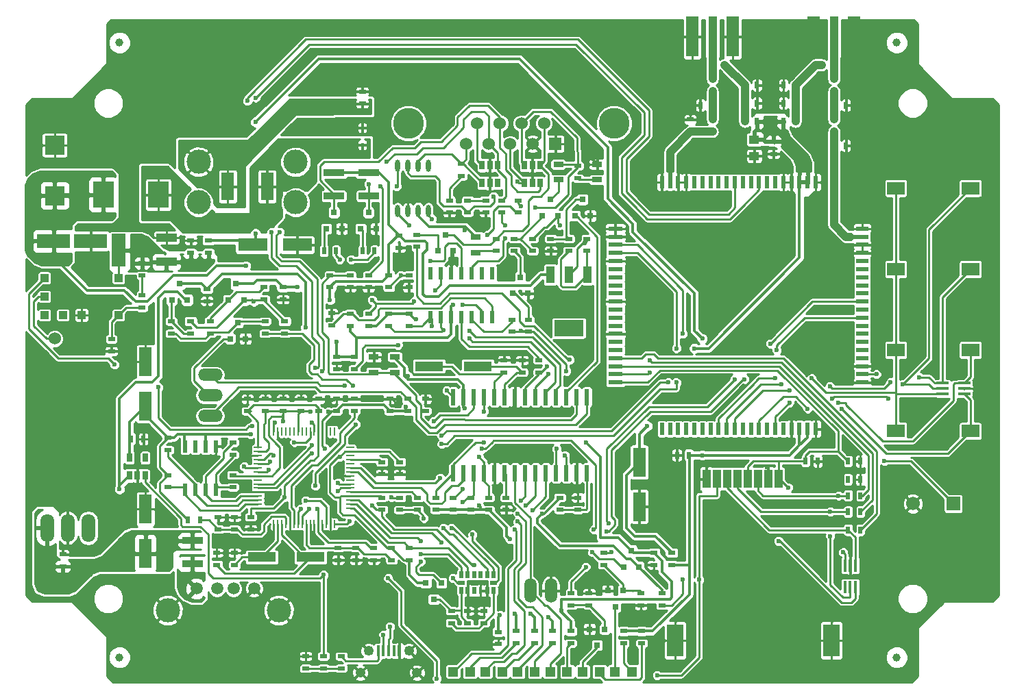
<source format=gtl>
G04 #@! TF.FileFunction,Copper,L1,Top,Signal*
%FSLAX46Y46*%
G04 Gerber Fmt 4.6, Leading zero omitted, Abs format (unit mm)*
G04 Created by KiCad (PCBNEW (2015-07-11 BZR 5925, Git c291b88)-product) date 8/5/2015 3:00:13 PM*
%MOMM*%
G01*
G04 APERTURE LIST*
%ADD10C,0.100000*%
%ADD11R,0.400000X1.350000*%
%ADD12C,1.250000*%
%ADD13R,1.000000X2.300000*%
%ADD14R,2.000000X4.000000*%
%ADD15R,2.430000X2.370000*%
%ADD16R,2.500000X1.000000*%
%ADD17R,2.499360X3.299460*%
%ADD18R,0.450000X0.590000*%
%ADD19R,1.600000X3.500000*%
%ADD20C,3.810000*%
%ADD21R,1.524000X1.524000*%
%ADD22C,1.524000*%
%ADD23O,3.014980X1.506220*%
%ADD24C,1.501140*%
%ADD25C,2.999740*%
%ADD26O,1.506220X3.014980*%
%ADD27R,1.100000X5.000000*%
%ADD28R,1.500000X5.000000*%
%ADD29C,1.000000*%
%ADD30R,0.500000X0.820000*%
%ADD31R,0.400000X0.820000*%
%ADD32R,0.820000X0.500000*%
%ADD33O,1.699260X3.500120*%
%ADD34R,4.070000X1.770000*%
%ADD35R,1.770000X4.070000*%
%ADD36R,1.000000X1.000000*%
%ADD37R,0.650000X1.060000*%
%ADD38R,0.600000X2.000000*%
%ADD39R,0.600000X1.500000*%
%ADD40R,3.657600X2.032000*%
%ADD41R,1.016000X2.032000*%
%ADD42O,0.609600X1.473200*%
%ADD43R,0.250000X1.000000*%
%ADD44R,1.000000X0.250000*%
%ADD45R,0.600000X1.550000*%
%ADD46R,1.501140X0.398780*%
%ADD47R,1.800000X0.600000*%
%ADD48R,1.500000X0.600000*%
%ADD49R,0.398780X1.501140*%
%ADD50R,3.500000X1.200000*%
%ADD51C,3.000000*%
%ADD52R,0.900000X0.500000*%
%ADD53R,0.500000X0.900000*%
%ADD54R,0.800100X0.800100*%
%ADD55R,1.198880X1.198880*%
%ADD56R,1.300000X0.700000*%
%ADD57C,1.700000*%
%ADD58R,1.700000X1.700000*%
%ADD59R,1.600200X3.599180*%
%ADD60R,3.599180X1.600200*%
%ADD61R,2.500000X0.900000*%
%ADD62R,2.180000X1.600000*%
%ADD63R,1.250000X1.000000*%
%ADD64C,0.600000*%
%ADD65C,0.250000*%
%ADD66C,0.350000*%
%ADD67C,1.000000*%
%ADD68C,0.254000*%
G04 APERTURE END LIST*
D10*
D11*
X135949100Y-131187460D03*
X136599100Y-131187460D03*
X137249100Y-131187460D03*
X137899100Y-131187460D03*
X138549100Y-131187460D03*
D12*
X134749100Y-131187460D03*
X139749100Y-131187460D03*
X133749100Y-133887460D03*
X140749100Y-133887460D03*
D13*
X185395000Y-109930000D03*
X182855000Y-109930000D03*
X180315000Y-109930000D03*
X176505000Y-109930000D03*
X184125000Y-109930000D03*
X181585000Y-109930000D03*
X179045000Y-109930000D03*
X177775000Y-109930000D03*
D14*
X191950000Y-129900000D03*
X172650000Y-129900000D03*
D15*
X96000000Y-68680000D03*
X96000000Y-74920000D03*
D16*
X109800000Y-83100000D03*
X109800000Y-80100000D03*
D17*
X101998940Y-74800000D03*
X108801060Y-74800000D03*
D18*
X134000000Y-68655000D03*
X134000000Y-66545000D03*
D19*
X117361600Y-73800000D03*
X122238400Y-73800000D03*
D20*
X165077000Y-65980000D03*
X139677000Y-65980000D03*
D21*
X157838000Y-68520000D03*
D22*
X155044000Y-68520000D03*
X152250000Y-68520000D03*
X149583000Y-68520000D03*
X146789000Y-68520000D03*
X148186000Y-65980000D03*
X150980000Y-65980000D03*
X153647000Y-65980000D03*
X156441000Y-65980000D03*
D23*
X115200000Y-97060000D03*
X115200000Y-99600000D03*
X115200000Y-102140000D03*
D24*
X120612860Y-123497880D03*
X118072860Y-123497880D03*
X116040860Y-123497880D03*
X113500860Y-123497880D03*
D25*
X123660860Y-126164880D03*
X109944860Y-126164880D03*
D22*
X96000000Y-92600000D03*
D26*
X154730000Y-123750000D03*
X157270000Y-123750000D03*
D27*
X177250000Y-55250000D03*
D28*
X174750000Y-55250000D03*
X179750000Y-55250000D03*
D27*
X192250000Y-55250000D03*
D28*
X189750000Y-55250000D03*
X194750000Y-55250000D03*
D29*
X104000000Y-132000000D03*
X200000000Y-132000000D03*
X200000000Y-56000000D03*
X104000000Y-56000000D03*
D30*
X146200000Y-123750000D03*
X147000000Y-123750000D03*
X147800000Y-123750000D03*
D31*
X148600000Y-123750000D03*
D30*
X149400000Y-123750000D03*
X150200000Y-123750000D03*
D32*
X150200000Y-122750000D03*
D30*
X150200000Y-121750000D03*
X149400000Y-121750000D03*
X148600000Y-121750000D03*
X147800000Y-121750000D03*
X147000000Y-121750000D03*
X146200000Y-121750000D03*
D32*
X146200000Y-122750000D03*
D33*
X97600000Y-116000000D03*
X95060000Y-116000000D03*
X100140000Y-116000000D03*
D34*
X95870000Y-80530000D03*
X100440000Y-80530000D03*
D35*
X103870000Y-81670000D03*
D36*
X103870000Y-85100000D03*
X103870000Y-89680000D03*
X99300000Y-89680000D03*
X97010000Y-89680000D03*
X94720000Y-89680000D03*
X94720000Y-87390000D03*
X94720000Y-85100000D03*
D37*
X105250000Y-109500000D03*
X106200000Y-109500000D03*
X107150000Y-109500000D03*
X107150000Y-107300000D03*
X105250000Y-107300000D03*
X154050000Y-73350000D03*
X155000000Y-73350000D03*
X155950000Y-73350000D03*
X155950000Y-71150000D03*
X154050000Y-71150000D03*
X155000000Y-71150000D03*
X148800000Y-73350000D03*
X149750000Y-73350000D03*
X150700000Y-73350000D03*
X150700000Y-71150000D03*
X148800000Y-71150000D03*
X149750000Y-71150000D03*
D38*
X161755000Y-99800000D03*
X160485000Y-99800000D03*
X159215000Y-99800000D03*
X157945000Y-99800000D03*
X156675000Y-99800000D03*
X155405000Y-99800000D03*
X154135000Y-99800000D03*
X152865000Y-99800000D03*
X151595000Y-99800000D03*
X150325000Y-99800000D03*
X149055000Y-99800000D03*
X147785000Y-99800000D03*
X146515000Y-99800000D03*
X145245000Y-99800000D03*
X145245000Y-109200000D03*
X146515000Y-109200000D03*
X147785000Y-109200000D03*
X149055000Y-109200000D03*
X150325000Y-109200000D03*
X151595000Y-109200000D03*
X152865000Y-109200000D03*
X154135000Y-109200000D03*
X155405000Y-109200000D03*
X156675000Y-109200000D03*
X157945000Y-109200000D03*
X159215000Y-109200000D03*
X160485000Y-109200000D03*
X161755000Y-109200000D03*
D39*
X142440000Y-89950000D03*
X143710000Y-89950000D03*
X144980000Y-89950000D03*
X146250000Y-89950000D03*
X147520000Y-89950000D03*
X148790000Y-89950000D03*
X150060000Y-89950000D03*
X150060000Y-84550000D03*
X148790000Y-84550000D03*
X147520000Y-84550000D03*
X146250000Y-84550000D03*
X144980000Y-84550000D03*
X143710000Y-84550000D03*
X142440000Y-84550000D03*
D40*
X159500000Y-91302000D03*
D41*
X159500000Y-84698000D03*
X157214000Y-84698000D03*
X161786000Y-84698000D03*
D42*
X138345000Y-76794000D03*
X139615000Y-76794000D03*
X140885000Y-76794000D03*
X142155000Y-76794000D03*
X142155000Y-71206000D03*
X140885000Y-71206000D03*
X139615000Y-71206000D03*
X138345000Y-71206000D03*
D43*
X123050000Y-115500000D03*
X123550000Y-115500000D03*
X124050000Y-115500000D03*
X124550000Y-115500000D03*
X125050000Y-115500000D03*
X125550000Y-115500000D03*
X126050000Y-115500000D03*
X126550000Y-115500000D03*
X127050000Y-115500000D03*
X127550000Y-115500000D03*
X128050000Y-115500000D03*
X128550000Y-115500000D03*
X129050000Y-115500000D03*
X129550000Y-115500000D03*
X130050000Y-115500000D03*
X130550000Y-115500000D03*
D44*
X132500000Y-113550000D03*
X132500000Y-113050000D03*
X132500000Y-112550000D03*
X132500000Y-112050000D03*
X132500000Y-111550000D03*
X132500000Y-111050000D03*
X132500000Y-110550000D03*
X132500000Y-110050000D03*
X132500000Y-109550000D03*
X132500000Y-109050000D03*
X132500000Y-108550000D03*
X132500000Y-108050000D03*
X132500000Y-107550000D03*
X132500000Y-107050000D03*
X132500000Y-106550000D03*
X132500000Y-106050000D03*
D43*
X130550000Y-104100000D03*
X130050000Y-104100000D03*
X129550000Y-104100000D03*
X129050000Y-104100000D03*
X128550000Y-104100000D03*
X128050000Y-104100000D03*
X127550000Y-104100000D03*
X127050000Y-104100000D03*
X126550000Y-104100000D03*
X126050000Y-104100000D03*
X125550000Y-104100000D03*
X125050000Y-104100000D03*
X124550000Y-104100000D03*
X124050000Y-104100000D03*
X123550000Y-104100000D03*
X123050000Y-104100000D03*
D44*
X121100000Y-106050000D03*
X121100000Y-106550000D03*
X121100000Y-107050000D03*
X121100000Y-107550000D03*
X121100000Y-108050000D03*
X121100000Y-108550000D03*
X121100000Y-109050000D03*
X121100000Y-109550000D03*
X121100000Y-110050000D03*
X121100000Y-110550000D03*
X121100000Y-111050000D03*
X121100000Y-111550000D03*
X121100000Y-112050000D03*
X121100000Y-112550000D03*
X121100000Y-113050000D03*
X121100000Y-113550000D03*
D45*
X112095000Y-111300000D03*
X113365000Y-111300000D03*
X114635000Y-111300000D03*
X115905000Y-111300000D03*
X115905000Y-105900000D03*
X114635000Y-105900000D03*
X113365000Y-105900000D03*
X112095000Y-105900000D03*
D46*
X208330960Y-99400240D03*
X208330960Y-98750000D03*
X208330960Y-98099760D03*
X205669040Y-98099760D03*
X205669040Y-98750000D03*
X205669040Y-99400240D03*
D47*
X165250000Y-79000000D03*
X165250000Y-80000000D03*
X165250000Y-81000000D03*
X165250000Y-82000000D03*
X165250000Y-83000000D03*
X165250000Y-84000000D03*
X165250000Y-85000000D03*
X165250000Y-86000000D03*
X165250000Y-87000000D03*
X165250000Y-88000000D03*
X165250000Y-89000000D03*
X165250000Y-90000000D03*
X165250000Y-91000000D03*
X165250000Y-92000000D03*
X165250000Y-93000000D03*
X165250000Y-94000000D03*
X165250000Y-95000000D03*
X165250000Y-96000000D03*
X165250000Y-97000000D03*
X165250000Y-98000000D03*
D39*
X171000000Y-103750000D03*
X172000000Y-103750000D03*
X173000000Y-103750000D03*
X174000000Y-103750000D03*
X175000000Y-103750000D03*
X176000000Y-103750000D03*
X177000000Y-103750000D03*
X178000000Y-103750000D03*
X179000000Y-103750000D03*
X180000000Y-103750000D03*
X181000000Y-103750000D03*
X182000000Y-103750000D03*
X183000000Y-103750000D03*
X184000000Y-103750000D03*
X185000000Y-103750000D03*
X186000000Y-103750000D03*
X187000000Y-103750000D03*
X188000000Y-103750000D03*
X189000000Y-103750000D03*
X190000000Y-103750000D03*
D48*
X195750000Y-98000000D03*
X195750000Y-97000000D03*
X195750000Y-96000000D03*
X195750000Y-95000000D03*
X195750000Y-94000000D03*
X195750000Y-93000000D03*
X195750000Y-92000000D03*
X195750000Y-91000000D03*
X195750000Y-90000000D03*
X195750000Y-89000000D03*
X195750000Y-88000000D03*
X195750000Y-87000000D03*
X195750000Y-86000000D03*
X195750000Y-85000000D03*
X195750000Y-84000000D03*
X195750000Y-83000000D03*
X195750000Y-82000000D03*
X195750000Y-81000000D03*
X195750000Y-80000000D03*
X195750000Y-79000000D03*
D39*
X190000000Y-73250000D03*
X189000000Y-73250000D03*
X188000000Y-73250000D03*
X187000000Y-73250000D03*
X186000000Y-73250000D03*
X185000000Y-73250000D03*
X184000000Y-73250000D03*
X183000000Y-73250000D03*
X182000000Y-73250000D03*
X181000000Y-73250000D03*
X180000000Y-73250000D03*
X179000000Y-73250000D03*
X178000000Y-73250000D03*
X177000000Y-73250000D03*
X176000000Y-73250000D03*
X175000000Y-73250000D03*
X174000000Y-73250000D03*
X173000000Y-73250000D03*
X172000000Y-73250000D03*
X171000000Y-73250000D03*
D49*
X194900240Y-120669040D03*
X194250000Y-120669040D03*
X193599760Y-120669040D03*
X193599760Y-123330960D03*
X194250000Y-123330960D03*
X194900240Y-123330960D03*
D50*
X127600000Y-119600000D03*
X121600000Y-119600000D03*
X142250000Y-96000000D03*
X148250000Y-96000000D03*
D51*
X113750000Y-70750000D03*
X113750000Y-75750000D03*
X125750000Y-75750000D03*
X125750000Y-70750000D03*
D52*
X151750000Y-112250000D03*
X151750000Y-113750000D03*
X133200000Y-118450000D03*
X133200000Y-119950000D03*
X116200000Y-116150000D03*
X116200000Y-114650000D03*
X145000000Y-126250000D03*
X145000000Y-127750000D03*
X115000000Y-80450000D03*
X115000000Y-81950000D03*
X172200000Y-119050000D03*
X172200000Y-120550000D03*
X158400000Y-112250000D03*
X158400000Y-113750000D03*
X137600000Y-118450000D03*
X137600000Y-119950000D03*
D53*
X112450000Y-115000000D03*
X113950000Y-115000000D03*
X182750000Y-65750000D03*
X181250000Y-65750000D03*
X186000000Y-65750000D03*
X187500000Y-65750000D03*
X178750000Y-58750000D03*
X177250000Y-58750000D03*
X190750000Y-58750000D03*
X192250000Y-58750000D03*
X177250000Y-63750000D03*
X175750000Y-63750000D03*
D52*
X174500000Y-67000000D03*
X174500000Y-65500000D03*
D53*
X192250000Y-63750000D03*
X193750000Y-63750000D03*
X192250000Y-68750000D03*
X193750000Y-68750000D03*
D54*
X166200000Y-123749240D03*
X164300000Y-123749240D03*
X165250000Y-125748220D03*
X133800000Y-79000760D03*
X135700000Y-79000760D03*
X134750000Y-77001780D03*
X129550000Y-79000760D03*
X131450000Y-79000760D03*
X130500000Y-77001780D03*
X117650000Y-92600760D03*
X119550000Y-92600760D03*
X118600000Y-90601780D03*
X143300000Y-81750760D03*
X145200000Y-81750760D03*
X144250000Y-79751780D03*
X166250000Y-120800760D03*
X168150000Y-120800760D03*
X167200000Y-118801780D03*
X110450000Y-87800760D03*
X112350000Y-87800760D03*
X111400000Y-85801780D03*
X117450000Y-87800760D03*
X119350000Y-87800760D03*
X118400000Y-85801780D03*
X152550000Y-87000760D03*
X154450000Y-87000760D03*
X153500000Y-85001780D03*
X156250000Y-77400760D03*
X158150000Y-77400760D03*
X157200000Y-75401780D03*
X160250000Y-77400760D03*
X162150000Y-77400760D03*
X161200000Y-75401780D03*
X143750000Y-122799240D03*
X141850000Y-122799240D03*
X142800000Y-124798220D03*
X163950000Y-128499240D03*
X162050000Y-128499240D03*
X163000000Y-130498220D03*
D55*
X167299020Y-133750000D03*
X165200980Y-133750000D03*
X163299020Y-133750000D03*
X161200980Y-133750000D03*
X159299020Y-133750000D03*
X157200980Y-133750000D03*
X155299020Y-133750000D03*
X153200980Y-133750000D03*
X151299020Y-133750000D03*
X149200980Y-133750000D03*
X147299020Y-133750000D03*
X145200980Y-133750000D03*
D56*
X135400000Y-96750000D03*
X135400000Y-94850000D03*
X138000000Y-94850000D03*
X138000000Y-96750000D03*
X163000000Y-71050000D03*
X163000000Y-72950000D03*
X148000000Y-81950000D03*
X148000000Y-80050000D03*
X158200000Y-71050000D03*
X158200000Y-72950000D03*
D57*
X202000000Y-113000000D03*
D58*
X207000000Y-113000000D03*
D59*
X107200000Y-100950820D03*
X107200000Y-95449180D03*
X168200000Y-107849180D03*
X168200000Y-113350820D03*
D60*
X120449180Y-81000000D03*
X125950820Y-81000000D03*
D59*
X107200000Y-119150820D03*
X107200000Y-113649180D03*
D61*
X134750000Y-74950000D03*
X134750000Y-72050000D03*
X130500000Y-74950000D03*
X130500000Y-72050000D03*
X113000000Y-117550000D03*
X113000000Y-120450000D03*
D62*
X199897570Y-73997680D03*
X209102430Y-74002320D03*
X199897570Y-83997680D03*
X209102430Y-84002320D03*
X199897570Y-103997680D03*
X209102430Y-104002320D03*
X199897570Y-93997680D03*
X209102430Y-94002320D03*
D52*
X147000000Y-127750000D03*
X147000000Y-126250000D03*
X149000000Y-127750000D03*
X149000000Y-126250000D03*
X134000000Y-63550000D03*
X134000000Y-62050000D03*
X97000000Y-120750000D03*
X97000000Y-119250000D03*
X112800000Y-81950000D03*
X112800000Y-80450000D03*
D53*
X174350000Y-107000000D03*
X172850000Y-107000000D03*
D52*
X184800000Y-68250000D03*
X184800000Y-69750000D03*
X106800000Y-87250000D03*
X106800000Y-88750000D03*
D53*
X105450000Y-105000000D03*
X106950000Y-105000000D03*
D52*
X160600000Y-112250000D03*
X160600000Y-113750000D03*
X132500000Y-84750000D03*
X132500000Y-86250000D03*
X138550000Y-79850000D03*
X138550000Y-81350000D03*
X124200000Y-86250000D03*
X124200000Y-87750000D03*
X130800000Y-94850000D03*
X130800000Y-96350000D03*
X114800000Y-86450000D03*
X114800000Y-87950000D03*
X137400000Y-101550000D03*
X137400000Y-100050000D03*
X150800000Y-128850000D03*
X150800000Y-130350000D03*
X170000000Y-119050000D03*
X170000000Y-120550000D03*
X149250000Y-75500000D03*
X149250000Y-77000000D03*
X144750000Y-75500000D03*
X144750000Y-77000000D03*
X131000000Y-118450000D03*
X131000000Y-119950000D03*
X118200000Y-116150000D03*
X118200000Y-114650000D03*
X128600000Y-101550000D03*
X128600000Y-100050000D03*
X135400000Y-118450000D03*
X135400000Y-119950000D03*
X119800000Y-101550000D03*
X119800000Y-100050000D03*
X120200000Y-114650000D03*
X120200000Y-116150000D03*
X124200000Y-101550000D03*
X124200000Y-100050000D03*
X130800000Y-101550000D03*
X130800000Y-100050000D03*
X126400000Y-101550000D03*
X126400000Y-100050000D03*
X138600000Y-107850000D03*
X138600000Y-109350000D03*
X122000000Y-101550000D03*
X122000000Y-100050000D03*
X151500000Y-96750000D03*
X151500000Y-95250000D03*
D53*
X182750000Y-61250000D03*
X181250000Y-61250000D03*
X181250000Y-63500000D03*
X182750000Y-63500000D03*
X186000000Y-61250000D03*
X187500000Y-61250000D03*
X186000000Y-63500000D03*
X187500000Y-63500000D03*
D52*
X177250000Y-62000000D03*
X177250000Y-60500000D03*
X177250000Y-67000000D03*
X177250000Y-65500000D03*
X192250000Y-62000000D03*
X192250000Y-60500000D03*
X192250000Y-67000000D03*
X192250000Y-65500000D03*
D53*
X194000000Y-107750000D03*
X195500000Y-107750000D03*
X188750000Y-107750000D03*
X190250000Y-107750000D03*
D52*
X153750000Y-96750000D03*
X153750000Y-95250000D03*
X116000000Y-120550000D03*
X116000000Y-119050000D03*
X118200000Y-120550000D03*
X118200000Y-119050000D03*
X140800000Y-113750000D03*
X140800000Y-112250000D03*
X138600000Y-113750000D03*
X138600000Y-112250000D03*
X136400000Y-107850000D03*
X136400000Y-109350000D03*
X106800000Y-83250000D03*
X106800000Y-84750000D03*
X103000000Y-94150000D03*
X103000000Y-92650000D03*
X133000000Y-96350000D03*
X133000000Y-94850000D03*
X130000000Y-86250000D03*
X130000000Y-84750000D03*
X153000000Y-128750000D03*
X153000000Y-130250000D03*
X155250000Y-128750000D03*
X155250000Y-130250000D03*
X157500000Y-128750000D03*
X157500000Y-130250000D03*
X159750000Y-128750000D03*
X159750000Y-130250000D03*
X141800000Y-101550000D03*
X141800000Y-100050000D03*
X137250000Y-91000000D03*
X137250000Y-89500000D03*
X152500000Y-90250000D03*
X152500000Y-91750000D03*
X155800000Y-95250000D03*
X155800000Y-96750000D03*
X145200000Y-113750000D03*
X145200000Y-112250000D03*
X159500000Y-81750000D03*
X159500000Y-80250000D03*
X161750000Y-80250000D03*
X161750000Y-81750000D03*
X139600000Y-101550000D03*
X139600000Y-100050000D03*
X132500000Y-89500000D03*
X132500000Y-91000000D03*
X139750000Y-91000000D03*
X139750000Y-89500000D03*
X157250000Y-81750000D03*
X157250000Y-80250000D03*
X155000000Y-81750000D03*
X155000000Y-80250000D03*
X130200000Y-89450000D03*
X130200000Y-90950000D03*
X153250000Y-75500000D03*
X153250000Y-77000000D03*
X152750000Y-80250000D03*
X152750000Y-81750000D03*
X154500000Y-90250000D03*
X154500000Y-91750000D03*
X147400000Y-113750000D03*
X147400000Y-112250000D03*
X143050000Y-112250000D03*
X143050000Y-113750000D03*
X121800000Y-87750000D03*
X121800000Y-86250000D03*
X112800000Y-90450000D03*
X112800000Y-91950000D03*
X124400000Y-90450000D03*
X124400000Y-91950000D03*
X160600000Y-72750000D03*
X160600000Y-71250000D03*
X150500000Y-80250000D03*
X150500000Y-81750000D03*
X115200000Y-90450000D03*
X115200000Y-91950000D03*
X110400000Y-90450000D03*
X110400000Y-91950000D03*
X122000000Y-91950000D03*
X122000000Y-90450000D03*
X140750000Y-81250000D03*
X140750000Y-79750000D03*
X149600000Y-113750000D03*
X149600000Y-112250000D03*
D53*
X130750000Y-81750000D03*
X129250000Y-81750000D03*
D52*
X137250000Y-86250000D03*
X137250000Y-84750000D03*
X134750000Y-91000000D03*
X134750000Y-89500000D03*
X147000000Y-77000000D03*
X147000000Y-75500000D03*
X146250000Y-71000000D03*
X146250000Y-72500000D03*
X134750000Y-84750000D03*
X134750000Y-86250000D03*
X139750000Y-86250000D03*
X139750000Y-84750000D03*
X151250000Y-75500000D03*
X151250000Y-77000000D03*
D53*
X135500000Y-81750000D03*
X134000000Y-81750000D03*
D52*
X136400000Y-113750000D03*
X136400000Y-112250000D03*
X139800000Y-118450000D03*
X139800000Y-119950000D03*
X133000000Y-101550000D03*
X133000000Y-100050000D03*
X131400000Y-133350000D03*
X131400000Y-131850000D03*
X129200000Y-131850000D03*
X129200000Y-133350000D03*
X127000000Y-131850000D03*
X127000000Y-133350000D03*
X118000000Y-110950000D03*
X118000000Y-109450000D03*
X110000000Y-110950000D03*
X110000000Y-109450000D03*
X110000000Y-106350000D03*
X110000000Y-104850000D03*
X118000000Y-105450000D03*
X118000000Y-106950000D03*
D53*
X195500000Y-116250000D03*
X194000000Y-116250000D03*
X195500000Y-112000000D03*
X194000000Y-112000000D03*
X195500000Y-114000000D03*
X194000000Y-114000000D03*
D52*
X168500000Y-130250000D03*
X168500000Y-128750000D03*
X166250000Y-130250000D03*
X166250000Y-128750000D03*
X159800000Y-125550000D03*
X159800000Y-124050000D03*
X163800000Y-120550000D03*
X163800000Y-119050000D03*
X162000000Y-124050000D03*
X162000000Y-125550000D03*
X168400000Y-125550000D03*
X168400000Y-124050000D03*
X171000000Y-125550000D03*
X171000000Y-124050000D03*
D53*
X195500000Y-110000000D03*
X194000000Y-110000000D03*
D63*
X182400000Y-68000000D03*
X182400000Y-70000000D03*
D64*
X104600000Y-93200000D03*
X107200000Y-91400000D03*
X97600000Y-96200000D03*
X138200000Y-121600000D03*
X140600000Y-125200000D03*
X143000000Y-130000000D03*
X155800000Y-117600000D03*
X161000000Y-95600000D03*
X151800000Y-84200000D03*
X151600000Y-57000000D03*
X140600000Y-57000000D03*
X127800000Y-57200000D03*
X122200000Y-62800000D03*
X126800000Y-61800000D03*
X141400000Y-59400000D03*
X148000000Y-59400000D03*
X154000000Y-54000000D03*
X140800000Y-54200000D03*
X127400000Y-54200000D03*
X121200000Y-58000000D03*
X119200000Y-64800000D03*
X113000000Y-65000000D03*
X113600000Y-55400000D03*
X106200000Y-55400000D03*
X109400000Y-69400000D03*
X98600000Y-70200000D03*
X98400000Y-66200000D03*
X93400000Y-66200000D03*
X128400000Y-83400000D03*
X117000000Y-82600000D03*
X121400000Y-83200000D03*
X109800000Y-78800000D03*
X108600000Y-78800000D03*
X107200000Y-78800000D03*
X194200000Y-78200000D03*
X190000000Y-75800000D03*
X190800000Y-79600000D03*
X189800000Y-63200000D03*
X179200000Y-64000000D03*
X192800000Y-89000000D03*
X180600000Y-93200000D03*
X178400000Y-75400000D03*
X173400000Y-75400000D03*
X169600000Y-75400000D03*
X126000000Y-111000000D03*
X135200000Y-108600000D03*
X122800000Y-112200000D03*
X124400000Y-113600000D03*
X112200000Y-100600000D03*
X111000000Y-94000000D03*
X125800000Y-88200000D03*
X134800000Y-100000000D03*
X124200000Y-95400000D03*
X117400000Y-95400000D03*
X113600000Y-88000000D03*
X131800000Y-95800000D03*
X136600000Y-95000000D03*
X124200000Y-105400000D03*
X195000000Y-61400000D03*
X195000000Y-63800000D03*
X195000000Y-66200000D03*
X193800000Y-71600000D03*
X184600000Y-56400000D03*
X181800000Y-58400000D03*
X182000000Y-54200000D03*
X187600000Y-54200000D03*
X187200000Y-58400000D03*
X184200000Y-59800000D03*
X184200000Y-61200000D03*
X184200000Y-62600000D03*
X184200000Y-64000000D03*
X157800000Y-58800000D03*
X162200000Y-63400000D03*
X167800000Y-59400000D03*
X162600000Y-53600000D03*
X167800000Y-53600000D03*
X171800000Y-53600000D03*
X172600000Y-56400000D03*
X172600000Y-58600000D03*
X175000000Y-59000000D03*
X175000000Y-61200000D03*
X175800000Y-65000000D03*
X173800000Y-63400000D03*
X173000000Y-65800000D03*
X171000000Y-68800000D03*
X168600000Y-71200000D03*
X168600000Y-73400000D03*
X169800000Y-73400000D03*
X151200000Y-125600000D03*
X148000000Y-125000000D03*
X148000000Y-127000000D03*
X129200000Y-109200000D03*
X130200000Y-105400000D03*
X153400000Y-97800000D03*
X146800000Y-94400000D03*
X156400000Y-107200000D03*
X159200000Y-101600000D03*
X150200000Y-101600000D03*
X144400000Y-100200000D03*
X168200000Y-127200000D03*
X186600000Y-78400000D03*
X186200000Y-71000000D03*
X183600000Y-69800000D03*
X182400000Y-71800000D03*
X180800000Y-70000000D03*
X163600000Y-79000000D03*
X119200000Y-115400000D03*
X173800000Y-79000000D03*
X176200000Y-86800000D03*
X156400000Y-101600000D03*
X170600000Y-122200000D03*
X149800000Y-130400000D03*
X134200000Y-105600000D03*
X141400000Y-109200000D03*
X138200000Y-100600000D03*
X145000000Y-83400000D03*
X155000000Y-72200000D03*
X138500000Y-83000000D03*
X153850000Y-62550000D03*
X134850000Y-59950000D03*
X133950000Y-59950000D03*
X132900000Y-59950000D03*
X101750000Y-78800000D03*
X99100000Y-78800000D03*
X100450000Y-78800000D03*
X101850000Y-82700000D03*
X99050000Y-82750000D03*
X100400000Y-82700000D03*
X189550000Y-118850000D03*
X189450000Y-115250000D03*
X189650000Y-113050000D03*
X177600000Y-134000000D03*
X132600000Y-123400000D03*
X132800000Y-129200000D03*
X127600000Y-129200000D03*
X127600000Y-123600000D03*
X137200000Y-113000000D03*
X150800000Y-118400000D03*
X147400000Y-115600000D03*
X140000000Y-114800000D03*
X145800000Y-115600000D03*
X169800000Y-79600000D03*
X180800000Y-80400000D03*
X181000000Y-86200000D03*
X186400000Y-86600000D03*
X191200000Y-83800000D03*
X186200000Y-75400000D03*
X211400000Y-112400000D03*
X210600000Y-123600000D03*
X198000000Y-118000000D03*
X196400000Y-133400000D03*
X188850000Y-133900000D03*
X182750000Y-124150000D03*
X178000000Y-113600000D03*
X193600000Y-81800000D03*
X207800000Y-79200000D03*
X204800000Y-96600000D03*
X201600000Y-101000000D03*
X203200000Y-105600000D03*
X207600000Y-101400000D03*
X124400000Y-120800000D03*
X124200000Y-118400000D03*
X119400000Y-110600000D03*
X102800000Y-112400000D03*
X102200000Y-103200000D03*
X107200000Y-122800000D03*
X103000000Y-128400000D03*
X113400000Y-134400000D03*
X123600000Y-134200000D03*
X198600000Y-66800000D03*
X201600000Y-77000000D03*
X201800000Y-88800000D03*
X211800000Y-98800000D03*
X164600000Y-102600000D03*
X163000000Y-97200000D03*
X212200000Y-85800000D03*
X211000000Y-64400000D03*
X204000000Y-69400000D03*
X167600000Y-87800000D03*
X167000000Y-93600000D03*
X171600000Y-92400000D03*
X171200000Y-86800000D03*
X167600000Y-83400000D03*
X189800000Y-65200000D03*
X189800000Y-61200000D03*
X198000000Y-54000000D03*
X197400000Y-58200000D03*
X194400000Y-59200000D03*
X197600000Y-92000000D03*
X197800000Y-81800000D03*
X198200000Y-79000000D03*
X196000000Y-76800000D03*
X196800000Y-71800000D03*
X194000000Y-74400000D03*
X195000000Y-68800000D03*
X179200000Y-61800000D03*
X179200000Y-66200000D03*
X173600000Y-71400000D03*
X174800000Y-69000000D03*
X177600000Y-68800000D03*
X176600000Y-71200000D03*
X179800000Y-71200000D03*
X187600000Y-67200000D03*
X190400000Y-68400000D03*
X190600000Y-71400000D03*
X126800000Y-78600000D03*
X132600000Y-80800000D03*
X150800000Y-111200000D03*
X161600000Y-87800000D03*
X156200000Y-87000000D03*
X131600000Y-102800000D03*
X171000000Y-116200000D03*
X165800000Y-116200000D03*
X166000000Y-107000000D03*
X171800000Y-105600000D03*
X179400000Y-105600000D03*
X186200000Y-105600000D03*
X191400000Y-104800000D03*
X190000000Y-105400000D03*
X119600000Y-118200000D03*
X132600000Y-116400000D03*
X130400000Y-113600000D03*
X127800000Y-117600000D03*
X150800000Y-106200000D03*
X99400000Y-91200000D03*
X101000000Y-91200000D03*
X101000000Y-89600000D03*
X101000000Y-88000000D03*
X99400000Y-88000000D03*
X110000000Y-81400000D03*
X111400000Y-81400000D03*
X111800000Y-80400000D03*
X107000000Y-103600000D03*
X149000000Y-79000000D03*
X103600000Y-97400000D03*
X102000000Y-99000000D03*
X100400000Y-101200000D03*
X95800000Y-107000000D03*
X94200000Y-105600000D03*
X95000000Y-109400000D03*
X96200000Y-111600000D03*
X104800000Y-113800000D03*
X109000000Y-113800000D03*
X106800000Y-111000000D03*
X115600000Y-107200000D03*
X120800000Y-100000000D03*
X125400000Y-100000000D03*
X129800000Y-100400000D03*
X140800000Y-98400000D03*
X131200000Y-109400000D03*
X125600000Y-116800000D03*
X121800000Y-118000000D03*
X119800000Y-107000000D03*
X132400000Y-66600000D03*
X145000000Y-93400000D03*
X150000000Y-94400000D03*
X151600000Y-101600000D03*
X160400000Y-107400000D03*
X177200000Y-107800000D03*
X131400000Y-88000000D03*
X125600000Y-131800000D03*
X163200000Y-123800000D03*
X162000000Y-129600000D03*
X209750000Y-98750000D03*
X184000000Y-108500000D03*
X131500000Y-78000000D03*
X135750000Y-78000000D03*
X139750000Y-74750000D03*
X138500000Y-86250000D03*
X149750000Y-72250000D03*
X162000000Y-70250000D03*
X156250000Y-82000000D03*
X146000000Y-77250000D03*
X195500000Y-109000000D03*
X190250000Y-109000000D03*
X158800000Y-117000000D03*
X159600000Y-112200000D03*
X126000000Y-86250000D03*
X130000000Y-87800000D03*
X127000000Y-91200000D03*
X130800000Y-93000000D03*
X146600000Y-79200000D03*
X145200000Y-88400000D03*
X151000000Y-126800000D03*
X152800000Y-126600000D03*
X154800000Y-126600000D03*
X157000000Y-127000000D03*
X158600000Y-126200000D03*
X140600000Y-90200000D03*
X161600000Y-105400000D03*
X124400000Y-112200000D03*
X128400000Y-113600000D03*
X198500000Y-107750000D03*
X197500000Y-97000000D03*
X186600000Y-111000000D03*
X185400000Y-117600000D03*
X152800000Y-116200000D03*
X155000000Y-113800000D03*
X154200000Y-113200000D03*
X153200000Y-115200000D03*
X153200000Y-114200000D03*
X153600000Y-112600000D03*
X153200000Y-73200000D03*
X150200000Y-75000000D03*
X137000000Y-70750000D03*
X134750000Y-73500000D03*
X153600000Y-76200000D03*
X155400000Y-76400000D03*
X148400000Y-107200000D03*
X131800000Y-98400000D03*
X169200000Y-103400000D03*
X175000000Y-93800000D03*
X136600000Y-129200000D03*
X126400000Y-113600000D03*
X137400000Y-128200000D03*
X127400000Y-113600000D03*
X192800000Y-112000000D03*
X193400000Y-119000000D03*
X191800000Y-114000000D03*
X191800000Y-117000000D03*
X158400000Y-78600000D03*
X161500000Y-80750000D03*
X132800000Y-98400000D03*
X162600000Y-116200000D03*
X162400000Y-119000000D03*
X148800000Y-106200000D03*
X138400000Y-93400000D03*
X149000000Y-105400000D03*
X139800000Y-78600000D03*
X144000000Y-91500000D03*
X147200000Y-92600000D03*
X159200000Y-96600000D03*
X157000000Y-97000000D03*
X153600000Y-91600000D03*
X156800000Y-96000000D03*
X159600000Y-95200000D03*
X146400000Y-88400000D03*
X149400000Y-79800000D03*
X159000000Y-107000000D03*
X131200000Y-82800000D03*
X138750000Y-84750000D03*
X142400000Y-83000000D03*
X135200000Y-87800000D03*
X140400000Y-88000000D03*
X143000000Y-86600000D03*
X149000000Y-101600000D03*
X138250000Y-73750000D03*
X136250000Y-73750000D03*
X151600000Y-78600000D03*
X151600000Y-80200000D03*
X132600000Y-82800000D03*
X158000000Y-106200000D03*
X127000000Y-112600000D03*
X129200000Y-121800000D03*
X169500000Y-96750000D03*
X169500000Y-95250000D03*
X120800000Y-79600000D03*
X120800000Y-65800000D03*
X176000000Y-92600000D03*
X176000000Y-107000000D03*
X184400000Y-93200000D03*
X161600000Y-120800000D03*
X180000000Y-97600000D03*
X164400000Y-115400000D03*
X185200000Y-94000000D03*
X164800000Y-119000000D03*
X164200000Y-116400000D03*
X181200000Y-97600000D03*
X189500000Y-97500000D03*
X185000000Y-97500000D03*
X192750000Y-100500000D03*
X185750000Y-98250000D03*
X193250000Y-101250000D03*
X189000000Y-101250000D03*
X202800000Y-97400000D03*
X199250000Y-98000000D03*
X191750000Y-98500000D03*
X186750000Y-99000000D03*
X200750000Y-98250000D03*
X199000000Y-100000000D03*
X192000000Y-100000000D03*
X186750000Y-100500000D03*
X142600000Y-91000000D03*
X147200000Y-91600000D03*
X144400000Y-99000000D03*
X142600000Y-77800000D03*
X143800000Y-104600000D03*
X173600000Y-92000000D03*
X171800000Y-98000000D03*
X127800000Y-105800000D03*
X143800000Y-105600000D03*
X172800000Y-93800000D03*
X172800000Y-98000000D03*
X127800000Y-106800000D03*
X123800000Y-79400000D03*
X120800000Y-62800000D03*
X129000000Y-96600000D03*
X127800000Y-103000000D03*
X125600000Y-105400000D03*
X122800000Y-79400000D03*
X119800000Y-63200000D03*
X128200000Y-96200000D03*
X95200000Y-82800000D03*
X93000000Y-82000000D03*
X120600000Y-88000000D03*
X119600000Y-83600000D03*
X94000000Y-82800000D03*
X96200000Y-82800000D03*
X105000000Y-117400000D03*
X104000000Y-111200000D03*
X124200000Y-102800000D03*
X120200000Y-104400000D03*
X139400000Y-101000000D03*
X127600000Y-101600000D03*
X129800000Y-101600000D03*
X146600000Y-101200000D03*
X148400000Y-113200000D03*
X139600000Y-97200000D03*
X152200000Y-117400000D03*
X156200000Y-114200000D03*
X129400000Y-106200000D03*
X131200000Y-107200000D03*
X119400000Y-108400000D03*
X175600000Y-122400000D03*
X173600000Y-122400000D03*
X137200000Y-122200000D03*
X143200000Y-134600000D03*
X170400000Y-134200000D03*
X122400000Y-108800000D03*
X141200000Y-120200000D03*
X141600000Y-114800000D03*
X123000000Y-107000000D03*
X137600000Y-112200000D03*
X128200000Y-110800000D03*
X133200000Y-103200000D03*
X146400000Y-111200000D03*
X142800000Y-102800000D03*
X122600000Y-107800000D03*
X143600000Y-109800000D03*
X146400000Y-112800000D03*
X145200000Y-122200000D03*
X147800000Y-120600000D03*
X135200000Y-113200000D03*
X132400000Y-115200000D03*
X143800000Y-117800000D03*
X147600000Y-116800000D03*
X145000000Y-116000000D03*
X131000000Y-110400000D03*
X131000000Y-111400000D03*
X144000000Y-116000000D03*
X141200000Y-117600000D03*
X141200000Y-119200000D03*
X103400000Y-95800000D03*
X108800000Y-98600000D03*
X120400000Y-103400000D03*
X123200000Y-103000000D03*
D65*
X142800000Y-124798220D02*
X143548220Y-124798220D01*
X143548220Y-124798220D02*
X145000000Y-126250000D01*
X146200000Y-126200000D02*
X145050000Y-126200000D01*
X145050000Y-126200000D02*
X145000000Y-126250000D01*
X146200000Y-123750000D02*
X146200000Y-126200000D01*
X146200000Y-126200000D02*
X146200000Y-126950000D01*
X146200000Y-126950000D02*
X147000000Y-127750000D01*
X107200000Y-95449180D02*
X107200000Y-91400000D01*
X104600000Y-93200000D02*
X104800000Y-93000000D01*
X102000000Y-99000000D02*
X99200000Y-96200000D01*
X99200000Y-96200000D02*
X97600000Y-96200000D01*
X103600000Y-97400000D02*
X102000000Y-99000000D01*
X138400000Y-121600000D02*
X138600000Y-121400000D01*
X138200000Y-121600000D02*
X138400000Y-121600000D01*
X140600000Y-127600000D02*
X140600000Y-125200000D01*
X143000000Y-130000000D02*
X140600000Y-127600000D01*
X157270000Y-123750000D02*
X157270000Y-119070000D01*
X157270000Y-119070000D02*
X155800000Y-117600000D01*
X161400000Y-95200000D02*
X161400000Y-95000000D01*
X161000000Y-95600000D02*
X161400000Y-95200000D01*
X152200000Y-83800000D02*
X152200000Y-83600000D01*
X151800000Y-84200000D02*
X152200000Y-83800000D01*
X119200000Y-64800000D02*
X120200000Y-64800000D01*
X151800000Y-57200000D02*
X152600000Y-57200000D01*
X151600000Y-57000000D02*
X151800000Y-57200000D01*
X128000000Y-57000000D02*
X140600000Y-57000000D01*
X127800000Y-57200000D02*
X128000000Y-57000000D01*
X120200000Y-64800000D02*
X122200000Y-62800000D01*
X132900000Y-59950000D02*
X128650000Y-59950000D01*
X128650000Y-59950000D02*
X126800000Y-61800000D01*
X153850000Y-62550000D02*
X151150000Y-62550000D01*
X141200000Y-59600000D02*
X139000000Y-59600000D01*
X141400000Y-59400000D02*
X141200000Y-59600000D01*
X151150000Y-62550000D02*
X148000000Y-59400000D01*
X96000000Y-68680000D02*
X96000000Y-66600000D01*
X154000000Y-54000000D02*
X155000000Y-54000000D01*
X127400000Y-54200000D02*
X140800000Y-54200000D01*
X118400000Y-60800000D02*
X121200000Y-58000000D01*
X118400000Y-64000000D02*
X118400000Y-60800000D01*
X119200000Y-64800000D02*
X118400000Y-64000000D01*
X113000000Y-56000000D02*
X113000000Y-65000000D01*
X113600000Y-55400000D02*
X113000000Y-56000000D01*
X106200000Y-66200000D02*
X106200000Y-55400000D01*
X109400000Y-69400000D02*
X106200000Y-66200000D01*
X98600000Y-66400000D02*
X98600000Y-70200000D01*
X98400000Y-66200000D02*
X98600000Y-66400000D01*
X95600000Y-66200000D02*
X93400000Y-66200000D01*
X96000000Y-66600000D02*
X95600000Y-66200000D01*
X125950820Y-81000000D02*
X125950820Y-82350820D01*
X127400000Y-82400000D02*
X128400000Y-83400000D01*
X126000000Y-82400000D02*
X127400000Y-82400000D01*
X125950820Y-82350820D02*
X126000000Y-82400000D01*
X120800000Y-82600000D02*
X117000000Y-82600000D01*
X121400000Y-83200000D02*
X120800000Y-82600000D01*
X109800000Y-80100000D02*
X108300000Y-80100000D01*
X108300000Y-80100000D02*
X107200000Y-79000000D01*
X107200000Y-79000000D02*
X107200000Y-78800000D01*
X109800000Y-80100000D02*
X109800000Y-78800000D01*
X108600000Y-78800000D02*
X107200000Y-78800000D01*
X194200000Y-78200000D02*
X194600000Y-77800000D01*
X190000000Y-75800000D02*
X190000000Y-78800000D01*
X190000000Y-78800000D02*
X190800000Y-79600000D01*
X189800000Y-63200000D02*
X189400000Y-63200000D01*
X179200000Y-61800000D02*
X179200000Y-64000000D01*
X192800000Y-89000000D02*
X192200000Y-89000000D01*
X186400000Y-86600000D02*
X180600000Y-92400000D01*
X180600000Y-92400000D02*
X180600000Y-93200000D01*
X168600000Y-73400000D02*
X169600000Y-74400000D01*
X173400000Y-75400000D02*
X178400000Y-75400000D01*
X169600000Y-74400000D02*
X169600000Y-75400000D01*
X126200000Y-111000000D02*
X126400000Y-111200000D01*
X126000000Y-111000000D02*
X126200000Y-111000000D01*
X136400000Y-109350000D02*
X135550000Y-109350000D01*
X135200000Y-109000000D02*
X135200000Y-108600000D01*
X135550000Y-109350000D02*
X135200000Y-109000000D01*
X125050000Y-115500000D02*
X125050000Y-114250000D01*
X125050000Y-114250000D02*
X124400000Y-113600000D01*
X121950000Y-111550000D02*
X122800000Y-112200000D01*
X121100000Y-111550000D02*
X121950000Y-111550000D01*
X112200000Y-95200000D02*
X112200000Y-100600000D01*
X111000000Y-94000000D02*
X112200000Y-95200000D01*
X124200000Y-87750000D02*
X125350000Y-87750000D01*
X125350000Y-87750000D02*
X125800000Y-88200000D01*
X133000000Y-100050000D02*
X134750000Y-100050000D01*
X134750000Y-100050000D02*
X134800000Y-100000000D01*
X119550000Y-92600760D02*
X119550000Y-93250000D01*
X125200000Y-94400000D02*
X126000000Y-94400000D01*
X124200000Y-95400000D02*
X125200000Y-94400000D01*
X119550000Y-93250000D02*
X117400000Y-95400000D01*
X114800000Y-87950000D02*
X113650000Y-87950000D01*
X113650000Y-87950000D02*
X113600000Y-88000000D01*
X130800000Y-96350000D02*
X131250000Y-96350000D01*
X131250000Y-96350000D02*
X131800000Y-95800000D01*
X135400000Y-94850000D02*
X136450000Y-94850000D01*
X136450000Y-94850000D02*
X136600000Y-95000000D01*
X123550000Y-104100000D02*
X123550000Y-104750000D01*
X123550000Y-104750000D02*
X124200000Y-105400000D01*
X195000000Y-63800000D02*
X195000000Y-61400000D01*
X195000000Y-68800000D02*
X195000000Y-68400000D01*
X195000000Y-68400000D02*
X195000000Y-66200000D01*
X193800000Y-71600000D02*
X194400000Y-71600000D01*
X184600000Y-56400000D02*
X185400000Y-56400000D01*
X181800000Y-54400000D02*
X181800000Y-58400000D01*
X182000000Y-54200000D02*
X181800000Y-54400000D01*
X187600000Y-58000000D02*
X187600000Y-54200000D01*
X187200000Y-58400000D02*
X187600000Y-58000000D01*
X184200000Y-61200000D02*
X184200000Y-59800000D01*
X184200000Y-64000000D02*
X184200000Y-62600000D01*
X162200000Y-63200000D02*
X157800000Y-58800000D01*
X162200000Y-63400000D02*
X162200000Y-63200000D01*
X173800000Y-63400000D02*
X175000000Y-62200000D01*
X167800000Y-59400000D02*
X168400000Y-60000000D01*
X167800000Y-53600000D02*
X162600000Y-53600000D01*
X172600000Y-54400000D02*
X171800000Y-53600000D01*
X172600000Y-56400000D02*
X172600000Y-54400000D01*
X173000000Y-59000000D02*
X172600000Y-58600000D01*
X175000000Y-59000000D02*
X173000000Y-59000000D01*
X175000000Y-62200000D02*
X175000000Y-61200000D01*
X175800000Y-65000000D02*
X175800000Y-65200000D01*
X173000000Y-64200000D02*
X173800000Y-63400000D01*
X173000000Y-65800000D02*
X173000000Y-64200000D01*
X168600000Y-71200000D02*
X171000000Y-68800000D01*
X169800000Y-73400000D02*
X168600000Y-73400000D01*
X143600000Y-114800000D02*
X142800000Y-115600000D01*
X140800000Y-115600000D02*
X140000000Y-114800000D01*
X142800000Y-115600000D02*
X140800000Y-115600000D01*
X151200000Y-125600000D02*
X151200000Y-125000000D01*
X147000000Y-126250000D02*
X147000000Y-125200000D01*
X148000000Y-125000000D02*
X148200000Y-125000000D01*
X147000000Y-127000000D02*
X148000000Y-127000000D01*
X147000000Y-125200000D02*
X147000000Y-127000000D01*
X130400000Y-113600000D02*
X130400000Y-113200000D01*
X129000000Y-111800000D02*
X129200000Y-109200000D01*
X130400000Y-113200000D02*
X129000000Y-111800000D01*
X129550000Y-104100000D02*
X129550000Y-104750000D01*
X129550000Y-104750000D02*
X130200000Y-105400000D01*
X152865000Y-99800000D02*
X152865000Y-98335000D01*
X152865000Y-98335000D02*
X153400000Y-97800000D01*
X145000000Y-93400000D02*
X145800000Y-93400000D01*
X145800000Y-93400000D02*
X146800000Y-94400000D01*
X150800000Y-106200000D02*
X155400000Y-106200000D01*
X155400000Y-106200000D02*
X156400000Y-107200000D01*
X159200000Y-101600000D02*
X158800000Y-101600000D01*
X151600000Y-101600000D02*
X150200000Y-101600000D01*
X140800000Y-98400000D02*
X142000000Y-98400000D01*
X143800000Y-100200000D02*
X144400000Y-100200000D01*
X142000000Y-98400000D02*
X143800000Y-100200000D01*
X168400000Y-125550000D02*
X168400000Y-127000000D01*
X168400000Y-127000000D02*
X168200000Y-127200000D01*
X170600000Y-122200000D02*
X170000000Y-121600000D01*
X170000000Y-121600000D02*
X170000000Y-120550000D01*
X186200000Y-71000000D02*
X186000000Y-71000000D01*
X183600000Y-69800000D02*
X183600000Y-69400000D01*
X181200000Y-71800000D02*
X182400000Y-71800000D01*
X180800000Y-71400000D02*
X181200000Y-71800000D01*
X180800000Y-70000000D02*
X180800000Y-71400000D01*
X165250000Y-79000000D02*
X163600000Y-79000000D01*
X120200000Y-116150000D02*
X120200000Y-115400000D01*
X120200000Y-115400000D02*
X119200000Y-115400000D01*
X173800000Y-79000000D02*
X173600000Y-78800000D01*
X176200000Y-86800000D02*
X176000000Y-87000000D01*
X151600000Y-101600000D02*
X156400000Y-101600000D01*
X150800000Y-130350000D02*
X149850000Y-130350000D01*
X149850000Y-130350000D02*
X149800000Y-130400000D01*
X160485000Y-109200000D02*
X160485000Y-110715000D01*
X160485000Y-110715000D02*
X159600000Y-111600000D01*
X138600000Y-109350000D02*
X141250000Y-109350000D01*
X134600000Y-106000000D02*
X134400000Y-106000000D01*
X134400000Y-105800000D02*
X134600000Y-106000000D01*
X134200000Y-105600000D02*
X134400000Y-105800000D01*
X141250000Y-109350000D02*
X141400000Y-109200000D01*
X137400000Y-100050000D02*
X137650000Y-100050000D01*
X137650000Y-100050000D02*
X138200000Y-100600000D01*
X144980000Y-84550000D02*
X144980000Y-83420000D01*
X144980000Y-83420000D02*
X145000000Y-83400000D01*
X130200000Y-89450000D02*
X130950000Y-89450000D01*
X131400000Y-89000000D02*
X131400000Y-88000000D01*
X130950000Y-89450000D02*
X131400000Y-89000000D01*
X149750000Y-73350000D02*
X149750000Y-71150000D01*
X155000000Y-73350000D02*
X155000000Y-71150000D01*
X155000000Y-73350000D02*
X155000000Y-72200000D01*
X138550000Y-81350000D02*
X138550000Y-82950000D01*
X138550000Y-82950000D02*
X138500000Y-83000000D01*
X153850000Y-62550000D02*
X153050000Y-61750000D01*
X153050000Y-61750000D02*
X152450000Y-61750000D01*
X134850000Y-59950000D02*
X134850000Y-60100000D01*
X134850000Y-60100000D02*
X133950000Y-61000000D01*
X133950000Y-59950000D02*
X133950000Y-61000000D01*
X133950000Y-61000000D02*
X134000000Y-61050000D01*
X134000000Y-62050000D02*
X134000000Y-61050000D01*
X133950000Y-59950000D02*
X134850000Y-59950000D01*
X134000000Y-61050000D02*
X132900000Y-59950000D01*
X100440000Y-80530000D02*
X100440000Y-78810000D01*
X99100000Y-78800000D02*
X101750000Y-78800000D01*
X100440000Y-78810000D02*
X100450000Y-78800000D01*
X100440000Y-80530000D02*
X100440000Y-82660000D01*
X99100000Y-82700000D02*
X101850000Y-82700000D01*
X99050000Y-82750000D02*
X99100000Y-82700000D01*
X100440000Y-82660000D02*
X100400000Y-82700000D01*
X189250000Y-118850000D02*
X189000000Y-118600000D01*
X189550000Y-118850000D02*
X189250000Y-118850000D01*
X188850000Y-115250000D02*
X188700000Y-115100000D01*
X189450000Y-115250000D02*
X188850000Y-115250000D01*
X189150000Y-113050000D02*
X189000000Y-112900000D01*
X189200000Y-113050000D02*
X189150000Y-113050000D01*
X189650000Y-113050000D02*
X189200000Y-113050000D01*
X177600000Y-134000000D02*
X177800000Y-133800000D01*
X177800000Y-133800000D02*
X177800000Y-132200000D01*
X132600000Y-129000000D02*
X132600000Y-123400000D01*
X132800000Y-129200000D02*
X132600000Y-129000000D01*
X127600000Y-123600000D02*
X127600000Y-129200000D01*
X137200000Y-113000000D02*
X137600000Y-113000000D01*
X150800000Y-118400000D02*
X148000000Y-115600000D01*
X148000000Y-115600000D02*
X147400000Y-115600000D01*
X145000000Y-114800000D02*
X143600000Y-114800000D01*
X145800000Y-115600000D02*
X145000000Y-114800000D01*
X181000000Y-80600000D02*
X180800000Y-80400000D01*
X181000000Y-86200000D02*
X181000000Y-80600000D01*
X189200000Y-83800000D02*
X186400000Y-86600000D01*
X191200000Y-83800000D02*
X189200000Y-83800000D01*
X187000000Y-74600000D02*
X186200000Y-75400000D01*
X187000000Y-73250000D02*
X187000000Y-74600000D01*
X212200000Y-85800000D02*
X211400000Y-86600000D01*
X211400000Y-86600000D02*
X211400000Y-112400000D01*
X210600000Y-123600000D02*
X205000000Y-118000000D01*
X205000000Y-118000000D02*
X198000000Y-118000000D01*
X196400000Y-133400000D02*
X196000000Y-133800000D01*
X196000000Y-133800000D02*
X188850000Y-133900000D01*
X182750000Y-124150000D02*
X178000000Y-115800000D01*
X178000000Y-115800000D02*
X178000000Y-113600000D01*
X193800000Y-82000000D02*
X193600000Y-81800000D01*
X195750000Y-82000000D02*
X193800000Y-82000000D01*
X204800000Y-82200000D02*
X207800000Y-79200000D01*
X204800000Y-96600000D02*
X204800000Y-82200000D01*
X201600000Y-101000000D02*
X203400000Y-101000000D01*
X203400000Y-105600000D02*
X203200000Y-105600000D01*
X207600000Y-101400000D02*
X203400000Y-105600000D01*
X124400000Y-118600000D02*
X124400000Y-120800000D01*
X124200000Y-118400000D02*
X124400000Y-118600000D01*
X121100000Y-111550000D02*
X120350000Y-111550000D01*
X120350000Y-111550000D02*
X119400000Y-110600000D01*
X100400000Y-101200000D02*
X102200000Y-103000000D01*
X102800000Y-112400000D02*
X102800000Y-115000000D01*
X102200000Y-103000000D02*
X102200000Y-103200000D01*
X120612860Y-123497880D02*
X118400000Y-125710740D01*
X107200000Y-122800000D02*
X109000000Y-122800000D01*
X109000000Y-134400000D02*
X103000000Y-128400000D01*
X113400000Y-134400000D02*
X109000000Y-134400000D01*
X118400000Y-129000000D02*
X123600000Y-134200000D01*
X118400000Y-125710740D02*
X118400000Y-129000000D01*
X201800000Y-77200000D02*
X201600000Y-77000000D01*
X201800000Y-88800000D02*
X201800000Y-77200000D01*
X212200000Y-85800000D02*
X211800000Y-86200000D01*
X211800000Y-86200000D02*
X211800000Y-98800000D01*
X165250000Y-92000000D02*
X163600000Y-92000000D01*
X164600000Y-102600000D02*
X168000000Y-99200000D01*
X163800000Y-96400000D02*
X163000000Y-97200000D01*
X163800000Y-92200000D02*
X163800000Y-96400000D01*
X163600000Y-92000000D02*
X163800000Y-92200000D01*
X209000000Y-64400000D02*
X211000000Y-64400000D01*
X204000000Y-69400000D02*
X209000000Y-64400000D01*
X165250000Y-83000000D02*
X167200000Y-83000000D01*
X167600000Y-93000000D02*
X167600000Y-87800000D01*
X167000000Y-93600000D02*
X167600000Y-93000000D01*
X171600000Y-87200000D02*
X171600000Y-92400000D01*
X171200000Y-86800000D02*
X171600000Y-87200000D01*
X167200000Y-83000000D02*
X167600000Y-83400000D01*
X189800000Y-65200000D02*
X190200000Y-64800000D01*
X190200000Y-64800000D02*
X189800000Y-61200000D01*
X198000000Y-54000000D02*
X197400000Y-54600000D01*
X197400000Y-54600000D02*
X197400000Y-58200000D01*
X194400000Y-59200000D02*
X195000000Y-59800000D01*
X195000000Y-59800000D02*
X195000000Y-63800000D01*
X198000000Y-91600000D02*
X198400000Y-91600000D01*
X197600000Y-92000000D02*
X198000000Y-91600000D01*
X197800000Y-79400000D02*
X197800000Y-81800000D01*
X198200000Y-79000000D02*
X197800000Y-79400000D01*
X196000000Y-72600000D02*
X196000000Y-76800000D01*
X196800000Y-71800000D02*
X196000000Y-72600000D01*
X194000000Y-69800000D02*
X194000000Y-74400000D01*
X195000000Y-68800000D02*
X194000000Y-69800000D01*
X179400000Y-66000000D02*
X179200000Y-61800000D01*
X179200000Y-66200000D02*
X179400000Y-66000000D01*
X190000000Y-73250000D02*
X190000000Y-71400000D01*
X173800000Y-71200000D02*
X174600000Y-71200000D01*
X173600000Y-71400000D02*
X173800000Y-71200000D01*
X177400000Y-69000000D02*
X174800000Y-69000000D01*
X177600000Y-68800000D02*
X177400000Y-69000000D01*
X179800000Y-71200000D02*
X176600000Y-71200000D01*
X187800000Y-67200000D02*
X187600000Y-67200000D01*
X190400000Y-68400000D02*
X187800000Y-67200000D01*
X190000000Y-71400000D02*
X190600000Y-71400000D01*
X125950820Y-81000000D02*
X125950820Y-79449180D01*
X125950820Y-79449180D02*
X126800000Y-78600000D01*
X131450000Y-79000760D02*
X131450000Y-79650000D01*
X131450000Y-79650000D02*
X132600000Y-80800000D01*
X150325000Y-110725000D02*
X150800000Y-111200000D01*
X150325000Y-109200000D02*
X150325000Y-110725000D01*
X154450000Y-87000760D02*
X156199240Y-87000760D01*
X161800000Y-87600000D02*
X161800000Y-87200000D01*
X161600000Y-87800000D02*
X161800000Y-87600000D01*
X156199240Y-87000760D02*
X156200000Y-87000000D01*
X129550000Y-104100000D02*
X129550000Y-105150000D01*
X129550000Y-105150000D02*
X129800000Y-105400000D01*
X129550000Y-104100000D02*
X129550000Y-103050000D01*
X129800000Y-102800000D02*
X131600000Y-102800000D01*
X129550000Y-103050000D02*
X129800000Y-102800000D01*
X187000000Y-103750000D02*
X187000000Y-104800000D01*
X165800000Y-107200000D02*
X165800000Y-116200000D01*
X166000000Y-107000000D02*
X165800000Y-107200000D01*
X179400000Y-105600000D02*
X171800000Y-105600000D01*
X187000000Y-104800000D02*
X186200000Y-105600000D01*
X190000000Y-103750000D02*
X190000000Y-105400000D01*
X191400000Y-104400000D02*
X191200000Y-104200000D01*
X191400000Y-104800000D02*
X191400000Y-104400000D01*
X116000000Y-119050000D02*
X116000000Y-117800000D01*
X116400000Y-118200000D02*
X119600000Y-118200000D01*
X116000000Y-117800000D02*
X116400000Y-118200000D01*
X130050000Y-115500000D02*
X130050000Y-116550000D01*
X130050000Y-116550000D02*
X129700000Y-116900000D01*
X128050000Y-115500000D02*
X128050000Y-117350000D01*
X128050000Y-117350000D02*
X127800000Y-117600000D01*
X129050000Y-115500000D02*
X129050000Y-116250000D01*
X129050000Y-116250000D02*
X129700000Y-116900000D01*
X129700000Y-116900000D02*
X130000000Y-117200000D01*
X130000000Y-117200000D02*
X131800000Y-117200000D01*
X131800000Y-117200000D02*
X132600000Y-116400000D01*
X130050000Y-115500000D02*
X130050000Y-113950000D01*
X130050000Y-113950000D02*
X130400000Y-113600000D01*
X127550000Y-115500000D02*
X127550000Y-117350000D01*
X127550000Y-117350000D02*
X127800000Y-117600000D01*
X150325000Y-109200000D02*
X150325000Y-107675000D01*
X150600000Y-107400000D02*
X150800000Y-106200000D01*
X150325000Y-107675000D02*
X150600000Y-107400000D01*
X150325000Y-109200000D02*
X150325000Y-108075000D01*
X99300000Y-89680000D02*
X99300000Y-88100000D01*
X101000000Y-91200000D02*
X99400000Y-91200000D01*
X101000000Y-88000000D02*
X101000000Y-89600000D01*
X99300000Y-88100000D02*
X99400000Y-88000000D01*
X112800000Y-80450000D02*
X111850000Y-80450000D01*
X111400000Y-81400000D02*
X110000000Y-81400000D01*
X111850000Y-80450000D02*
X111800000Y-80400000D01*
X106950000Y-105000000D02*
X106950000Y-103650000D01*
X106950000Y-103650000D02*
X107000000Y-103600000D01*
X149250000Y-77000000D02*
X149250000Y-78750000D01*
X149250000Y-78750000D02*
X149000000Y-79000000D01*
X100200000Y-101200000D02*
X100400000Y-101200000D01*
X95800000Y-107000000D02*
X100200000Y-101200000D01*
X97600000Y-116000000D02*
X97600000Y-111800000D01*
X94200000Y-108600000D02*
X94200000Y-105600000D01*
X95000000Y-109400000D02*
X94200000Y-108600000D01*
X97400000Y-111600000D02*
X96200000Y-111600000D01*
X97600000Y-111800000D02*
X97400000Y-111600000D01*
X107200000Y-113649180D02*
X104950820Y-113649180D01*
X104950820Y-113649180D02*
X104800000Y-113800000D01*
X107200000Y-113649180D02*
X108849180Y-113649180D01*
X108849180Y-113649180D02*
X109000000Y-113800000D01*
X106200000Y-109500000D02*
X106200000Y-110400000D01*
X106200000Y-110400000D02*
X106800000Y-111000000D01*
X115905000Y-105900000D02*
X115905000Y-106895000D01*
X115905000Y-106895000D02*
X115600000Y-107200000D01*
X119800000Y-100050000D02*
X120750000Y-100050000D01*
X120750000Y-100050000D02*
X120800000Y-100000000D01*
X126400000Y-100050000D02*
X125450000Y-100050000D01*
X125450000Y-100050000D02*
X125400000Y-100000000D01*
X130800000Y-100050000D02*
X129850000Y-100450000D01*
X129850000Y-100450000D02*
X129800000Y-100400000D01*
X141800000Y-100050000D02*
X141800000Y-99400000D01*
X141800000Y-99400000D02*
X140800000Y-98400000D01*
X132500000Y-109550000D02*
X131350000Y-109550000D01*
X131350000Y-109550000D02*
X131200000Y-109400000D01*
X125050000Y-115500000D02*
X125050000Y-116250000D01*
X125050000Y-116250000D02*
X125600000Y-116800000D01*
X123050000Y-115500000D02*
X123050000Y-116750000D01*
X123050000Y-116750000D02*
X121800000Y-118000000D01*
X121100000Y-107050000D02*
X119850000Y-107050000D01*
X119850000Y-107050000D02*
X119800000Y-107000000D01*
X134000000Y-66545000D02*
X132455000Y-66545000D01*
X132455000Y-66545000D02*
X132400000Y-66600000D01*
X151500000Y-95250000D02*
X151500000Y-94300000D01*
X145000000Y-93400000D02*
X144800000Y-93400000D01*
X150100000Y-94300000D02*
X150000000Y-94400000D01*
X151500000Y-94300000D02*
X150100000Y-94300000D01*
X152865000Y-99800000D02*
X152865000Y-100735000D01*
X152865000Y-100735000D02*
X152000000Y-101600000D01*
X152000000Y-101600000D02*
X151600000Y-101600000D01*
X160485000Y-109200000D02*
X160485000Y-107485000D01*
X160485000Y-107485000D02*
X160400000Y-107400000D01*
X176505000Y-109930000D02*
X176505000Y-108495000D01*
X176505000Y-108495000D02*
X177200000Y-107800000D01*
X130200000Y-89450000D02*
X130550000Y-89450000D01*
X127000000Y-131850000D02*
X125650000Y-131850000D01*
X125650000Y-131850000D02*
X125600000Y-131800000D01*
X164300000Y-123749240D02*
X163250760Y-123749240D01*
X163250760Y-123749240D02*
X163200000Y-123800000D01*
X162050000Y-128499240D02*
X162050000Y-129550000D01*
X162050000Y-129550000D02*
X162000000Y-129600000D01*
X208330960Y-98750000D02*
X209750000Y-98750000D01*
X184125000Y-109930000D02*
X184125000Y-108625000D01*
X184125000Y-108625000D02*
X184000000Y-108500000D01*
X131450000Y-79000760D02*
X131450000Y-78050000D01*
X131450000Y-78050000D02*
X131500000Y-78000000D01*
X135700000Y-79000760D02*
X135700000Y-78050000D01*
X135700000Y-78050000D02*
X135750000Y-78000000D01*
X139615000Y-76794000D02*
X139615000Y-74885000D01*
X139615000Y-74885000D02*
X139750000Y-74750000D01*
X139750000Y-86250000D02*
X139250000Y-86250000D01*
X139250000Y-86250000D02*
X138500000Y-86250000D01*
X145200000Y-81750760D02*
X145000760Y-81750760D01*
X144980000Y-84550000D02*
X144980000Y-81970760D01*
X144980000Y-81970760D02*
X145200000Y-81750760D01*
X149750000Y-71150000D02*
X149750000Y-72250000D01*
X163000000Y-71050000D02*
X163000000Y-70750000D01*
X163000000Y-70750000D02*
X162000000Y-70250000D01*
X157250000Y-81750000D02*
X156500000Y-81750000D01*
X156500000Y-81750000D02*
X156250000Y-82000000D01*
X144750000Y-77000000D02*
X145750000Y-77000000D01*
X145750000Y-77000000D02*
X146000000Y-77250000D01*
X195500000Y-107750000D02*
X195500000Y-109000000D01*
X190250000Y-107750000D02*
X190250000Y-109000000D01*
X159600000Y-111600000D02*
X159600000Y-112200000D01*
X159000000Y-117200000D02*
X159800000Y-117200000D01*
X158800000Y-117000000D02*
X159000000Y-117200000D01*
X145000000Y-127750000D02*
X145650000Y-128400000D01*
X148350000Y-128400000D02*
X149000000Y-127750000D01*
X145650000Y-128400000D02*
X148350000Y-128400000D01*
X149000000Y-127750000D02*
X150200000Y-126550000D01*
X150200000Y-126550000D02*
X150200000Y-123750000D01*
X106800000Y-80650000D02*
X106800000Y-81400000D01*
X109800000Y-83100000D02*
X107900000Y-83100000D01*
X105130000Y-81670000D02*
X103870000Y-81670000D01*
X105400000Y-81400000D02*
X105130000Y-81670000D01*
X107800000Y-81400000D02*
X106800000Y-81400000D01*
X106800000Y-81400000D02*
X105400000Y-81400000D01*
X107800000Y-83000000D02*
X107800000Y-81400000D01*
X107900000Y-83100000D02*
X107800000Y-83000000D01*
X115000000Y-81950000D02*
X115000000Y-83000000D01*
X115000000Y-83000000D02*
X112800000Y-83000000D01*
X109800000Y-83100000D02*
X112700000Y-83100000D01*
X112800000Y-83000000D02*
X112800000Y-81950000D01*
X112700000Y-83100000D02*
X112800000Y-83000000D01*
X103870000Y-81670000D02*
X103870000Y-85100000D01*
X106800000Y-84750000D02*
X106800000Y-87250000D01*
X103870000Y-89680000D02*
X104800000Y-88750000D01*
X104800000Y-88750000D02*
X106800000Y-88750000D01*
X103870000Y-89680000D02*
X103000000Y-90550000D01*
X103000000Y-90550000D02*
X103000000Y-92650000D01*
X104040000Y-89850000D02*
X103870000Y-89680000D01*
X160600000Y-113750000D02*
X161650000Y-113750000D01*
X161755000Y-113645000D02*
X161755000Y-109200000D01*
X161650000Y-113750000D02*
X161755000Y-113645000D01*
X158400000Y-113750000D02*
X160600000Y-113750000D01*
X130000000Y-97000000D02*
X135150000Y-97000000D01*
X135150000Y-97000000D02*
X135400000Y-96750000D01*
X135400000Y-96750000D02*
X138000000Y-96750000D01*
X129000000Y-91800000D02*
X129800000Y-92600000D01*
X129800000Y-92600000D02*
X129800000Y-96800000D01*
X129800000Y-96800000D02*
X130000000Y-97000000D01*
X129000000Y-91200000D02*
X129000000Y-91800000D01*
X141200000Y-101600000D02*
X141750000Y-101600000D01*
X141750000Y-101600000D02*
X141800000Y-101550000D01*
X141200000Y-100800000D02*
X141200000Y-101600000D01*
X141200000Y-101600000D02*
X141200000Y-102400000D01*
X144000000Y-102600000D02*
X144000000Y-102575000D01*
X144025000Y-102575000D02*
X144000000Y-102600000D01*
X143000000Y-103600000D02*
X144025000Y-102575000D01*
X142400000Y-103600000D02*
X143000000Y-103600000D01*
X141200000Y-102400000D02*
X142400000Y-103600000D01*
X146625000Y-102575000D02*
X144000000Y-102575000D01*
X154800000Y-102600000D02*
X155800000Y-102600000D01*
X159800000Y-102600000D02*
X155800000Y-102600000D01*
X160485000Y-101915000D02*
X159800000Y-102600000D01*
X160485000Y-99800000D02*
X160485000Y-101915000D01*
X147600000Y-102600000D02*
X154800000Y-102600000D01*
X146650000Y-102600000D02*
X147600000Y-102600000D01*
X146625000Y-102575000D02*
X146650000Y-102600000D01*
X141800000Y-101550000D02*
X142050000Y-101550000D01*
X129000000Y-85750000D02*
X130000000Y-84750000D01*
X129000000Y-91200000D02*
X129000000Y-85750000D01*
X138000000Y-96750000D02*
X138000000Y-97000000D01*
X138000000Y-97000000D02*
X140600000Y-99600000D01*
X140600000Y-100200000D02*
X141200000Y-100800000D01*
X140600000Y-99600000D02*
X140600000Y-100200000D01*
X132500000Y-84750000D02*
X130000000Y-84750000D01*
X151750000Y-112250000D02*
X151750000Y-109355000D01*
X151750000Y-109355000D02*
X151595000Y-109200000D01*
D66*
X124200000Y-86250000D02*
X126000000Y-86250000D01*
X130000000Y-87800000D02*
X130000000Y-86250000D01*
X118400000Y-85801780D02*
X120598220Y-85801780D01*
X123350000Y-85400000D02*
X124200000Y-86250000D01*
X121000000Y-85400000D02*
X123350000Y-85400000D01*
X120598220Y-85801780D02*
X121000000Y-85400000D01*
X141500000Y-85500000D02*
X141500000Y-87100000D01*
X143400000Y-87400000D02*
X144800000Y-86000000D01*
X141800000Y-87400000D02*
X143400000Y-87400000D01*
X141500000Y-87100000D02*
X141800000Y-87400000D01*
X141500000Y-83800000D02*
X141500000Y-82100000D01*
X141500000Y-82100000D02*
X142000000Y-81600000D01*
X150200000Y-86000000D02*
X152750000Y-86000000D01*
X144800000Y-86000000D02*
X145000000Y-86000000D01*
X141500000Y-84800000D02*
X141500000Y-85500000D01*
X145000000Y-86000000D02*
X146400000Y-86000000D01*
X146400000Y-86000000D02*
X150200000Y-86000000D01*
X157214000Y-84698000D02*
X156052000Y-84698000D01*
X156052000Y-84698000D02*
X154750000Y-86000000D01*
X154750000Y-86000000D02*
X152750000Y-86000000D01*
X137225000Y-74525000D02*
X137225000Y-73225000D01*
X136050000Y-72050000D02*
X134750000Y-72050000D01*
X137225000Y-73225000D02*
X136050000Y-72050000D01*
X134750000Y-72050000D02*
X130500000Y-72050000D01*
X130000000Y-86250000D02*
X130750000Y-85500000D01*
X136500000Y-85500000D02*
X137250000Y-84750000D01*
X133600000Y-85500000D02*
X136500000Y-85500000D01*
X130750000Y-85500000D02*
X133600000Y-85500000D01*
X139250000Y-80500000D02*
X138500000Y-79750000D01*
X141750000Y-80500000D02*
X139250000Y-80500000D01*
X142000000Y-80750000D02*
X141750000Y-80500000D01*
X142000000Y-81600000D02*
X142000000Y-80750000D01*
X141500000Y-84800000D02*
X141500000Y-83800000D01*
X138500000Y-79750000D02*
X137250000Y-78500000D01*
X137250000Y-74550000D02*
X137225000Y-74525000D01*
X137250000Y-78500000D02*
X137250000Y-74550000D01*
X137250000Y-81000000D02*
X138500000Y-79750000D01*
X137250000Y-84750000D02*
X137250000Y-81000000D01*
X130800000Y-94850000D02*
X130800000Y-93000000D01*
X116650000Y-84600000D02*
X114800000Y-86450000D01*
X126000000Y-84600000D02*
X116650000Y-84600000D01*
X127000000Y-85600000D02*
X126000000Y-84600000D01*
X127000000Y-91200000D02*
X127000000Y-85600000D01*
X111400000Y-85801780D02*
X114151780Y-85801780D01*
X114151780Y-85801780D02*
X114800000Y-86450000D01*
X133000000Y-94850000D02*
X133250000Y-94600000D01*
X133250000Y-94600000D02*
X133250000Y-92500000D01*
X130800000Y-94850000D02*
X133000000Y-94850000D01*
X144980000Y-89950000D02*
X144980000Y-88620000D01*
X146600000Y-78750000D02*
X146700000Y-78750000D01*
X146600000Y-79200000D02*
X146600000Y-78750000D01*
X144980000Y-88620000D02*
X145200000Y-88400000D01*
X144980000Y-89950000D02*
X144980000Y-92020000D01*
X144500000Y-92500000D02*
X143000000Y-92500000D01*
X144980000Y-92020000D02*
X144500000Y-92500000D01*
X144980000Y-89950000D02*
X144980000Y-90520000D01*
X143000000Y-92500000D02*
X133250000Y-92500000D01*
X132500000Y-91750000D02*
X132500000Y-91000000D01*
X133250000Y-92500000D02*
X132500000Y-91750000D01*
X140885000Y-76794000D02*
X140885000Y-77385000D01*
X140885000Y-77385000D02*
X142250000Y-78750000D01*
X142250000Y-78750000D02*
X146700000Y-78750000D01*
X146700000Y-78750000D02*
X148000000Y-80050000D01*
X170000000Y-119050000D02*
X167448220Y-119050000D01*
X167448220Y-119050000D02*
X167200000Y-118801780D01*
X167448220Y-119050000D02*
X167200000Y-118801780D01*
X158600000Y-124800000D02*
X172000000Y-124800000D01*
X172200000Y-122600000D02*
X172200000Y-124200000D01*
X171000000Y-121400000D02*
X172200000Y-122600000D01*
X171000000Y-120050000D02*
X171000000Y-121400000D01*
X171000000Y-120050000D02*
X170000000Y-119050000D01*
X172200000Y-124600000D02*
X172200000Y-124200000D01*
X172000000Y-124800000D02*
X172200000Y-124600000D01*
X150800000Y-127000000D02*
X150800000Y-128850000D01*
X151000000Y-126800000D02*
X150800000Y-127000000D01*
X153000000Y-128750000D02*
X153000000Y-126800000D01*
X153000000Y-126800000D02*
X152800000Y-126600000D01*
X155250000Y-128750000D02*
X155250000Y-127050000D01*
X155250000Y-127050000D02*
X154800000Y-126600000D01*
X157500000Y-127500000D02*
X157500000Y-128750000D01*
X157000000Y-127000000D02*
X157500000Y-127500000D01*
X158600000Y-126200000D02*
X158600000Y-126000000D01*
X158600000Y-126400000D02*
X159750000Y-127550000D01*
X139750000Y-89500000D02*
X140450000Y-90200000D01*
X140450000Y-90200000D02*
X140600000Y-90200000D01*
X163400002Y-117200000D02*
X163400000Y-117200000D01*
X163400002Y-107200002D02*
X163400002Y-117200000D01*
X161600000Y-105400000D02*
X163400002Y-107200002D01*
X158600000Y-126000000D02*
X158600000Y-124800000D01*
X159750000Y-128750000D02*
X159750000Y-127550000D01*
X158600000Y-126400000D02*
X158600000Y-126000000D01*
X159750000Y-127550000D02*
X158900000Y-126700000D01*
X158900000Y-126700000D02*
X158600000Y-126400000D01*
X165598220Y-117200000D02*
X167200000Y-118801780D01*
X163400000Y-117200000D02*
X165598220Y-117200000D01*
X167200000Y-118801780D02*
X167448220Y-119050000D01*
X134750000Y-91000000D02*
X135750000Y-91000000D01*
X137250000Y-89500000D02*
X139750000Y-89500000D01*
X135750000Y-91000000D02*
X137250000Y-89500000D01*
D65*
X149250000Y-75500000D02*
X147000000Y-75500000D01*
X144750000Y-74000000D02*
X144750000Y-75500000D01*
X146250000Y-72500000D02*
X144750000Y-74000000D01*
X128850000Y-118450000D02*
X127450000Y-118450000D01*
X127050000Y-118050000D02*
X127050000Y-116650000D01*
X127450000Y-118450000D02*
X127050000Y-118050000D01*
X133200000Y-118450000D02*
X133450000Y-118450000D01*
X133450000Y-118450000D02*
X134200000Y-119200000D01*
X136850000Y-119200000D02*
X137600000Y-119950000D01*
X134200000Y-119200000D02*
X136850000Y-119200000D01*
X131000000Y-118450000D02*
X133200000Y-118450000D01*
X131000000Y-118450000D02*
X128850000Y-118450000D01*
X127050000Y-116650000D02*
X127050000Y-115500000D01*
X118200000Y-116150000D02*
X118550000Y-116150000D01*
X118550000Y-116150000D02*
X119200000Y-116800000D01*
X121800000Y-116400000D02*
X121800000Y-115600000D01*
X121400000Y-116800000D02*
X121800000Y-116400000D01*
X119200000Y-116800000D02*
X121400000Y-116800000D01*
X116200000Y-116150000D02*
X118200000Y-116150000D01*
X113950000Y-115000000D02*
X115050000Y-115000000D01*
X115050000Y-115000000D02*
X116200000Y-116150000D01*
X124550000Y-114750000D02*
X124400000Y-114600000D01*
X124400000Y-114600000D02*
X122800000Y-114600000D01*
X122800000Y-114600000D02*
X121800000Y-115600000D01*
X124550000Y-115500000D02*
X124550000Y-114750000D01*
X124400000Y-111200000D02*
X124400000Y-110800000D01*
X127600000Y-107600000D02*
X128000000Y-107600000D01*
X124400000Y-110800000D02*
X127600000Y-107600000D01*
X124400000Y-112200000D02*
X123050000Y-113550000D01*
X123050000Y-113550000D02*
X121100000Y-113550000D01*
X124400000Y-111200000D02*
X124400000Y-112200000D01*
X128550000Y-113750000D02*
X128550000Y-115500000D01*
X128550000Y-113750000D02*
X128400000Y-113600000D01*
X128600000Y-101550000D02*
X128600000Y-101200000D01*
X120550000Y-100800000D02*
X119800000Y-101550000D01*
X128200000Y-100800000D02*
X120550000Y-100800000D01*
X128600000Y-101200000D02*
X128200000Y-100800000D01*
X121100000Y-113550000D02*
X120250000Y-113550000D01*
X120250000Y-113550000D02*
X120200000Y-113600000D01*
X120200000Y-113600000D02*
X120200000Y-114650000D01*
X120250000Y-101550000D02*
X119800000Y-101550000D01*
X128550000Y-104100000D02*
X128550000Y-105800000D01*
X128550000Y-107050000D02*
X128000000Y-107600000D01*
X128550000Y-105800000D02*
X128550000Y-107050000D01*
X135400000Y-118450000D02*
X135050000Y-118450000D01*
X135050000Y-118450000D02*
X134400000Y-117800000D01*
X128550000Y-116550000D02*
X128550000Y-115500000D01*
X129800000Y-117800000D02*
X128550000Y-116550000D01*
X134400000Y-117800000D02*
X129800000Y-117800000D01*
X128600000Y-101550000D02*
X128550000Y-101600000D01*
X128550000Y-101600000D02*
X128550000Y-104100000D01*
X121100000Y-106050000D02*
X121100000Y-105200000D01*
X121100000Y-102850000D02*
X119800000Y-101550000D01*
X121100000Y-105200000D02*
X121100000Y-102850000D01*
X150325000Y-99800000D02*
X150325000Y-97925000D01*
X150325000Y-97925000D02*
X151500000Y-96750000D01*
X142250000Y-96000000D02*
X145000000Y-96000000D01*
X146000000Y-97000000D02*
X151250000Y-97000000D01*
X145000000Y-96000000D02*
X146000000Y-97000000D01*
X151250000Y-97000000D02*
X151500000Y-96750000D01*
X195750000Y-97000000D02*
X197500000Y-97000000D01*
X201750000Y-107750000D02*
X207000000Y-113000000D01*
X198500000Y-107750000D02*
X201750000Y-107750000D01*
D67*
X181250000Y-63500000D02*
X181250000Y-61250000D01*
X181250000Y-65750000D02*
X181250000Y-63500000D01*
X181250000Y-61250000D02*
X178750000Y-58750000D01*
X187500000Y-65750000D02*
X187500000Y-63500000D01*
X187500000Y-63500000D02*
X187500000Y-61250000D01*
X187500000Y-61250000D02*
X190000000Y-58750000D01*
X190000000Y-58750000D02*
X190750000Y-58750000D01*
X177250000Y-62000000D02*
X177250000Y-65500000D01*
X177250000Y-65500000D02*
X177250000Y-63750000D01*
X177250000Y-58750000D02*
X177250000Y-60500000D01*
X177250000Y-60500000D02*
X177250000Y-55000000D01*
X177250000Y-67000000D02*
X174500000Y-67000000D01*
X174500000Y-67000000D02*
X172000000Y-69500000D01*
X172000000Y-69500000D02*
X172000000Y-71500000D01*
X192250000Y-62000000D02*
X192250000Y-63750000D01*
X192250000Y-63750000D02*
X192250000Y-65500000D01*
X192250000Y-55000000D02*
X192250000Y-58750000D01*
X192250000Y-58750000D02*
X192250000Y-60500000D01*
X192250000Y-67000000D02*
X192250000Y-68750000D01*
X192250000Y-68750000D02*
X192250000Y-78500000D01*
X192250000Y-78500000D02*
X193750000Y-80000000D01*
D65*
X185395000Y-109930000D02*
X185395000Y-107750000D01*
X185400000Y-107800000D02*
X185400000Y-107750000D01*
X185400000Y-107755000D02*
X185400000Y-107800000D01*
X185395000Y-107750000D02*
X185400000Y-107755000D01*
X194900240Y-123330960D02*
X194900240Y-124699760D01*
X186600000Y-111000000D02*
X185530000Y-109930000D01*
X185600000Y-117600000D02*
X185400000Y-117600000D01*
X193200000Y-125200000D02*
X185600000Y-117600000D01*
X194400000Y-125200000D02*
X193200000Y-125200000D01*
X194900240Y-124699760D02*
X194400000Y-125200000D01*
X185530000Y-109930000D02*
X185395000Y-109930000D01*
X192750000Y-104000000D02*
X192750000Y-106500000D01*
X185250000Y-96500000D02*
X192750000Y-104000000D01*
X170750000Y-96500000D02*
X185250000Y-96500000D01*
X192750000Y-106500000D02*
X194000000Y-107750000D01*
X189250000Y-106500000D02*
X192750000Y-106500000D01*
X165250000Y-98000000D02*
X169250000Y-98000000D01*
X169250000Y-98000000D02*
X170750000Y-96500000D01*
X188750000Y-107750000D02*
X188750000Y-107000000D01*
X188750000Y-107000000D02*
X189250000Y-106500000D01*
X181585000Y-109930000D02*
X181585000Y-108415000D01*
X182250000Y-107750000D02*
X185400000Y-107750000D01*
X181585000Y-108415000D02*
X182250000Y-107750000D01*
X185400000Y-107750000D02*
X188750000Y-107750000D01*
X153750000Y-96750000D02*
X153050000Y-96750000D01*
X151595000Y-98205000D02*
X151595000Y-99800000D01*
X153050000Y-96750000D02*
X151595000Y-98205000D01*
X148250000Y-96000000D02*
X153000000Y-96000000D01*
X153000000Y-96000000D02*
X153750000Y-96750000D01*
X151595000Y-99800000D02*
X151595000Y-98905000D01*
X127600000Y-119600000D02*
X126800000Y-119600000D01*
X126800000Y-119600000D02*
X124050000Y-116850000D01*
X124050000Y-116850000D02*
X124050000Y-115500000D01*
X116000000Y-120550000D02*
X117050000Y-121600000D01*
X125600000Y-121600000D02*
X127600000Y-119600000D01*
X117050000Y-121600000D02*
X125600000Y-121600000D01*
X121600000Y-119600000D02*
X119150000Y-119600000D01*
X119150000Y-119600000D02*
X118200000Y-120550000D01*
X123550000Y-115500000D02*
X123550000Y-117650000D01*
X123550000Y-117650000D02*
X121600000Y-119600000D01*
X153000000Y-130250000D02*
X151250000Y-132000000D01*
X148500000Y-132000000D02*
X147299020Y-133200980D01*
X151250000Y-132000000D02*
X148500000Y-132000000D01*
X147299020Y-133200980D02*
X147299020Y-133750000D01*
X156675000Y-109200000D02*
X156675000Y-112125000D01*
X152000000Y-130500000D02*
X152000000Y-122750000D01*
X151000000Y-131500000D02*
X152000000Y-130500000D01*
X147500000Y-131500000D02*
X151000000Y-131500000D01*
X147500000Y-131500000D02*
X145250000Y-133750000D01*
X152000000Y-121000000D02*
X152000000Y-122750000D01*
X153000000Y-120000000D02*
X152000000Y-121000000D01*
X153000000Y-116400000D02*
X153000000Y-120000000D01*
X152800000Y-116200000D02*
X153000000Y-116400000D01*
X156675000Y-112125000D02*
X155000000Y-113800000D01*
X145200980Y-133750000D02*
X145250000Y-133750000D01*
X152750000Y-132250000D02*
X153250000Y-132250000D01*
X153250000Y-132250000D02*
X155250000Y-130250000D01*
X151299020Y-133750000D02*
X151299020Y-133700980D01*
X151299020Y-133700980D02*
X152750000Y-132250000D01*
X152750000Y-121250000D02*
X152750000Y-121050000D01*
X152750000Y-125000000D02*
X152750000Y-121250000D01*
X154000000Y-126250000D02*
X152750000Y-125000000D01*
X154000000Y-130500000D02*
X154000000Y-126250000D01*
X153000000Y-131500000D02*
X154000000Y-130500000D01*
X152500000Y-131500000D02*
X153000000Y-131500000D01*
X151500000Y-132500000D02*
X152500000Y-131500000D01*
X150250000Y-132500000D02*
X151500000Y-132500000D01*
X149200980Y-133549020D02*
X150250000Y-132500000D01*
X155405000Y-111995000D02*
X155405000Y-109200000D01*
X154200000Y-113200000D02*
X155405000Y-111995000D01*
X153600000Y-115600000D02*
X153200000Y-115200000D01*
X153600000Y-120200000D02*
X153600000Y-115600000D01*
X152750000Y-121050000D02*
X153600000Y-120200000D01*
X149200980Y-133750000D02*
X149200980Y-133549020D01*
X155299020Y-133750000D02*
X155299020Y-132450980D01*
X155299020Y-132450980D02*
X157500000Y-130250000D01*
X154135000Y-109200000D02*
X154135000Y-112065000D01*
X153250000Y-124750000D02*
X153250000Y-121250000D01*
X154250000Y-125750000D02*
X153250000Y-124750000D01*
X155000000Y-125750000D02*
X154250000Y-125750000D01*
X156250000Y-127000000D02*
X155000000Y-125750000D01*
X156250000Y-130500000D02*
X156250000Y-127000000D01*
X156250000Y-130500000D02*
X153200980Y-133549020D01*
X154200000Y-120300000D02*
X153250000Y-121250000D01*
X154200000Y-115200000D02*
X154200000Y-120300000D01*
X153200000Y-114200000D02*
X154200000Y-115200000D01*
X154135000Y-112065000D02*
X153600000Y-112600000D01*
X153200980Y-133750000D02*
X153200980Y-133549020D01*
X159299020Y-133750000D02*
X159299020Y-130700980D01*
X159299020Y-130700980D02*
X159750000Y-130250000D01*
X158500000Y-128000000D02*
X158500000Y-127300000D01*
X156580000Y-125600000D02*
X154730000Y-123750000D01*
X156800000Y-125600000D02*
X156580000Y-125600000D01*
X158500000Y-127300000D02*
X156800000Y-125600000D01*
X154730000Y-123750000D02*
X154730000Y-114730000D01*
X154730000Y-114730000D02*
X152865000Y-112865000D01*
X152865000Y-112865000D02*
X152865000Y-109200000D01*
X154730000Y-123750000D02*
X154730000Y-123980000D01*
X158500000Y-128000000D02*
X158500000Y-131500000D01*
X158500000Y-131500000D02*
X157200980Y-132799020D01*
X157200980Y-132799020D02*
X157200980Y-133750000D01*
X163299020Y-133750000D02*
X163299020Y-134049020D01*
X163299020Y-134049020D02*
X164000000Y-134750000D01*
X164000000Y-134750000D02*
X168250000Y-134750000D01*
X168250000Y-134750000D02*
X168500000Y-134500000D01*
X168500000Y-134500000D02*
X168500000Y-130250000D01*
X163000000Y-130498220D02*
X163000000Y-130750000D01*
X163000000Y-130750000D02*
X161200980Y-132549020D01*
X161200980Y-132549020D02*
X161200980Y-133750000D01*
X166250000Y-130250000D02*
X166250000Y-132700980D01*
X166250000Y-132700980D02*
X167299020Y-133750000D01*
X165200980Y-133750000D02*
X165200980Y-125797240D01*
X165200980Y-125797240D02*
X165250000Y-125748220D01*
X153350000Y-73350000D02*
X153200000Y-73200000D01*
X154050000Y-73350000D02*
X153350000Y-73350000D01*
X147800000Y-76200000D02*
X147000000Y-77000000D01*
X149800000Y-76200000D02*
X147800000Y-76200000D01*
X150281801Y-75718199D02*
X149800000Y-76200000D01*
X150281801Y-75081801D02*
X150281801Y-75718199D01*
X150200000Y-75000000D02*
X150281801Y-75081801D01*
X147000000Y-77000000D02*
X146250000Y-76250000D01*
X144000000Y-76250000D02*
X143500000Y-75750000D01*
X146250000Y-76250000D02*
X144000000Y-76250000D01*
X139615000Y-72115000D02*
X139615000Y-71206000D01*
X140000000Y-72500000D02*
X139615000Y-72115000D01*
X143000000Y-72500000D02*
X140000000Y-72500000D01*
X143500000Y-73000000D02*
X143000000Y-72500000D01*
X143500000Y-75750000D02*
X143500000Y-73000000D01*
X154050000Y-73350000D02*
X152250000Y-71550000D01*
X152250000Y-71550000D02*
X152250000Y-68520000D01*
X134750000Y-74950000D02*
X134750000Y-73500000D01*
X149583000Y-65083000D02*
X149583000Y-68520000D01*
X149000000Y-64500000D02*
X149583000Y-65083000D01*
X147500000Y-64500000D02*
X149000000Y-64500000D01*
X146500000Y-65500000D02*
X147500000Y-64500000D01*
X146500000Y-66500000D02*
X146500000Y-65500000D01*
X144000000Y-69000000D02*
X146500000Y-66500000D01*
X141500000Y-69000000D02*
X144000000Y-69000000D01*
X140750000Y-69750000D02*
X141500000Y-69000000D01*
X138000000Y-69750000D02*
X140750000Y-69750000D01*
X137000000Y-70750000D02*
X138000000Y-69750000D01*
X134750000Y-77001780D02*
X134750000Y-74950000D01*
X150700000Y-71150000D02*
X150700000Y-71700000D01*
X151750000Y-75000000D02*
X151250000Y-75500000D01*
X151750000Y-72750000D02*
X151750000Y-75000000D01*
X150700000Y-71700000D02*
X151750000Y-72750000D01*
X150700000Y-71150000D02*
X150700000Y-69637000D01*
X150700000Y-69637000D02*
X149583000Y-68520000D01*
X148800000Y-73350000D02*
X146450000Y-71000000D01*
X146450000Y-71000000D02*
X146250000Y-71000000D01*
X140885000Y-71206000D02*
X140885000Y-70615000D01*
X140885000Y-70615000D02*
X141750000Y-69750000D01*
X141750000Y-69750000D02*
X145000000Y-69750000D01*
X145000000Y-69750000D02*
X146250000Y-71000000D01*
X146789000Y-68520000D02*
X146789000Y-70461000D01*
X146789000Y-70461000D02*
X146250000Y-71000000D01*
X148800000Y-71150000D02*
X148186000Y-70536000D01*
X148186000Y-70536000D02*
X148186000Y-65980000D01*
X153250000Y-74400000D02*
X153200000Y-74400000D01*
X152400000Y-73600000D02*
X152400000Y-72400000D01*
X153200000Y-74400000D02*
X152400000Y-73600000D01*
X130500000Y-77001780D02*
X130500000Y-74950000D01*
X130500000Y-74950000D02*
X130500000Y-74750000D01*
X130500000Y-74750000D02*
X128750000Y-73000000D01*
X128750000Y-73000000D02*
X128750000Y-71250000D01*
X128750000Y-71250000D02*
X129250000Y-70750000D01*
X129250000Y-70750000D02*
X136000000Y-70750000D01*
X136000000Y-70750000D02*
X137750000Y-69000000D01*
X137750000Y-69000000D02*
X140500000Y-69000000D01*
X140500000Y-69000000D02*
X141250000Y-68250000D01*
X141250000Y-68250000D02*
X143750000Y-68250000D01*
X143750000Y-68250000D02*
X145750000Y-66250000D01*
X145750000Y-66250000D02*
X145750000Y-65250000D01*
X145750000Y-65250000D02*
X147250000Y-63750000D01*
X147250000Y-63750000D02*
X149500000Y-63750000D01*
X149500000Y-63750000D02*
X150980000Y-65230000D01*
X150980000Y-65230000D02*
X150980000Y-65980000D01*
X151700000Y-71750000D02*
X151750000Y-71750000D01*
X150980000Y-68980000D02*
X151700000Y-69700000D01*
X151700000Y-69700000D02*
X151700000Y-71750000D01*
X150980000Y-65980000D02*
X150980000Y-68980000D01*
X151750000Y-71750000D02*
X152400000Y-72400000D01*
X155950000Y-74150000D02*
X155950000Y-73350000D01*
X155700000Y-74400000D02*
X155950000Y-74150000D01*
X153250000Y-74400000D02*
X155700000Y-74400000D01*
X150980000Y-65980000D02*
X151220000Y-65980000D01*
X160600000Y-71250000D02*
X160600000Y-71400000D01*
X160600000Y-71400000D02*
X159400000Y-72600000D01*
X153250000Y-75850000D02*
X153250000Y-75500000D01*
X153600000Y-76200000D02*
X153250000Y-75850000D01*
X157800000Y-76400000D02*
X155400000Y-76400000D01*
X159400000Y-74800000D02*
X157800000Y-76400000D01*
X159400000Y-72600000D02*
X159400000Y-74800000D01*
X160600000Y-71250000D02*
X160500000Y-67750000D01*
X155127000Y-64500000D02*
X153647000Y-65980000D01*
X157250000Y-64500000D02*
X155127000Y-64500000D01*
X160500000Y-67750000D02*
X157250000Y-64500000D01*
X158200000Y-71050000D02*
X160400000Y-71050000D01*
X153647000Y-65980000D02*
X153647000Y-70747000D01*
X153647000Y-70747000D02*
X154050000Y-71150000D01*
X160400000Y-71050000D02*
X160600000Y-71250000D01*
X149750000Y-81000000D02*
X150500000Y-80250000D01*
X146500000Y-81000000D02*
X149750000Y-81000000D01*
X144250000Y-79751780D02*
X145251780Y-79751780D01*
X145251780Y-79751780D02*
X146500000Y-81000000D01*
X152500000Y-79250000D02*
X151500000Y-79250000D01*
X157000000Y-72250000D02*
X157000000Y-74000000D01*
X157000000Y-74000000D02*
X156000000Y-75000000D01*
X156000000Y-75000000D02*
X155000000Y-75000000D01*
X153750000Y-79250000D02*
X152500000Y-79250000D01*
X155950000Y-71200000D02*
X157000000Y-72250000D01*
X151500000Y-79250000D02*
X150500000Y-80250000D01*
X155950000Y-71150000D02*
X155950000Y-71200000D01*
X156441000Y-65980000D02*
X156441000Y-70659000D01*
X156441000Y-70659000D02*
X155950000Y-71150000D01*
X155000000Y-75000000D02*
X154500000Y-75500000D01*
X154500000Y-75500000D02*
X154500000Y-78500000D01*
X154500000Y-78500000D02*
X153750000Y-79250000D01*
X149055000Y-109200000D02*
X149055000Y-107855000D01*
X149055000Y-107855000D02*
X148400000Y-107200000D01*
X116140000Y-98000000D02*
X115200000Y-97060000D01*
X128400000Y-98000000D02*
X116140000Y-98000000D01*
X128800000Y-98400000D02*
X128400000Y-98000000D01*
X131800000Y-98400000D02*
X128800000Y-98400000D01*
X149055000Y-109200000D02*
X149055000Y-110255000D01*
X149600000Y-110800000D02*
X149600000Y-112250000D01*
X149055000Y-110255000D02*
X149600000Y-110800000D01*
X115200000Y-99600000D02*
X115000000Y-99600000D01*
X115000000Y-99600000D02*
X113200000Y-97800000D01*
X116799240Y-92600760D02*
X117650000Y-92600760D01*
X113200000Y-96200000D02*
X116799240Y-92600760D01*
X113200000Y-97800000D02*
X113200000Y-96200000D01*
X115200000Y-99600000D02*
X115400000Y-99600000D01*
D66*
X182400000Y-68000000D02*
X182400000Y-67000000D01*
X182750000Y-66650000D02*
X182750000Y-65750000D01*
X182400000Y-67000000D02*
X182750000Y-66650000D01*
X168200000Y-107849180D02*
X168200000Y-104400000D01*
X168200000Y-104400000D02*
X169200000Y-103400000D01*
X175000000Y-93800000D02*
X176800000Y-93800000D01*
X176800000Y-93800000D02*
X188000000Y-82600000D01*
X188000000Y-82600000D02*
X188000000Y-75600000D01*
X167200000Y-116600000D02*
X166600000Y-116000000D01*
X166600000Y-116000000D02*
X166600000Y-109449180D01*
X166600000Y-109449180D02*
X168200000Y-107849180D01*
X172200000Y-119050000D02*
X172200000Y-119000000D01*
X172200000Y-119000000D02*
X170200000Y-117000000D01*
X170200000Y-117000000D02*
X167600000Y-117000000D01*
X167600000Y-117000000D02*
X167200000Y-116600000D01*
X188000000Y-75600000D02*
X188000000Y-73250000D01*
D65*
X94720000Y-87390000D02*
X94010000Y-87390000D01*
X95000000Y-92600000D02*
X96000000Y-92600000D01*
X93400000Y-91000000D02*
X95000000Y-92600000D01*
X93400000Y-88000000D02*
X93400000Y-91000000D01*
X94010000Y-87390000D02*
X93400000Y-88000000D01*
X135949100Y-131187460D02*
X135949100Y-132250900D01*
X131950000Y-132400000D02*
X131400000Y-131850000D01*
X135800000Y-132400000D02*
X131950000Y-132400000D01*
X135949100Y-132250900D02*
X135800000Y-132400000D01*
X126050000Y-115500000D02*
X126050000Y-113950000D01*
X136599100Y-129200900D02*
X136599100Y-131187460D01*
X136600000Y-129200000D02*
X136599100Y-129200900D01*
X126050000Y-113950000D02*
X126400000Y-113600000D01*
X126550000Y-115500000D02*
X126550000Y-114450000D01*
X137249100Y-129750900D02*
X137249100Y-131187460D01*
X137400000Y-129600000D02*
X137249100Y-129750900D01*
X137400000Y-128200000D02*
X137400000Y-129600000D01*
X126550000Y-114450000D02*
X127400000Y-113600000D01*
X193599760Y-120669040D02*
X193599760Y-119199760D01*
X193599760Y-119199760D02*
X193400000Y-119000000D01*
X182855000Y-109930000D02*
X182855000Y-111355000D01*
X182855000Y-111355000D02*
X183500000Y-112000000D01*
X183500000Y-112000000D02*
X192800000Y-112000000D01*
X192800000Y-112000000D02*
X194000000Y-112000000D01*
X194250000Y-123330960D02*
X194250000Y-124550000D01*
X191800000Y-123000000D02*
X191800000Y-117000000D01*
X193400000Y-124600000D02*
X191800000Y-123000000D01*
X194200000Y-124600000D02*
X193400000Y-124600000D01*
X194250000Y-124550000D02*
X194200000Y-124600000D01*
X180315000Y-109930000D02*
X180315000Y-111065000D01*
X180315000Y-111065000D02*
X183250000Y-114000000D01*
X183250000Y-114000000D02*
X191800000Y-114000000D01*
X191800000Y-114000000D02*
X194000000Y-114000000D01*
X194900240Y-120669040D02*
X194900240Y-117150240D01*
X194900240Y-117150240D02*
X194000000Y-116250000D01*
X179045000Y-109930000D02*
X179045000Y-111045000D01*
X179045000Y-111045000D02*
X184250000Y-116250000D01*
X184250000Y-116250000D02*
X194000000Y-116250000D01*
X160400760Y-77400760D02*
X163000000Y-80000000D01*
X163000000Y-80000000D02*
X163000000Y-91500000D01*
X160400760Y-77400760D02*
X160250000Y-77400760D01*
X159215000Y-99800000D02*
X159215000Y-99185000D01*
X159215000Y-99185000D02*
X163000000Y-95400000D01*
X163000000Y-95400000D02*
X163000000Y-91500000D01*
X163000000Y-91500000D02*
X163000000Y-91500000D01*
X161200000Y-75401780D02*
X160398220Y-75401780D01*
X159200000Y-79950000D02*
X159500000Y-80250000D01*
X159200000Y-76600000D02*
X159200000Y-79950000D01*
X160398220Y-75401780D02*
X159200000Y-76600000D01*
X159500000Y-80250000D02*
X157250000Y-80250000D01*
X153500000Y-80250000D02*
X156250000Y-77500000D01*
X156250000Y-77500000D02*
X156250000Y-77400760D01*
X152750000Y-80250000D02*
X153500000Y-80250000D01*
X153500000Y-80250000D02*
X155000000Y-81750000D01*
X155000000Y-80250000D02*
X156450000Y-78800000D01*
X156750760Y-78800000D02*
X158150000Y-77400760D01*
X156450000Y-78800000D02*
X156750760Y-78800000D01*
X158150000Y-78350000D02*
X158150000Y-77400760D01*
X158400000Y-78600000D02*
X158150000Y-78350000D01*
X161500000Y-80750000D02*
X161750000Y-80500000D01*
X161750000Y-80500000D02*
X161750000Y-80250000D01*
X161750000Y-80250000D02*
X160500000Y-81500000D01*
X160500000Y-83698000D02*
X159500000Y-84698000D01*
X160500000Y-81500000D02*
X160500000Y-83698000D01*
X158200000Y-72950000D02*
X158200000Y-74401780D01*
X158200000Y-74401780D02*
X157200000Y-75401780D01*
X152550000Y-87000760D02*
X152800760Y-87000760D01*
X152800760Y-87000760D02*
X154500000Y-88700000D01*
X154500000Y-88700000D02*
X154500000Y-90250000D01*
X153500000Y-82500000D02*
X152750000Y-81750000D01*
X153500000Y-85001780D02*
X153500000Y-82500000D01*
X117450000Y-87800760D02*
X115200000Y-90050760D01*
X115200000Y-90050760D02*
X115200000Y-90450000D01*
X121800000Y-86250000D02*
X121250000Y-86800000D01*
X118450760Y-86800000D02*
X117450000Y-87800760D01*
X121250000Y-86800000D02*
X118450760Y-86800000D01*
X110400000Y-90450000D02*
X110400000Y-87850760D01*
X110400000Y-87850760D02*
X110450000Y-87800760D01*
X112800000Y-91950000D02*
X111900000Y-91950000D01*
X111900000Y-91950000D02*
X110400000Y-90450000D01*
X132200000Y-97800000D02*
X132000000Y-97600000D01*
X132800000Y-98400000D02*
X132200000Y-97800000D01*
X126550000Y-91950000D02*
X124400000Y-91950000D01*
X128000000Y-93400000D02*
X126550000Y-91950000D01*
X128000000Y-95200000D02*
X128000000Y-93400000D01*
X127400000Y-95800000D02*
X128000000Y-95200000D01*
X127400000Y-96600000D02*
X127400000Y-95800000D01*
X127800000Y-97000000D02*
X127400000Y-96600000D01*
X128400000Y-97000000D02*
X127800000Y-97000000D01*
X129000000Y-97600000D02*
X128400000Y-97000000D01*
X132000000Y-97600000D02*
X129000000Y-97600000D01*
X124400000Y-91950000D02*
X122000000Y-91950000D01*
X163200000Y-119800000D02*
X162400000Y-119000000D01*
X162800000Y-116000000D02*
X162800000Y-114800000D01*
X162600000Y-116200000D02*
X162800000Y-116000000D01*
X149200000Y-106200000D02*
X150000000Y-105400000D01*
X150200000Y-105200000D02*
X150000000Y-105400000D01*
X159800000Y-105200000D02*
X150200000Y-105200000D01*
X162800000Y-108200000D02*
X159800000Y-105200000D01*
X162800000Y-114800000D02*
X162800000Y-108200000D01*
X148800000Y-106200000D02*
X149200000Y-106200000D01*
X166000760Y-120800760D02*
X165000000Y-119800000D01*
X165000000Y-119800000D02*
X163200000Y-119800000D01*
X166250000Y-120800760D02*
X166000760Y-120800760D01*
X143300000Y-79800000D02*
X143300000Y-81750760D01*
X140750000Y-79750000D02*
X143250000Y-79750000D01*
X143250000Y-79750000D02*
X143300000Y-79800000D01*
X115200000Y-91950000D02*
X115350000Y-91800000D01*
X115350000Y-91800000D02*
X117401780Y-91800000D01*
X117401780Y-91800000D02*
X118600000Y-90601780D01*
X118600000Y-90601780D02*
X118751780Y-90450000D01*
X118751780Y-90450000D02*
X122000000Y-90450000D01*
X110400000Y-91950000D02*
X110950000Y-91950000D01*
X110950000Y-91950000D02*
X111600000Y-92600000D01*
X111600000Y-92600000D02*
X114550000Y-92600000D01*
X114550000Y-92600000D02*
X115200000Y-91950000D01*
X129250000Y-81750000D02*
X129250000Y-79300760D01*
X129250000Y-79300760D02*
X129550000Y-79000760D01*
X134000000Y-81750000D02*
X134000000Y-79200760D01*
X134000000Y-79200760D02*
X133800000Y-79000760D01*
X163950000Y-127450000D02*
X162000000Y-125500000D01*
X163950000Y-128499240D02*
X163950000Y-127450000D01*
X162000000Y-125500000D02*
X159750000Y-125500000D01*
X166200000Y-123749240D02*
X166200000Y-122950000D01*
X166200000Y-122950000D02*
X163800000Y-120550000D01*
X166200000Y-123749240D02*
X167400000Y-123749240D01*
X168249240Y-123749240D02*
X168500000Y-124000000D01*
X167400000Y-123749240D02*
X167400000Y-123800000D01*
X167400000Y-123800000D02*
X167400000Y-123749240D01*
X167400000Y-123749240D02*
X168249240Y-123749240D01*
X149000000Y-105400000D02*
X148000000Y-105400000D01*
X145245000Y-108155000D02*
X145245000Y-109200000D01*
X148000000Y-105400000D02*
X145245000Y-108155000D01*
X143050000Y-112250000D02*
X143050000Y-111395000D01*
X143050000Y-111395000D02*
X145245000Y-109200000D01*
X133000000Y-96350000D02*
X134000000Y-95350000D01*
X134000000Y-95350000D02*
X134000000Y-93800000D01*
X134000000Y-93800000D02*
X134400000Y-93400000D01*
X138400000Y-93400000D02*
X134400000Y-93400000D01*
X139800000Y-78600000D02*
X138345000Y-77145000D01*
X138345000Y-76794000D02*
X138345000Y-77145000D01*
X142250000Y-91750000D02*
X143750000Y-91750000D01*
X143750000Y-91750000D02*
X144000000Y-91500000D01*
X156675000Y-99125000D02*
X157800000Y-98000000D01*
X147200000Y-92600000D02*
X147600000Y-93000000D01*
X147600000Y-93000000D02*
X154800000Y-93000000D01*
X154800000Y-93000000D02*
X157800000Y-96000000D01*
X157800000Y-96000000D02*
X157800000Y-98000000D01*
X156675000Y-99800000D02*
X156675000Y-99125000D01*
X143710000Y-91210000D02*
X143710000Y-89950000D01*
X143710000Y-91210000D02*
X144000000Y-91500000D01*
X143710000Y-89950000D02*
X143710000Y-90290000D01*
X142250000Y-91750000D02*
X138000000Y-91750000D01*
X138000000Y-91750000D02*
X137250000Y-91000000D01*
X147520000Y-89950000D02*
X147520000Y-90270000D01*
X147520000Y-90270000D02*
X149000000Y-91750000D01*
X149000000Y-91750000D02*
X151250000Y-91750000D01*
X151250000Y-91750000D02*
X152500000Y-90500000D01*
X152500000Y-90500000D02*
X152500000Y-90250000D01*
X155150000Y-91750000D02*
X154500000Y-91750000D01*
X159200000Y-95800000D02*
X155150000Y-91750000D01*
X159200000Y-96600000D02*
X159200000Y-95800000D01*
X155405000Y-99800000D02*
X155405000Y-98595000D01*
X155405000Y-98595000D02*
X157000000Y-97000000D01*
X155405000Y-99800000D02*
X155405000Y-99195000D01*
X154500000Y-91750000D02*
X153600000Y-91600000D01*
X154500000Y-91750000D02*
X152500000Y-91750000D01*
X155800000Y-95250000D02*
X155800000Y-95000000D01*
X155800000Y-95000000D02*
X154400000Y-93600000D01*
X154400000Y-93600000D02*
X147200000Y-93600000D01*
X147200000Y-93600000D02*
X146250000Y-92650000D01*
X146250000Y-92650000D02*
X146250000Y-92250000D01*
X146250000Y-92250000D02*
X146250000Y-89950000D01*
X144800000Y-87000000D02*
X151200000Y-87000000D01*
X140750000Y-81250000D02*
X140750000Y-87350000D01*
X143600000Y-88200000D02*
X144800000Y-87000000D01*
X141600000Y-88200000D02*
X143600000Y-88200000D01*
X140750000Y-87350000D02*
X141600000Y-88200000D01*
X140750000Y-83200000D02*
X140750000Y-81250000D01*
X152800000Y-88600000D02*
X151200000Y-87000000D01*
X153400000Y-90000000D02*
X153400000Y-89200000D01*
X159600000Y-95200000D02*
X159400000Y-95200000D01*
X159400000Y-95200000D02*
X155200000Y-91000000D01*
X155200000Y-91000000D02*
X154000000Y-91000000D01*
X154000000Y-91000000D02*
X153400000Y-90400000D01*
X153400000Y-90400000D02*
X153400000Y-90000000D01*
X156050000Y-96750000D02*
X156800000Y-96000000D01*
X153400000Y-89200000D02*
X152800000Y-88600000D01*
X155800000Y-96750000D02*
X156050000Y-96750000D01*
X140750000Y-85800000D02*
X140750000Y-83200000D01*
X140750000Y-83200000D02*
X140750000Y-83000000D01*
X155800000Y-96750000D02*
X155800000Y-97000000D01*
X155800000Y-97000000D02*
X154135000Y-98665000D01*
X154135000Y-98665000D02*
X154135000Y-99800000D01*
X161750000Y-84662000D02*
X161750000Y-81750000D01*
X159500000Y-81750000D02*
X158500000Y-82750000D01*
X160234000Y-86250000D02*
X161786000Y-84698000D01*
X158750000Y-86250000D02*
X160234000Y-86250000D01*
X158500000Y-86000000D02*
X158750000Y-86250000D01*
X158500000Y-82750000D02*
X158500000Y-86000000D01*
X161786000Y-84698000D02*
X161750000Y-84662000D01*
X145600000Y-87600000D02*
X149060000Y-87600000D01*
X149060000Y-87600000D02*
X150060000Y-88600000D01*
X143700000Y-88800000D02*
X136200000Y-88800000D01*
X144900000Y-87600000D02*
X145600000Y-87600000D01*
X143700000Y-88800000D02*
X144900000Y-87600000D01*
X136200000Y-88800000D02*
X136200000Y-88800000D01*
X150060000Y-89000000D02*
X150060000Y-88600000D01*
X130200000Y-90950000D02*
X131650000Y-89500000D01*
X131650000Y-89500000D02*
X132500000Y-89500000D01*
X150060000Y-88810000D02*
X150060000Y-89000000D01*
X150060000Y-89000000D02*
X150060000Y-89950000D01*
X136000000Y-89000000D02*
X136200000Y-88800000D01*
X136000000Y-89750000D02*
X136000000Y-89000000D01*
X133500000Y-90250000D02*
X135500000Y-90250000D01*
X135500000Y-90250000D02*
X136000000Y-89750000D01*
X132750000Y-89500000D02*
X133500000Y-90250000D01*
X132500000Y-89500000D02*
X132750000Y-89500000D01*
X148790000Y-89950000D02*
X148800000Y-89940000D01*
X148800000Y-89940000D02*
X148800000Y-89200000D01*
X148800000Y-89200000D02*
X148000000Y-88400000D01*
X148000000Y-88400000D02*
X146400000Y-88400000D01*
X149400000Y-79800000D02*
X150200000Y-79000000D01*
X150200000Y-79000000D02*
X150200000Y-76800000D01*
X150200000Y-76800000D02*
X150750000Y-76250000D01*
X150750000Y-76250000D02*
X152250000Y-76250000D01*
X148790000Y-90540000D02*
X148790000Y-89950000D01*
X153250000Y-77000000D02*
X153000000Y-77000000D01*
X153000000Y-77000000D02*
X152250000Y-76250000D01*
X163000000Y-72950000D02*
X160800000Y-72950000D01*
X160800000Y-72950000D02*
X160600000Y-72750000D01*
X150500000Y-81750000D02*
X148200000Y-81750000D01*
X148200000Y-81750000D02*
X148000000Y-81950000D01*
X130750000Y-81750000D02*
X130750000Y-82350000D01*
X159215000Y-107215000D02*
X159215000Y-109200000D01*
X159000000Y-107000000D02*
X159215000Y-107215000D01*
X130750000Y-82350000D02*
X131200000Y-82800000D01*
X146250000Y-84550000D02*
X146250000Y-81450000D01*
X146250000Y-81450000D02*
X146200000Y-81400000D01*
X145200000Y-80800000D02*
X145600000Y-80800000D01*
X145600000Y-80800000D02*
X146200000Y-81400000D01*
X144600000Y-80800000D02*
X145200000Y-80800000D01*
X144200000Y-81200000D02*
X144600000Y-80800000D01*
X144200000Y-82800000D02*
X144200000Y-81200000D01*
X144000000Y-83000000D02*
X144200000Y-82800000D01*
X142400000Y-83000000D02*
X144000000Y-83000000D01*
X139750000Y-84750000D02*
X138750000Y-84750000D01*
X139750000Y-84750000D02*
X138750000Y-84750000D01*
X138750000Y-84750000D02*
X137250000Y-86250000D01*
X146250000Y-84550000D02*
X146250000Y-85000000D01*
X135600000Y-88200000D02*
X135200000Y-87800000D01*
X143710000Y-84550000D02*
X143710000Y-85890000D01*
X140200000Y-88200000D02*
X135600000Y-88200000D01*
X140400000Y-88000000D02*
X140200000Y-88200000D01*
X143710000Y-85890000D02*
X143000000Y-86600000D01*
X135600000Y-88200000D02*
X135600000Y-88650000D01*
X135600000Y-88650000D02*
X134750000Y-89500000D01*
X149055000Y-99800000D02*
X149000000Y-99855000D01*
X149000000Y-99855000D02*
X149000000Y-101600000D01*
X149055000Y-100745000D02*
X149055000Y-99800000D01*
X136500000Y-80000000D02*
X136500000Y-83000000D01*
X136500000Y-74000000D02*
X136500000Y-80000000D01*
X136500000Y-83000000D02*
X134750000Y-84750000D01*
X138345000Y-73655000D02*
X138250000Y-73750000D01*
X136250000Y-73750000D02*
X136500000Y-74000000D01*
X138345000Y-71206000D02*
X138345000Y-73655000D01*
X151375000Y-82375000D02*
X151375000Y-80425000D01*
X151250000Y-78250000D02*
X151250000Y-77000000D01*
X151600000Y-78600000D02*
X151250000Y-78250000D01*
X151375000Y-80425000D02*
X151600000Y-80200000D01*
X147520000Y-84550000D02*
X147520000Y-83730000D01*
X150750000Y-83000000D02*
X151375000Y-82375000D01*
X148250000Y-83000000D02*
X150750000Y-83000000D01*
X147520000Y-83730000D02*
X148250000Y-83000000D01*
X135500000Y-81750000D02*
X135500000Y-81900000D01*
X135500000Y-81900000D02*
X134600000Y-82800000D01*
X134600000Y-82800000D02*
X132600000Y-82800000D01*
X158000000Y-106200000D02*
X157945000Y-106255000D01*
X157945000Y-106255000D02*
X157945000Y-109200000D01*
X125200000Y-111400000D02*
X125200000Y-110800000D01*
X127800000Y-108200000D02*
X128400000Y-108200000D01*
X125200000Y-110800000D02*
X127800000Y-108200000D01*
X125550000Y-113800000D02*
X125200000Y-113450000D01*
X125200000Y-113450000D02*
X125200000Y-111400000D01*
X133000000Y-101550000D02*
X133000000Y-102400000D01*
X131200000Y-105400000D02*
X128400000Y-108200000D01*
X133000000Y-102400000D02*
X131200000Y-104200000D01*
X131200000Y-104200000D02*
X131200000Y-105400000D01*
X125550000Y-113800000D02*
X125550000Y-115500000D01*
X127000000Y-133350000D02*
X129200000Y-133350000D01*
X129200000Y-133350000D02*
X131400000Y-133350000D01*
X127000000Y-112600000D02*
X127200000Y-112600000D01*
X107150000Y-109500000D02*
X107150000Y-110350000D01*
X128800000Y-122200000D02*
X129200000Y-121800000D01*
X115600000Y-122200000D02*
X128800000Y-122200000D01*
X115000000Y-121600000D02*
X115600000Y-122200000D01*
X115000000Y-116800000D02*
X115000000Y-121600000D01*
X114000000Y-115800000D02*
X115000000Y-116800000D01*
X111800000Y-115800000D02*
X114000000Y-115800000D01*
X111600000Y-115600000D02*
X111800000Y-115800000D01*
X111600000Y-114800000D02*
X111600000Y-115600000D01*
X107150000Y-110350000D02*
X111600000Y-114800000D01*
X127600000Y-112600000D02*
X128800000Y-112600000D01*
X129550000Y-113350000D02*
X129550000Y-114550000D01*
X128800000Y-112600000D02*
X129550000Y-113350000D01*
X129550000Y-115500000D02*
X129550000Y-114550000D01*
X129200000Y-121800000D02*
X129200000Y-131850000D01*
X127600000Y-112600000D02*
X127200000Y-112600000D01*
X118000000Y-110950000D02*
X116155000Y-110950000D01*
X116155000Y-110950000D02*
X115905000Y-110700000D01*
X118000000Y-106950000D02*
X118000000Y-107200000D01*
X115905000Y-109295000D02*
X115905000Y-110700000D01*
X118000000Y-107200000D02*
X115905000Y-109295000D01*
X121100000Y-113050000D02*
X119550000Y-113050000D01*
X114000000Y-113800000D02*
X112095000Y-111895000D01*
X118800000Y-113800000D02*
X114000000Y-113800000D01*
X119550000Y-113050000D02*
X118800000Y-113800000D01*
X112095000Y-111895000D02*
X112095000Y-111300000D01*
X112095000Y-111895000D02*
X112095000Y-111300000D01*
X110000000Y-110950000D02*
X111845000Y-110950000D01*
X111845000Y-110950000D02*
X112095000Y-110700000D01*
X112095000Y-111295000D02*
X112095000Y-110700000D01*
X110000000Y-106350000D02*
X110000000Y-107200000D01*
X110000000Y-107200000D02*
X113365000Y-110565000D01*
X113365000Y-110565000D02*
X113365000Y-111300000D01*
X113365000Y-110565000D02*
X113365000Y-111300000D01*
X113365000Y-111300000D02*
X113365000Y-111765000D01*
X113365000Y-111765000D02*
X114800000Y-113200000D01*
X114800000Y-113200000D02*
X118600000Y-113200000D01*
X118600000Y-113200000D02*
X119250000Y-112550000D01*
X119250000Y-112550000D02*
X121100000Y-112550000D01*
X113365000Y-111365000D02*
X113365000Y-110700000D01*
X118000000Y-105450000D02*
X116800000Y-106650000D01*
X116800000Y-106650000D02*
X116800000Y-107000000D01*
X121100000Y-112050000D02*
X118950000Y-112050000D01*
X115400000Y-112600000D02*
X114635000Y-111835000D01*
X118400000Y-112600000D02*
X115400000Y-112600000D01*
X118950000Y-112050000D02*
X118400000Y-112600000D01*
X114635000Y-111835000D02*
X114635000Y-111300000D01*
X114635000Y-110700000D02*
X114635000Y-111235000D01*
X116800000Y-107000000D02*
X116800000Y-107400000D01*
X114635000Y-109565000D02*
X114635000Y-110700000D01*
X116800000Y-107400000D02*
X114635000Y-109565000D01*
X195500000Y-116250000D02*
X197500000Y-114250000D01*
X168500000Y-95000000D02*
X165250000Y-95000000D01*
X169000000Y-94500000D02*
X168500000Y-95000000D01*
X170000000Y-94500000D02*
X169000000Y-94500000D01*
X170500000Y-95000000D02*
X170000000Y-94500000D01*
X186000000Y-95000000D02*
X170500000Y-95000000D01*
X197500000Y-106500000D02*
X186000000Y-95000000D01*
X197500000Y-114250000D02*
X197500000Y-106500000D01*
X195500000Y-112000000D02*
X195750000Y-112000000D01*
X195750000Y-112000000D02*
X196500000Y-111250000D01*
X196500000Y-111250000D02*
X196500000Y-107000000D01*
X196500000Y-107000000D02*
X185500000Y-96000000D01*
X185500000Y-96000000D02*
X165250000Y-96000000D01*
X195500000Y-114000000D02*
X197000000Y-112500000D01*
X169250000Y-97000000D02*
X165250000Y-97000000D01*
X169500000Y-96750000D02*
X169250000Y-97000000D01*
X169750000Y-95500000D02*
X169500000Y-95250000D01*
X185750000Y-95500000D02*
X169750000Y-95500000D01*
X197000000Y-106750000D02*
X185750000Y-95500000D01*
X197000000Y-112500000D02*
X197000000Y-106750000D01*
D66*
X115000000Y-80450000D02*
X119899180Y-80450000D01*
X119899180Y-80450000D02*
X120449180Y-81000000D01*
X122600000Y-64000000D02*
X120800000Y-65800000D01*
X120800000Y-79600000D02*
X120800000Y-80649180D01*
X120800000Y-80649180D02*
X120449180Y-81000000D01*
X120449180Y-81000000D02*
X120449180Y-80550820D01*
X120449180Y-81000000D02*
X121600000Y-81000000D01*
X122600000Y-64000000D02*
X128600000Y-58000000D01*
X164300000Y-68900000D02*
X164300000Y-75300000D01*
X164300000Y-75300000D02*
X167400000Y-78400000D01*
X175000000Y-90400000D02*
X175000000Y-91600000D01*
X175000000Y-91600000D02*
X176000000Y-92600000D01*
X172200000Y-120550000D02*
X174400000Y-120550000D01*
X174400000Y-120550000D02*
X174400000Y-120600000D01*
X153400000Y-58000000D02*
X164300000Y-68900000D01*
X128600000Y-58000000D02*
X153400000Y-58000000D01*
X175000000Y-87000000D02*
X167400000Y-79400000D01*
X175000000Y-89600000D02*
X175000000Y-90400000D01*
X175000000Y-89600000D02*
X175000000Y-87000000D01*
X167400000Y-78400000D02*
X167400000Y-79400000D01*
X188000000Y-105800000D02*
X189000000Y-104800000D01*
X189000000Y-104800000D02*
X189000000Y-103750000D01*
X174350000Y-107000000D02*
X176000000Y-107000000D01*
X176000000Y-107000000D02*
X186800000Y-107000000D01*
X186800000Y-107000000D02*
X188000000Y-105800000D01*
X188000000Y-105800000D02*
X188000000Y-103750000D01*
X174400000Y-109000000D02*
X174400000Y-107050000D01*
X174400000Y-107050000D02*
X174450000Y-107000000D01*
X168500000Y-128750000D02*
X169850000Y-128750000D01*
X174400000Y-124200000D02*
X174400000Y-120600000D01*
X174400000Y-120600000D02*
X174400000Y-109000000D01*
X169850000Y-128750000D02*
X174400000Y-124200000D01*
X166250000Y-128750000D02*
X168500000Y-128750000D01*
D65*
X184400000Y-93200000D02*
X189600000Y-88000000D01*
X159800000Y-124050000D02*
X159800000Y-122600000D01*
X159800000Y-122600000D02*
X161600000Y-120800000D01*
X195750000Y-88000000D02*
X189600000Y-88000000D01*
X180000000Y-97600000D02*
X176600000Y-101000000D01*
X176600000Y-101000000D02*
X170400000Y-101000000D01*
X164400000Y-115400000D02*
X164200000Y-115200000D01*
X164200000Y-115200000D02*
X164200000Y-106200000D01*
X164200000Y-106200000D02*
X169400000Y-101000000D01*
X169400000Y-101000000D02*
X170400000Y-101000000D01*
X185200000Y-94000000D02*
X185200000Y-93400000D01*
X188600000Y-90000000D02*
X190600000Y-90000000D01*
X185200000Y-93400000D02*
X188600000Y-90000000D01*
X185200000Y-93498746D02*
X185249791Y-93448955D01*
X185200000Y-94000000D02*
X185200000Y-93498746D01*
X163800000Y-119050000D02*
X164750000Y-119050000D01*
X164750000Y-119050000D02*
X164800000Y-119000000D01*
X190600000Y-90000000D02*
X195750000Y-90000000D01*
X181000000Y-97600000D02*
X177000000Y-101600000D01*
X177000000Y-101600000D02*
X169600000Y-101600000D01*
X169600000Y-101600000D02*
X164800000Y-106400000D01*
X164800000Y-106400000D02*
X164800000Y-114600000D01*
X164800000Y-114600000D02*
X165200000Y-115000000D01*
X165200000Y-115000000D02*
X165200000Y-115600000D01*
X165200000Y-115600000D02*
X164400000Y-116400000D01*
X164400000Y-116400000D02*
X164200000Y-116400000D01*
X181200000Y-97600000D02*
X181000000Y-97600000D01*
X199897570Y-73997680D02*
X199897570Y-83997680D01*
X199897570Y-103997680D02*
X199897570Y-93997680D01*
X182750000Y-97750000D02*
X183000000Y-97500000D01*
X191250000Y-99250000D02*
X191500000Y-99250000D01*
X189500000Y-97500000D02*
X191250000Y-99250000D01*
X183000000Y-97500000D02*
X185000000Y-97500000D01*
X182250000Y-98250000D02*
X182750000Y-97750000D01*
X178000000Y-103750000D02*
X178000000Y-102500000D01*
X191500000Y-99250000D02*
X199897570Y-99250000D01*
X178000000Y-102500000D02*
X182250000Y-98250000D01*
X199897570Y-73997680D02*
X199897570Y-99250000D01*
X199897570Y-99250000D02*
X199897570Y-99500000D01*
X199897570Y-99500000D02*
X199897570Y-103997680D01*
X205669040Y-99400240D02*
X199897570Y-99400240D01*
X200000000Y-99500000D02*
X199897570Y-99500000D01*
X199997330Y-99500000D02*
X200000000Y-99500000D01*
X199897570Y-99400240D02*
X199997330Y-99500000D01*
X183250000Y-98250000D02*
X185750000Y-98250000D01*
X179000000Y-103750000D02*
X179000000Y-102500000D01*
X179000000Y-102500000D02*
X183000000Y-98500000D01*
X183000000Y-98500000D02*
X183250000Y-98250000D01*
X207150240Y-98099760D02*
X208330960Y-98099760D01*
X207000000Y-98250000D02*
X207150240Y-98099760D01*
X207000000Y-100250000D02*
X207000000Y-98250000D01*
X202000000Y-105250000D02*
X207000000Y-100250000D01*
X198250000Y-105250000D02*
X202000000Y-105250000D01*
X193750000Y-100750000D02*
X198250000Y-105250000D01*
X193750000Y-100500000D02*
X193750000Y-100750000D01*
X192750000Y-100500000D02*
X193750000Y-100500000D01*
X209102430Y-94002320D02*
X209102430Y-97328290D01*
X209102430Y-97328290D02*
X208330960Y-98099760D01*
X193250000Y-101250000D02*
X193500000Y-101500000D01*
X193500000Y-101500000D02*
X198750000Y-106750000D01*
X206354750Y-106750000D02*
X209102430Y-104002320D01*
X198750000Y-106750000D02*
X206354750Y-106750000D01*
X183000000Y-103750000D02*
X183000000Y-102750000D01*
X187500000Y-99750000D02*
X189000000Y-101250000D01*
X186000000Y-99750000D02*
X187500000Y-99750000D01*
X183000000Y-102750000D02*
X186000000Y-99750000D01*
X208330960Y-99400240D02*
X209102430Y-100171710D01*
X209102430Y-100171710D02*
X209102430Y-104002320D01*
X204699760Y-98099760D02*
X205669040Y-98099760D01*
X204000000Y-97400000D02*
X204699760Y-98099760D01*
X203800000Y-97400000D02*
X204000000Y-97400000D01*
X202800000Y-97400000D02*
X203800000Y-97400000D01*
X182750000Y-99750000D02*
X183500000Y-99000000D01*
X180000000Y-102500000D02*
X182750000Y-99750000D01*
X180000000Y-103750000D02*
X180000000Y-102500000D01*
X198500000Y-98750000D02*
X199250000Y-98000000D01*
X192000000Y-98750000D02*
X198500000Y-98750000D01*
X191750000Y-98500000D02*
X192000000Y-98750000D01*
X183500000Y-99000000D02*
X186750000Y-99000000D01*
X205669040Y-98099760D02*
X205669040Y-87435710D01*
X205669040Y-87435710D02*
X209102430Y-84002320D01*
X200750000Y-98250000D02*
X204000000Y-95000000D01*
X204000000Y-95000000D02*
X204000000Y-94800000D01*
X192000000Y-100000000D02*
X192250000Y-99750000D01*
X204000000Y-98250000D02*
X200750000Y-98250000D01*
X192250000Y-99750000D02*
X198750000Y-99750000D01*
X198750000Y-99750000D02*
X199000000Y-100000000D01*
X185000000Y-102250000D02*
X185000000Y-103750000D01*
X186750000Y-100500000D02*
X185000000Y-102250000D01*
X205669040Y-98750000D02*
X204500000Y-98750000D01*
X204000000Y-79104750D02*
X209102430Y-74002320D01*
X204000000Y-94800000D02*
X204000000Y-79104750D01*
X204500000Y-98750000D02*
X204000000Y-98250000D01*
X142600000Y-91000000D02*
X142600000Y-90110000D01*
X142600000Y-90110000D02*
X142440000Y-89950000D01*
X157945000Y-99800000D02*
X157945000Y-98855000D01*
X157945000Y-98855000D02*
X158400000Y-98400000D01*
X148000000Y-92400000D02*
X147200000Y-91600000D01*
X155000000Y-92400000D02*
X148000000Y-92400000D01*
X158400000Y-95800000D02*
X155000000Y-92400000D01*
X158400000Y-98400000D02*
X158400000Y-95800000D01*
X157945000Y-99800000D02*
X157945000Y-99055000D01*
X141390000Y-91000000D02*
X141500000Y-90890000D01*
X139750000Y-91000000D02*
X141390000Y-91000000D01*
X141500000Y-90890000D02*
X142440000Y-89950000D01*
X144445000Y-99000000D02*
X145245000Y-99800000D01*
X144400000Y-99000000D02*
X144445000Y-99000000D01*
X142155000Y-77355000D02*
X142600000Y-77800000D01*
X142155000Y-76794000D02*
X142155000Y-77355000D01*
X143800000Y-104600000D02*
X144400000Y-104000000D01*
X144400000Y-104000000D02*
X145000000Y-104000000D01*
X173600000Y-92000000D02*
X173600000Y-86600000D01*
X173600000Y-86600000D02*
X168000000Y-81000000D01*
X168000000Y-81000000D02*
X165250000Y-81000000D01*
X149800000Y-104000000D02*
X164800000Y-104000000D01*
X171800000Y-98000000D02*
X170800000Y-98000000D01*
X170800000Y-98000000D02*
X164800000Y-104000000D01*
X144800000Y-104000000D02*
X145000000Y-104000000D01*
X145000000Y-104000000D02*
X149800000Y-104000000D01*
X123050000Y-110550000D02*
X127800000Y-105800000D01*
X121100000Y-110550000D02*
X123050000Y-110550000D01*
X127800000Y-106800000D02*
X127600000Y-106800000D01*
X123350000Y-111050000D02*
X121100000Y-111050000D01*
X127600000Y-106800000D02*
X123350000Y-111050000D01*
X144400000Y-105600000D02*
X145400000Y-104600000D01*
X143800000Y-105600000D02*
X144400000Y-105600000D01*
X145400000Y-104600000D02*
X150200000Y-104600000D01*
X170800000Y-98800000D02*
X172800000Y-98800000D01*
X150200000Y-104600000D02*
X150400000Y-104600000D01*
X168000000Y-82000000D02*
X165250000Y-82000000D01*
X172800000Y-86800000D02*
X168000000Y-82000000D01*
X172800000Y-93800000D02*
X172800000Y-86800000D01*
X172800000Y-98800000D02*
X172800000Y-98000000D01*
X150400000Y-104600000D02*
X165000000Y-104600000D01*
X165000000Y-104600000D02*
X170800000Y-98800000D01*
X181000000Y-76200000D02*
X179400000Y-77800000D01*
X169200000Y-77800000D02*
X167600000Y-76200000D01*
X179400000Y-77800000D02*
X169200000Y-77800000D01*
X166000000Y-74600000D02*
X166000000Y-70200000D01*
X166000000Y-70200000D02*
X168800000Y-67400000D01*
X168800000Y-67400000D02*
X168800000Y-64600000D01*
X168800000Y-64600000D02*
X160400000Y-56200000D01*
X160400000Y-56200000D02*
X152400000Y-56200000D01*
X129200000Y-56200000D02*
X152400000Y-56200000D01*
X167600000Y-76200000D02*
X166000000Y-74600000D01*
X123400000Y-79800000D02*
X123800000Y-79400000D01*
X128400000Y-85600000D02*
X128400000Y-85200000D01*
X123400000Y-82400000D02*
X123400000Y-81200000D01*
X124000000Y-83000000D02*
X123400000Y-82400000D01*
X126200000Y-83000000D02*
X124000000Y-83000000D01*
X128400000Y-85200000D02*
X126200000Y-83000000D01*
X129200000Y-92800000D02*
X129200000Y-95600000D01*
X128400000Y-92000000D02*
X128400000Y-85600000D01*
X129200000Y-92800000D02*
X128400000Y-92000000D01*
X123400000Y-81200000D02*
X123400000Y-79800000D01*
X120800000Y-62800000D02*
X127400000Y-56200000D01*
X127400000Y-56200000D02*
X129200000Y-56200000D01*
X183000000Y-74200000D02*
X181000000Y-76200000D01*
X183000000Y-73250000D02*
X183000000Y-74200000D01*
X129000000Y-96600000D02*
X129200000Y-96400000D01*
X129200000Y-96400000D02*
X129200000Y-95600000D01*
X129200000Y-95600000D02*
X129200000Y-95400000D01*
X128050000Y-104100000D02*
X128050000Y-103250000D01*
X128050000Y-103250000D02*
X127800000Y-103000000D01*
X127550000Y-104100000D02*
X127550000Y-104850000D01*
X127550000Y-104850000D02*
X127000000Y-105400000D01*
X127000000Y-105400000D02*
X125600000Y-105400000D01*
X180000000Y-73250000D02*
X180000000Y-76400000D01*
X169400000Y-77200000D02*
X167800000Y-75600000D01*
X179200000Y-77200000D02*
X169400000Y-77200000D01*
X180000000Y-76400000D02*
X179200000Y-77200000D01*
X122800000Y-81400000D02*
X122800000Y-79400000D01*
X119800000Y-63200000D02*
X119800000Y-62800000D01*
X119800000Y-62800000D02*
X127000000Y-55600000D01*
X127000000Y-55600000D02*
X152400000Y-55600000D01*
X167800000Y-75600000D02*
X166600000Y-74400000D01*
X166600000Y-74400000D02*
X166600000Y-70400000D01*
X166600000Y-70400000D02*
X169400000Y-67600000D01*
X169400000Y-67600000D02*
X169400000Y-64400000D01*
X169400000Y-64400000D02*
X160600000Y-55600000D01*
X160600000Y-55600000D02*
X152400000Y-55600000D01*
X127800000Y-86000000D02*
X127800000Y-85551470D01*
X122800000Y-82600000D02*
X122800000Y-81400000D01*
X122800000Y-81400000D02*
X122800000Y-81200000D01*
X123800000Y-83600000D02*
X122800000Y-82600000D01*
X125848530Y-83600000D02*
X123800000Y-83600000D01*
X127800000Y-85551470D02*
X125848530Y-83600000D01*
X128400000Y-96200000D02*
X128600000Y-96000000D01*
X128200000Y-96200000D02*
X128400000Y-96200000D01*
X128600000Y-94400000D02*
X128600000Y-93200000D01*
X127550000Y-104850000D02*
X127000000Y-105400000D01*
X128600000Y-96000000D02*
X128600000Y-94400000D01*
X127800000Y-92400000D02*
X127800000Y-86000000D01*
X128600000Y-93200000D02*
X127800000Y-92400000D01*
D66*
X110800000Y-84800000D02*
X110680758Y-84800000D01*
X110680758Y-84800000D02*
X107480758Y-88000000D01*
X107480758Y-88000000D02*
X107200000Y-88000000D01*
X110800000Y-84800000D02*
X114800000Y-84800000D01*
X114800000Y-84800000D02*
X115000000Y-84600000D01*
X107200000Y-88000000D02*
X106000000Y-88000000D01*
X106000000Y-88000000D02*
X104600000Y-86600000D01*
X119600000Y-83600000D02*
X116000000Y-83600000D01*
X116000000Y-83600000D02*
X115000000Y-84600000D01*
X104600000Y-86600000D02*
X100000000Y-86600000D01*
X100000000Y-86600000D02*
X96200000Y-82800000D01*
D65*
X95200000Y-82800000D02*
X95000000Y-82600000D01*
X95000000Y-82600000D02*
X95000000Y-82400000D01*
X94000000Y-82800000D02*
X93800000Y-82800000D01*
X93800000Y-82800000D02*
X93000000Y-82000000D01*
D66*
X120400000Y-87800000D02*
X120400000Y-87800760D01*
X120400760Y-87800760D02*
X120400000Y-87800000D01*
X120600000Y-88000000D02*
X120400760Y-87800760D01*
D65*
X119350000Y-87800760D02*
X115950760Y-91200000D01*
X113550000Y-91200000D02*
X112800000Y-90450000D01*
X115950760Y-91200000D02*
X113550000Y-91200000D01*
X121800000Y-87750000D02*
X121749240Y-87800760D01*
X121749240Y-87800760D02*
X120400000Y-87800760D01*
X120400000Y-87800760D02*
X119350000Y-87800760D01*
X124400000Y-90450000D02*
X121800000Y-87850000D01*
X121800000Y-87850000D02*
X121800000Y-87750000D01*
D66*
X96000000Y-74920000D02*
X96000000Y-80400000D01*
X96000000Y-80400000D02*
X95870000Y-80530000D01*
X101998940Y-74800000D02*
X96120000Y-74800000D01*
X96120000Y-74800000D02*
X96000000Y-74920000D01*
X95870000Y-80530000D02*
X95870000Y-82130000D01*
X95870000Y-82130000D02*
X95200000Y-82800000D01*
X96000000Y-83000000D02*
X96000000Y-83200000D01*
X96200000Y-82800000D02*
X96000000Y-83000000D01*
X112350000Y-87800760D02*
X112200760Y-87800760D01*
X112200760Y-87800760D02*
X111200000Y-86800000D01*
X111200000Y-86800000D02*
X109600000Y-86800000D01*
X109600000Y-86800000D02*
X108800000Y-87600000D01*
X108800000Y-87600000D02*
X108800000Y-97200000D01*
X108800000Y-97200000D02*
X108000000Y-98000000D01*
X108000000Y-98000000D02*
X106000000Y-98000000D01*
X106000000Y-98000000D02*
X104000000Y-100000000D01*
X104000000Y-110750000D02*
X104000000Y-100000000D01*
X105250000Y-109500000D02*
X104000000Y-110750000D01*
X105000000Y-117400000D02*
X105400000Y-117800000D01*
X104000000Y-110750000D02*
X104000000Y-111200000D01*
X112095000Y-105900000D02*
X112000000Y-105805000D01*
X112000000Y-105805000D02*
X112000000Y-104400000D01*
X114635000Y-105900000D02*
X114600000Y-105865000D01*
X114600000Y-105865000D02*
X114600000Y-104400000D01*
X115600000Y-104400000D02*
X120200000Y-104400000D01*
X110750000Y-104850000D02*
X111200000Y-104400000D01*
X111200000Y-104400000D02*
X112000000Y-104400000D01*
X112000000Y-104400000D02*
X114600000Y-104400000D01*
X114600000Y-104400000D02*
X115600000Y-104400000D01*
X110000000Y-104850000D02*
X110750000Y-104850000D01*
X124200000Y-102800000D02*
X124200000Y-102000000D01*
D65*
X110000000Y-109450000D02*
X109000000Y-110450000D01*
X109000000Y-110450000D02*
X109000000Y-111550000D01*
X110000000Y-104850000D02*
X109000000Y-105850000D01*
X109000000Y-108450000D02*
X110000000Y-109450000D01*
X109000000Y-105850000D02*
X109000000Y-108450000D01*
D66*
X139600000Y-101550000D02*
X139400000Y-101350000D01*
D65*
X139400000Y-101350000D02*
X139400000Y-101000000D01*
D66*
X130800000Y-101550000D02*
X131550000Y-100800000D01*
X136650000Y-100800000D02*
X137400000Y-101550000D01*
X133800000Y-100800000D02*
X136650000Y-100800000D01*
X131550000Y-100800000D02*
X133800000Y-100800000D01*
X141850000Y-122799240D02*
X140798480Y-122799240D01*
X140798480Y-122799240D02*
X139800000Y-121800760D01*
X139800000Y-121800760D02*
X139800000Y-119950000D01*
X156200000Y-114200000D02*
X156450000Y-114200000D01*
X156450000Y-114200000D02*
X158400000Y-112250000D01*
D65*
X137600000Y-118450000D02*
X137050000Y-118450000D01*
X131200000Y-114000000D02*
X131200000Y-112200000D01*
X131600000Y-114400000D02*
X131200000Y-114000000D01*
X133000000Y-114400000D02*
X131600000Y-114400000D01*
X137050000Y-118450000D02*
X133000000Y-114400000D01*
X130800000Y-101550000D02*
X129850000Y-101550000D01*
X127550000Y-101550000D02*
X126400000Y-101550000D01*
X127600000Y-101600000D02*
X127550000Y-101550000D01*
X129850000Y-101550000D02*
X129800000Y-101600000D01*
X118000000Y-109450000D02*
X118100000Y-109550000D01*
X118100000Y-109550000D02*
X121100000Y-109550000D01*
X107200000Y-100950820D02*
X107200000Y-102050000D01*
D66*
X107200000Y-102050000D02*
X110000000Y-104850000D01*
X146515000Y-99800000D02*
X146515000Y-101115000D01*
X146515000Y-101115000D02*
X146600000Y-101200000D01*
X148600000Y-113400000D02*
X148600000Y-113750000D01*
X148600000Y-113400000D02*
X148400000Y-113200000D01*
X105250000Y-107300000D02*
X105250000Y-105200000D01*
X105250000Y-105200000D02*
X105450000Y-105000000D01*
X139500000Y-97500000D02*
X139500000Y-97300000D01*
X139600000Y-97200000D02*
X139500000Y-97300000D01*
X162000000Y-118200000D02*
X165000000Y-118200000D01*
X151800000Y-115950000D02*
X151800000Y-117000000D01*
X151800000Y-117000000D02*
X152200000Y-117400000D01*
X156200000Y-114200000D02*
X155600000Y-114800000D01*
X155600000Y-114800000D02*
X155600000Y-115400000D01*
X155600000Y-115400000D02*
X158400000Y-118200000D01*
X158400000Y-118200000D02*
X162000000Y-118200000D01*
X149600000Y-113750000D02*
X151800000Y-115950000D01*
X167149240Y-119800000D02*
X168150000Y-120800760D01*
X166600000Y-119800000D02*
X167149240Y-119800000D01*
X165000000Y-118200000D02*
X166600000Y-119800000D01*
X168150000Y-120800760D02*
X171000000Y-123650760D01*
X171000000Y-123650760D02*
X171000000Y-124050000D01*
X138000000Y-94850000D02*
X138000000Y-95000000D01*
X138000000Y-95000000D02*
X139200000Y-96200000D01*
X139200000Y-96200000D02*
X139200000Y-97200000D01*
X139200000Y-97200000D02*
X139500000Y-97500000D01*
X139500000Y-97500000D02*
X139600000Y-97600000D01*
X139600000Y-97600000D02*
X145800000Y-97600000D01*
X145800000Y-97600000D02*
X146515000Y-98315000D01*
X146515000Y-98315000D02*
X146515000Y-99800000D01*
X105250000Y-107300000D02*
X105250000Y-102900820D01*
X105250000Y-102900820D02*
X107200000Y-100950820D01*
X145200000Y-113750000D02*
X143050000Y-113750000D01*
X147400000Y-113750000D02*
X146600000Y-113750000D01*
X146600000Y-113750000D02*
X145200000Y-113750000D01*
X149600000Y-113750000D02*
X148600000Y-113750000D01*
X148600000Y-113750000D02*
X147400000Y-113750000D01*
X137400000Y-101550000D02*
X139600000Y-101550000D01*
D65*
X134800000Y-106550000D02*
X137300000Y-106550000D01*
X137300000Y-106550000D02*
X138600000Y-107850000D01*
X131200000Y-107200000D02*
X131000000Y-107200000D01*
X130600000Y-112200000D02*
X131200000Y-112200000D01*
X130000000Y-111600000D02*
X130600000Y-112200000D01*
X130000000Y-108200000D02*
X130000000Y-111600000D01*
X131000000Y-107200000D02*
X130000000Y-108200000D01*
X122400000Y-103400000D02*
X122400000Y-102600000D01*
X122400000Y-103400000D02*
X122400000Y-104600000D01*
X122400000Y-104600000D02*
X123400000Y-105600000D01*
X123400000Y-109000000D02*
X122850000Y-109550000D01*
X122850000Y-109550000D02*
X121100000Y-109550000D01*
X123800000Y-108600000D02*
X123800000Y-106000000D01*
X123800000Y-106000000D02*
X123400000Y-105600000D01*
X123400000Y-109000000D02*
X123800000Y-108600000D01*
X122400000Y-102600000D02*
X122800000Y-102200000D01*
X122800000Y-102200000D02*
X124000000Y-102200000D01*
X124000000Y-102200000D02*
X124200000Y-102000000D01*
X124200000Y-102000000D02*
X124200000Y-101550000D01*
X132500000Y-106550000D02*
X131850000Y-106550000D01*
X129050000Y-105850000D02*
X129050000Y-104100000D01*
X129400000Y-106200000D02*
X129050000Y-105850000D01*
X131850000Y-106550000D02*
X131200000Y-107200000D01*
X130800000Y-101550000D02*
X130550000Y-101550000D01*
X112450000Y-115000000D02*
X109000000Y-111550000D01*
X131350000Y-112050000D02*
X132500000Y-112050000D01*
X131200000Y-112200000D02*
X131350000Y-112050000D01*
X139800000Y-119950000D02*
X139100000Y-119950000D01*
X139100000Y-119950000D02*
X137600000Y-118450000D01*
X132500000Y-112050000D02*
X136200000Y-112050000D01*
X136200000Y-112050000D02*
X136400000Y-112250000D01*
X132500000Y-106550000D02*
X134800000Y-106550000D01*
X129050000Y-104100000D02*
X129050000Y-102750000D01*
X129050000Y-102750000D02*
X130250000Y-101550000D01*
X130250000Y-101550000D02*
X130800000Y-101550000D01*
X122000000Y-101550000D02*
X122000000Y-103000000D01*
X122000000Y-103000000D02*
X121800000Y-103200000D01*
X121800000Y-103200000D02*
X121800000Y-104800000D01*
X121800000Y-104800000D02*
X122400000Y-105400000D01*
X122400000Y-105400000D02*
X122400000Y-106200000D01*
X122400000Y-106200000D02*
X122050000Y-106550000D01*
X122050000Y-106550000D02*
X121100000Y-106550000D01*
X124200000Y-101550000D02*
X124200000Y-101600000D01*
X124200000Y-101550000D02*
X122000000Y-101550000D01*
X126400000Y-101550000D02*
X124200000Y-101550000D01*
X126050000Y-104100000D02*
X126050000Y-101900000D01*
X126050000Y-101900000D02*
X126400000Y-101550000D01*
X128200000Y-98599998D02*
X128800002Y-99200000D01*
X138800000Y-99200000D02*
X138800000Y-99250000D01*
X138750000Y-99200000D02*
X138800000Y-99200000D01*
X128800002Y-99200000D02*
X138750000Y-99200000D01*
X143200000Y-104200000D02*
X144200000Y-103200000D01*
X142200000Y-104200000D02*
X143200000Y-104200000D01*
X117170000Y-100170000D02*
X118740002Y-98599998D01*
X118740002Y-98599998D02*
X128200000Y-98599998D01*
X146200000Y-103200000D02*
X144200000Y-103200000D01*
X161755000Y-101845000D02*
X161755000Y-99800000D01*
X160400000Y-103200000D02*
X161755000Y-101845000D01*
X154600000Y-103200000D02*
X160400000Y-103200000D01*
X154600000Y-103200000D02*
X147400000Y-103200000D01*
X146200000Y-103200000D02*
X147400000Y-103200000D01*
X117170000Y-100170000D02*
X115200000Y-102140000D01*
X121100000Y-108550000D02*
X119550000Y-108550000D01*
X119550000Y-108550000D02*
X119400000Y-108400000D01*
X140600000Y-102600000D02*
X142200000Y-104200000D01*
X140600000Y-102000000D02*
X140600000Y-102600000D01*
X140600000Y-101000000D02*
X140600000Y-102000000D01*
X139650000Y-100050000D02*
X140600000Y-101000000D01*
X139600000Y-100050000D02*
X138800000Y-99250000D01*
X139600000Y-100050000D02*
X139650000Y-100050000D01*
X171800000Y-125550000D02*
X172201470Y-125550000D01*
X172201470Y-125550000D02*
X173600000Y-124151470D01*
X173600000Y-124151470D02*
X173600000Y-123800000D01*
X171000000Y-125550000D02*
X171800000Y-125550000D01*
X171800000Y-125550000D02*
X171850000Y-125550000D01*
X173600000Y-123800000D02*
X173600000Y-122400000D01*
X175600000Y-112000000D02*
X175600000Y-122400000D01*
X175600000Y-122400000D02*
X175600000Y-132000000D01*
X137200000Y-122200000D02*
X138800000Y-123800000D01*
X138800000Y-123800000D02*
X138800000Y-128000000D01*
X138800000Y-128000000D02*
X143200000Y-132400000D01*
X143200000Y-132400000D02*
X143200000Y-134600000D01*
X175600000Y-132000000D02*
X173400000Y-134200000D01*
X173400000Y-134200000D02*
X170400000Y-134200000D01*
X122150000Y-109050000D02*
X122400000Y-108800000D01*
X121100000Y-109050000D02*
X122150000Y-109050000D01*
X177800000Y-112000000D02*
X177800000Y-109955000D01*
X175600000Y-112000000D02*
X177800000Y-112000000D01*
X177800000Y-109955000D02*
X177775000Y-109930000D01*
X142750760Y-121800000D02*
X143750000Y-122799240D01*
X141000000Y-121800000D02*
X142750760Y-121800000D01*
X140600000Y-121400000D02*
X141000000Y-121800000D01*
X140600000Y-120800000D02*
X140600000Y-121400000D01*
X141200000Y-120200000D02*
X140600000Y-120800000D01*
X140800000Y-113750000D02*
X141600000Y-114550000D01*
X141600000Y-114550000D02*
X141600000Y-114800000D01*
X138600000Y-113750000D02*
X140800000Y-113750000D01*
X132500000Y-111550000D02*
X140100000Y-111550000D01*
X140100000Y-111550000D02*
X140800000Y-112250000D01*
X121100000Y-107550000D02*
X121850000Y-107550000D01*
X122600000Y-106800000D02*
X122800000Y-106800000D01*
X121850000Y-107550000D02*
X122600000Y-106800000D01*
X122800000Y-106800000D02*
X123000000Y-107000000D01*
X137650000Y-112250000D02*
X138600000Y-112250000D01*
X137600000Y-112200000D02*
X137650000Y-112250000D01*
X132500000Y-107550000D02*
X136100000Y-107550000D01*
X136100000Y-107550000D02*
X136400000Y-107850000D01*
X128200000Y-110800000D02*
X128200000Y-109200000D01*
X133000000Y-103400000D02*
X133200000Y-103200000D01*
X131800000Y-105600000D02*
X128200000Y-109200000D01*
X131800000Y-104600000D02*
X131800000Y-105600000D01*
X131800000Y-104600000D02*
X133000000Y-103400000D01*
X145350000Y-112250000D02*
X146400000Y-111200000D01*
X145200000Y-112250000D02*
X145350000Y-112250000D01*
X142800000Y-102800000D02*
X143600000Y-102000000D01*
X143600000Y-102000000D02*
X143800000Y-102000000D01*
X147785000Y-101215000D02*
X147000000Y-102000000D01*
X147785000Y-99800000D02*
X147785000Y-101215000D01*
X147000000Y-102000000D02*
X143800000Y-102000000D01*
X122000000Y-108050000D02*
X121100000Y-108050000D01*
X122000000Y-108050000D02*
X122350000Y-108050000D01*
X122350000Y-108050000D02*
X122600000Y-107800000D01*
X147600000Y-99985000D02*
X147785000Y-99800000D01*
X147400000Y-112250000D02*
X146950000Y-112250000D01*
X146950000Y-112250000D02*
X146400000Y-112800000D01*
X143000000Y-110400000D02*
X142200000Y-110400000D01*
X143600000Y-109800000D02*
X143000000Y-110400000D01*
X140600000Y-110400000D02*
X142200000Y-110400000D01*
X132500000Y-108550000D02*
X133750000Y-108550000D01*
X135600000Y-110400000D02*
X140600000Y-110400000D01*
X133750000Y-108550000D02*
X135600000Y-110400000D01*
X147785000Y-108415000D02*
X147785000Y-109200000D01*
X147400000Y-112250000D02*
X147785000Y-111865000D01*
X147785000Y-111865000D02*
X147785000Y-109200000D01*
X141949998Y-116149998D02*
X143149998Y-116149998D01*
X145200000Y-122200000D02*
X145750000Y-122750000D01*
X147600000Y-120600000D02*
X147800000Y-120600000D01*
X143149998Y-116149998D02*
X147600000Y-120600000D01*
X145750000Y-122750000D02*
X146200000Y-122750000D01*
X146200000Y-122750000D02*
X145750000Y-122750000D01*
X138600000Y-116149998D02*
X141949998Y-116149998D01*
X136400000Y-114600000D02*
X137949998Y-116149998D01*
X137949998Y-116149998D02*
X138600000Y-116149998D01*
X136400000Y-113750000D02*
X136400000Y-114600000D01*
X130550000Y-115500000D02*
X132100000Y-115500000D01*
X135750000Y-113750000D02*
X136400000Y-113750000D01*
X135200000Y-113200000D02*
X135750000Y-113750000D01*
X132100000Y-115500000D02*
X132400000Y-115200000D01*
X139800000Y-118450000D02*
X144650000Y-118450000D01*
X147000000Y-120800000D02*
X147000000Y-121750000D01*
X144650000Y-118450000D02*
X147000000Y-120800000D01*
X132500000Y-113550000D02*
X132950000Y-113550000D01*
X132950000Y-113550000D02*
X137200000Y-117800000D01*
X137200000Y-117800000D02*
X139150000Y-117800000D01*
X139150000Y-117800000D02*
X139800000Y-118450000D01*
X141200000Y-116600000D02*
X142600000Y-116600000D01*
X142600000Y-116600000D02*
X143800000Y-117800000D01*
X150800000Y-120800000D02*
X147600000Y-117600000D01*
X147600000Y-117600000D02*
X147600000Y-116800000D01*
X150450000Y-122750000D02*
X150800000Y-122400000D01*
X150800000Y-122400000D02*
X150800000Y-120800000D01*
X150200000Y-122750000D02*
X150450000Y-122750000D01*
X133550000Y-112550000D02*
X132500000Y-112550000D01*
X137600000Y-116600000D02*
X138600000Y-116600000D01*
X133550000Y-112550000D02*
X137600000Y-116600000D01*
X138600000Y-116600000D02*
X141200000Y-116600000D01*
X149400000Y-120200000D02*
X145200000Y-116000000D01*
X145200000Y-116000000D02*
X145000000Y-116000000D01*
X150200000Y-121000000D02*
X150200000Y-121750000D01*
X149400000Y-120200000D02*
X150200000Y-121000000D01*
X131150000Y-110550000D02*
X131000000Y-110400000D01*
X132500000Y-110550000D02*
X131150000Y-110550000D01*
X131350000Y-111050000D02*
X132500000Y-111050000D01*
X131000000Y-111400000D02*
X131350000Y-111050000D01*
X144800000Y-116800000D02*
X144000000Y-116000000D01*
X149200000Y-120800000D02*
X145200000Y-116800000D01*
X149400000Y-121000000D02*
X149200000Y-120800000D01*
X145200000Y-116800000D02*
X144800000Y-116800000D01*
X149400000Y-121750000D02*
X149400000Y-121000000D01*
X144200000Y-119200000D02*
X144600000Y-119200000D01*
X146200000Y-120800000D02*
X146200000Y-121750000D01*
X144600000Y-119200000D02*
X146200000Y-120800000D01*
X133250000Y-113050000D02*
X137400000Y-117200000D01*
X137400000Y-117200000D02*
X138600000Y-117200000D01*
X133250000Y-113050000D02*
X132500000Y-113050000D01*
X140800000Y-117200000D02*
X138600000Y-117200000D01*
X141200000Y-117600000D02*
X140800000Y-117200000D01*
X144200000Y-119200000D02*
X141200000Y-119200000D01*
X95400000Y-94000000D02*
X96400000Y-95000000D01*
X102600000Y-95000000D02*
X103400000Y-95800000D01*
X96400000Y-95000000D02*
X102600000Y-95000000D01*
X108800000Y-102400000D02*
X108800000Y-98600000D01*
X110199998Y-103799998D02*
X108800000Y-102400000D01*
X119600002Y-103799998D02*
X110199998Y-103799998D01*
X120000000Y-103400000D02*
X119600002Y-103799998D01*
X120400000Y-103400000D02*
X120000000Y-103400000D01*
X123050000Y-104100000D02*
X123050000Y-103150000D01*
X92800000Y-87020000D02*
X94720000Y-85100000D01*
X92800000Y-91400000D02*
X92800000Y-87020000D01*
X95400000Y-94000000D02*
X92800000Y-91400000D01*
X123050000Y-103150000D02*
X123200000Y-103000000D01*
X141200000Y-111000000D02*
X142000000Y-111800000D01*
X145800000Y-110800000D02*
X146515000Y-110085000D01*
X145000000Y-110800000D02*
X145800000Y-110800000D01*
X144200000Y-111600000D02*
X145000000Y-110800000D01*
X144200000Y-112600000D02*
X144200000Y-111600000D01*
X143800000Y-113000000D02*
X144200000Y-112600000D01*
X142400000Y-113000000D02*
X143800000Y-113000000D01*
X142000000Y-112600000D02*
X142400000Y-113000000D01*
X142000000Y-111800000D02*
X142000000Y-112600000D01*
X146515000Y-110085000D02*
X146515000Y-109200000D01*
X132500000Y-109050000D02*
X133450000Y-109050000D01*
X135400000Y-111000000D02*
X141200000Y-111000000D01*
X133450000Y-109050000D02*
X135400000Y-111000000D01*
D68*
G36*
X185115000Y-65173690D02*
X185115000Y-65464250D01*
X185273750Y-65623000D01*
X185875000Y-65623000D01*
X185875000Y-65603000D01*
X186125000Y-65603000D01*
X186125000Y-65623000D01*
X186147000Y-65623000D01*
X186147000Y-65877000D01*
X186125000Y-65877000D01*
X186125000Y-66676250D01*
X186283750Y-66835000D01*
X186376309Y-66835000D01*
X186394605Y-66827422D01*
X186736220Y-67652154D01*
X186763750Y-67693356D01*
X189038780Y-69968385D01*
X189373000Y-70775262D01*
X189373000Y-71865000D01*
X189285750Y-71865000D01*
X189127000Y-72023750D01*
X189127000Y-73123000D01*
X189147000Y-73123000D01*
X189147000Y-73377000D01*
X189127000Y-73377000D01*
X189127000Y-73397000D01*
X188873000Y-73397000D01*
X188873000Y-73377000D01*
X188127000Y-73377000D01*
X188127000Y-73397000D01*
X187873000Y-73397000D01*
X187873000Y-73377000D01*
X187853000Y-73377000D01*
X187853000Y-73123000D01*
X187873000Y-73123000D01*
X187873000Y-72373691D01*
X188065000Y-72373691D01*
X188065000Y-72964250D01*
X188127000Y-73026250D01*
X188127000Y-73123000D01*
X188873000Y-73123000D01*
X188873000Y-73026250D01*
X188935000Y-72964250D01*
X188935000Y-72373691D01*
X188873000Y-72224010D01*
X188873000Y-72023750D01*
X188714250Y-71865000D01*
X188573690Y-71865000D01*
X188500000Y-71895523D01*
X188426310Y-71865000D01*
X188285750Y-71865000D01*
X188127000Y-72023750D01*
X188127000Y-72224010D01*
X188065000Y-72373691D01*
X187873000Y-72373691D01*
X187873000Y-72023750D01*
X187714250Y-71865000D01*
X187627000Y-71865000D01*
X187627000Y-71250000D01*
X187617333Y-71201399D01*
X187263780Y-70347846D01*
X187236250Y-70306645D01*
X187236250Y-70306644D01*
X187236246Y-70306641D01*
X185788613Y-68859007D01*
X185885000Y-68626309D01*
X185885000Y-68533750D01*
X185726250Y-68375000D01*
X184927000Y-68375000D01*
X184927000Y-68397000D01*
X184833204Y-68397000D01*
X184798601Y-68382667D01*
X184750000Y-68373000D01*
X183660000Y-68373000D01*
X183660000Y-68285750D01*
X183501250Y-68127000D01*
X182556606Y-68127000D01*
X182377000Y-67947394D01*
X182377000Y-67873691D01*
X183715000Y-67873691D01*
X183715000Y-67966250D01*
X183873750Y-68125000D01*
X184673000Y-68125000D01*
X184673000Y-67523750D01*
X184927000Y-67523750D01*
X184927000Y-68125000D01*
X185726250Y-68125000D01*
X185885000Y-67966250D01*
X185885000Y-67873691D01*
X185788327Y-67640302D01*
X185609699Y-67461673D01*
X185376310Y-67365000D01*
X185085750Y-67365000D01*
X184927000Y-67523750D01*
X184673000Y-67523750D01*
X184673000Y-67523750D01*
X184514250Y-67365000D01*
X184223690Y-67365000D01*
X183990301Y-67461673D01*
X183811673Y-67640302D01*
X183715000Y-67873691D01*
X182377000Y-67873691D01*
X182377000Y-67023750D01*
X182527000Y-67023750D01*
X182527000Y-67873000D01*
X183501250Y-67873000D01*
X183660000Y-67714250D01*
X183660000Y-67373691D01*
X183563327Y-67140302D01*
X183384699Y-66961673D01*
X183151310Y-66865000D01*
X182685750Y-66865000D01*
X182527000Y-67023750D01*
X182377000Y-67023750D01*
X182377000Y-66835000D01*
X182466250Y-66835000D01*
X182625000Y-66676250D01*
X182625000Y-65877000D01*
X182875000Y-65877000D01*
X182875000Y-66676250D01*
X183033750Y-66835000D01*
X183126309Y-66835000D01*
X183359698Y-66738327D01*
X183538327Y-66559699D01*
X183635000Y-66326310D01*
X183635000Y-66035750D01*
X185115000Y-66035750D01*
X185115000Y-66326310D01*
X185211673Y-66559699D01*
X185390302Y-66738327D01*
X185623691Y-66835000D01*
X185716250Y-66835000D01*
X185875000Y-66676250D01*
X185875000Y-65877000D01*
X185273750Y-65877000D01*
X185115000Y-66035750D01*
X183635000Y-66035750D01*
X183635000Y-66035750D01*
X183476250Y-65877000D01*
X182875000Y-65877000D01*
X182625000Y-65877000D01*
X182625000Y-65877000D01*
X182603000Y-65877000D01*
X182603000Y-65623000D01*
X182625000Y-65623000D01*
X182625000Y-65603000D01*
X182875000Y-65603000D01*
X182875000Y-65623000D01*
X183476250Y-65623000D01*
X183635000Y-65464250D01*
X183635000Y-65173690D01*
X183615660Y-65127000D01*
X185134340Y-65127000D01*
X185115000Y-65173690D01*
X185115000Y-65173690D01*
G37*
X185115000Y-65173690D02*
X185115000Y-65464250D01*
X185273750Y-65623000D01*
X185875000Y-65623000D01*
X185875000Y-65603000D01*
X186125000Y-65603000D01*
X186125000Y-65623000D01*
X186147000Y-65623000D01*
X186147000Y-65877000D01*
X186125000Y-65877000D01*
X186125000Y-66676250D01*
X186283750Y-66835000D01*
X186376309Y-66835000D01*
X186394605Y-66827422D01*
X186736220Y-67652154D01*
X186763750Y-67693356D01*
X189038780Y-69968385D01*
X189373000Y-70775262D01*
X189373000Y-71865000D01*
X189285750Y-71865000D01*
X189127000Y-72023750D01*
X189127000Y-73123000D01*
X189147000Y-73123000D01*
X189147000Y-73377000D01*
X189127000Y-73377000D01*
X189127000Y-73397000D01*
X188873000Y-73397000D01*
X188873000Y-73377000D01*
X188127000Y-73377000D01*
X188127000Y-73397000D01*
X187873000Y-73397000D01*
X187873000Y-73377000D01*
X187853000Y-73377000D01*
X187853000Y-73123000D01*
X187873000Y-73123000D01*
X187873000Y-72373691D01*
X188065000Y-72373691D01*
X188065000Y-72964250D01*
X188127000Y-73026250D01*
X188127000Y-73123000D01*
X188873000Y-73123000D01*
X188873000Y-73026250D01*
X188935000Y-72964250D01*
X188935000Y-72373691D01*
X188873000Y-72224010D01*
X188873000Y-72023750D01*
X188714250Y-71865000D01*
X188573690Y-71865000D01*
X188500000Y-71895523D01*
X188426310Y-71865000D01*
X188285750Y-71865000D01*
X188127000Y-72023750D01*
X188127000Y-72224010D01*
X188065000Y-72373691D01*
X187873000Y-72373691D01*
X187873000Y-72023750D01*
X187714250Y-71865000D01*
X187627000Y-71865000D01*
X187627000Y-71250000D01*
X187617333Y-71201399D01*
X187263780Y-70347846D01*
X187236250Y-70306645D01*
X187236250Y-70306644D01*
X187236246Y-70306641D01*
X185788613Y-68859007D01*
X185885000Y-68626309D01*
X185885000Y-68533750D01*
X185726250Y-68375000D01*
X184927000Y-68375000D01*
X184927000Y-68397000D01*
X184833204Y-68397000D01*
X184798601Y-68382667D01*
X184750000Y-68373000D01*
X183660000Y-68373000D01*
X183660000Y-68285750D01*
X183501250Y-68127000D01*
X182556606Y-68127000D01*
X182377000Y-67947394D01*
X182377000Y-67873691D01*
X183715000Y-67873691D01*
X183715000Y-67966250D01*
X183873750Y-68125000D01*
X184673000Y-68125000D01*
X184673000Y-67523750D01*
X184927000Y-67523750D01*
X184927000Y-68125000D01*
X185726250Y-68125000D01*
X185885000Y-67966250D01*
X185885000Y-67873691D01*
X185788327Y-67640302D01*
X185609699Y-67461673D01*
X185376310Y-67365000D01*
X185085750Y-67365000D01*
X184927000Y-67523750D01*
X184673000Y-67523750D01*
X184673000Y-67523750D01*
X184514250Y-67365000D01*
X184223690Y-67365000D01*
X183990301Y-67461673D01*
X183811673Y-67640302D01*
X183715000Y-67873691D01*
X182377000Y-67873691D01*
X182377000Y-67023750D01*
X182527000Y-67023750D01*
X182527000Y-67873000D01*
X183501250Y-67873000D01*
X183660000Y-67714250D01*
X183660000Y-67373691D01*
X183563327Y-67140302D01*
X183384699Y-66961673D01*
X183151310Y-66865000D01*
X182685750Y-66865000D01*
X182527000Y-67023750D01*
X182377000Y-67023750D01*
X182377000Y-66835000D01*
X182466250Y-66835000D01*
X182625000Y-66676250D01*
X182625000Y-65877000D01*
X182875000Y-65877000D01*
X182875000Y-66676250D01*
X183033750Y-66835000D01*
X183126309Y-66835000D01*
X183359698Y-66738327D01*
X183538327Y-66559699D01*
X183635000Y-66326310D01*
X183635000Y-66035750D01*
X185115000Y-66035750D01*
X185115000Y-66326310D01*
X185211673Y-66559699D01*
X185390302Y-66738327D01*
X185623691Y-66835000D01*
X185716250Y-66835000D01*
X185875000Y-66676250D01*
X185875000Y-65877000D01*
X185273750Y-65877000D01*
X185115000Y-66035750D01*
X183635000Y-66035750D01*
X183635000Y-66035750D01*
X183476250Y-65877000D01*
X182875000Y-65877000D01*
X182625000Y-65877000D01*
X182625000Y-65877000D01*
X182603000Y-65877000D01*
X182603000Y-65623000D01*
X182625000Y-65623000D01*
X182625000Y-65603000D01*
X182875000Y-65603000D01*
X182875000Y-65623000D01*
X183476250Y-65623000D01*
X183635000Y-65464250D01*
X183635000Y-65173690D01*
X183615660Y-65127000D01*
X185134340Y-65127000D01*
X185115000Y-65173690D01*
G36*
X172373000Y-71102605D02*
X172373000Y-71865000D01*
X172285750Y-71865000D01*
X172127000Y-72023750D01*
X172127000Y-73123000D01*
X172147000Y-73123000D01*
X172147000Y-73377000D01*
X172127000Y-73377000D01*
X172127000Y-73397000D01*
X171873000Y-73397000D01*
X171873000Y-73377000D01*
X171853000Y-73377000D01*
X171853000Y-73123000D01*
X171873000Y-73123000D01*
X171873000Y-72023750D01*
X171714250Y-71865000D01*
X171627000Y-71865000D01*
X171627000Y-71102605D01*
X171999999Y-70729605D01*
X172373000Y-71102605D01*
X172373000Y-71102605D01*
G37*
X172373000Y-71102605D02*
X172373000Y-71865000D01*
X172285750Y-71865000D01*
X172127000Y-72023750D01*
X172127000Y-73123000D01*
X172147000Y-73123000D01*
X172147000Y-73377000D01*
X172127000Y-73377000D01*
X172127000Y-73397000D01*
X171873000Y-73397000D01*
X171873000Y-73377000D01*
X171853000Y-73377000D01*
X171853000Y-73123000D01*
X171873000Y-73123000D01*
X171873000Y-72023750D01*
X171714250Y-71865000D01*
X171627000Y-71865000D01*
X171627000Y-71102605D01*
X171999999Y-70729605D01*
X172373000Y-71102605D01*
G36*
X194365000Y-79714250D02*
X194523750Y-79873000D01*
X195156666Y-79873000D01*
X195176776Y-79877000D01*
X195697394Y-79877000D01*
X195820394Y-79999999D01*
X195697394Y-80123000D01*
X195176776Y-80123000D01*
X195156666Y-80127000D01*
X194523750Y-80127000D01*
X194365000Y-80285750D01*
X194365000Y-80373000D01*
X193802605Y-80373000D01*
X193429605Y-80000000D01*
X193802605Y-79627000D01*
X194365000Y-79627000D01*
X194365000Y-79714250D01*
X194365000Y-79714250D01*
G37*
X194365000Y-79714250D02*
X194523750Y-79873000D01*
X195156666Y-79873000D01*
X195176776Y-79877000D01*
X195697394Y-79877000D01*
X195820394Y-79999999D01*
X195697394Y-80123000D01*
X195176776Y-80123000D01*
X195156666Y-80127000D01*
X194523750Y-80127000D01*
X194365000Y-80285750D01*
X194365000Y-80373000D01*
X193802605Y-80373000D01*
X193429605Y-80000000D01*
X193802605Y-79627000D01*
X194365000Y-79627000D01*
X194365000Y-79714250D01*
G36*
X93179862Y-83513020D02*
X93179867Y-83513027D01*
X93302175Y-83594750D01*
X94155728Y-83948303D01*
X94300000Y-83977001D01*
X94300000Y-83977000D01*
X96525644Y-83977000D01*
X99574322Y-87025679D01*
X99769625Y-87156175D01*
X100000000Y-87202000D01*
X104350644Y-87202000D01*
X105396644Y-88248000D01*
X104800005Y-88248000D01*
X104800000Y-88247999D01*
X104607893Y-88286212D01*
X104445032Y-88395032D01*
X104445030Y-88395035D01*
X104044451Y-88795614D01*
X103370000Y-88795614D01*
X103226251Y-88823505D01*
X103099909Y-88906498D01*
X103015337Y-89031788D01*
X102985614Y-89180000D01*
X102985614Y-89854450D01*
X102645032Y-90195032D01*
X102536212Y-90357893D01*
X102497999Y-90550000D01*
X102498000Y-90550005D01*
X102498000Y-92025703D01*
X102406251Y-92043505D01*
X102279909Y-92126498D01*
X102195337Y-92251788D01*
X102165614Y-92400000D01*
X102165614Y-92900000D01*
X102193505Y-93043749D01*
X102276498Y-93170091D01*
X102401788Y-93254663D01*
X102550000Y-93284386D01*
X103450000Y-93284386D01*
X103593749Y-93256495D01*
X103720091Y-93173502D01*
X103804663Y-93048212D01*
X103834386Y-92900000D01*
X103834386Y-92400000D01*
X103806495Y-92256251D01*
X103723502Y-92129909D01*
X103598212Y-92045337D01*
X103502000Y-92026042D01*
X103502000Y-90757936D01*
X103695550Y-90564386D01*
X104370000Y-90564386D01*
X104513749Y-90536495D01*
X104640091Y-90453502D01*
X104724663Y-90328212D01*
X104754386Y-90180000D01*
X104754386Y-89505549D01*
X105007935Y-89252000D01*
X106064614Y-89252000D01*
X106076498Y-89270091D01*
X106201788Y-89354663D01*
X106350000Y-89384386D01*
X107250000Y-89384386D01*
X107393749Y-89356495D01*
X107520091Y-89273502D01*
X107604663Y-89148212D01*
X107634386Y-89000000D01*
X107634386Y-88571441D01*
X107711133Y-88556175D01*
X107906436Y-88425678D01*
X108198000Y-88134114D01*
X108198000Y-93260722D01*
X108086627Y-93214590D01*
X107335750Y-93214590D01*
X107227000Y-93323340D01*
X107227000Y-95422180D01*
X107247000Y-95422180D01*
X107247000Y-95476180D01*
X107227000Y-95476180D01*
X107227000Y-95496180D01*
X107173000Y-95496180D01*
X107173000Y-95476180D01*
X106073650Y-95476180D01*
X105964900Y-95584930D01*
X105964900Y-97335297D01*
X105991567Y-97399677D01*
X105769625Y-97443825D01*
X105574322Y-97574322D01*
X103574322Y-99574322D01*
X103443825Y-99769625D01*
X103398000Y-100000000D01*
X103398000Y-110773713D01*
X103384039Y-110787650D01*
X103273126Y-111054756D01*
X103272874Y-111343975D01*
X103383320Y-111611275D01*
X103587650Y-111815961D01*
X103854756Y-111926874D01*
X104143975Y-111927126D01*
X104411275Y-111816680D01*
X104464985Y-111763063D01*
X105964900Y-111763063D01*
X105964900Y-113513430D01*
X106073650Y-113622180D01*
X107173000Y-113622180D01*
X107173000Y-111523340D01*
X107064250Y-111414590D01*
X106313373Y-111414590D01*
X106153492Y-111480815D01*
X106031125Y-111603182D01*
X105964900Y-111763063D01*
X104464985Y-111763063D01*
X104615961Y-111612350D01*
X104726874Y-111345244D01*
X104727126Y-111056025D01*
X104673972Y-110927384D01*
X105135991Y-110465365D01*
X105575000Y-110465365D01*
X105720978Y-110437043D01*
X105788473Y-110465000D01*
X106064250Y-110465000D01*
X106173000Y-110356250D01*
X106173000Y-109527000D01*
X106153000Y-109527000D01*
X106153000Y-109473000D01*
X106173000Y-109473000D01*
X106173000Y-108643750D01*
X106064250Y-108535000D01*
X105788473Y-108535000D01*
X105719428Y-108563599D01*
X105575000Y-108534635D01*
X104925000Y-108534635D01*
X104762186Y-108566224D01*
X104619088Y-108660224D01*
X104602000Y-108685540D01*
X104602000Y-108024739D01*
X104651498Y-108100091D01*
X104776788Y-108184663D01*
X104925000Y-108214386D01*
X105575000Y-108214386D01*
X105718749Y-108186495D01*
X105845091Y-108103502D01*
X105929663Y-107978212D01*
X105959386Y-107830000D01*
X105959386Y-106770000D01*
X106440614Y-106770000D01*
X106440614Y-107830000D01*
X106468505Y-107973749D01*
X106551498Y-108100091D01*
X106676788Y-108184663D01*
X106825000Y-108214386D01*
X107475000Y-108214386D01*
X107618749Y-108186495D01*
X107745091Y-108103502D01*
X107829663Y-107978212D01*
X107859386Y-107830000D01*
X107859386Y-106770000D01*
X107831495Y-106626251D01*
X107748502Y-106499909D01*
X107623212Y-106415337D01*
X107475000Y-106385614D01*
X106825000Y-106385614D01*
X106681251Y-106413505D01*
X106554909Y-106496498D01*
X106470337Y-106621788D01*
X106440614Y-106770000D01*
X105959386Y-106770000D01*
X105959386Y-106770000D01*
X105931495Y-106626251D01*
X105848502Y-106499909D01*
X105802000Y-106468520D01*
X105802000Y-105814595D01*
X105843749Y-105806495D01*
X105970091Y-105723502D01*
X106054663Y-105598212D01*
X106084386Y-105450000D01*
X106084386Y-105135750D01*
X106265000Y-105135750D01*
X106265000Y-105536527D01*
X106331225Y-105696408D01*
X106453592Y-105818775D01*
X106613473Y-105885000D01*
X106814250Y-105885000D01*
X106923000Y-105776250D01*
X106923000Y-105027000D01*
X106977000Y-105027000D01*
X106977000Y-105776250D01*
X107085750Y-105885000D01*
X107286527Y-105885000D01*
X107446408Y-105818775D01*
X107568775Y-105696408D01*
X107635000Y-105536527D01*
X107635000Y-105135750D01*
X107526250Y-105027000D01*
X106977000Y-105027000D01*
X106923000Y-105027000D01*
X106923000Y-105027000D01*
X106373750Y-105027000D01*
X106265000Y-105135750D01*
X106084386Y-105135750D01*
X106084386Y-104550000D01*
X106067598Y-104463473D01*
X106265000Y-104463473D01*
X106265000Y-104864250D01*
X106373750Y-104973000D01*
X106923000Y-104973000D01*
X106923000Y-104223750D01*
X106977000Y-104223750D01*
X106977000Y-104973000D01*
X107526250Y-104973000D01*
X107635000Y-104864250D01*
X107635000Y-104463473D01*
X107568775Y-104303592D01*
X107446408Y-104181225D01*
X107286527Y-104115000D01*
X107085750Y-104115000D01*
X106977000Y-104223750D01*
X106923000Y-104223750D01*
X106923000Y-104223750D01*
X106814250Y-104115000D01*
X106613473Y-104115000D01*
X106453592Y-104181225D01*
X106331225Y-104303592D01*
X106265000Y-104463473D01*
X106067598Y-104463473D01*
X106056495Y-104406251D01*
X105973502Y-104279909D01*
X105848212Y-104195337D01*
X105802000Y-104186069D01*
X105802000Y-103129466D01*
X106042414Y-102889052D01*
X106043405Y-102894159D01*
X106126398Y-103020501D01*
X106251688Y-103105073D01*
X106399900Y-103134796D01*
X107504150Y-103134796D01*
X109165614Y-104796260D01*
X109165614Y-104974451D01*
X108645032Y-105495032D01*
X108536212Y-105657893D01*
X108497999Y-105850000D01*
X108498000Y-105850005D01*
X108498000Y-108449995D01*
X108497999Y-108450000D01*
X108536212Y-108642107D01*
X108645032Y-108804968D01*
X109165614Y-109325549D01*
X109165614Y-109574451D01*
X108645032Y-110095032D01*
X108536212Y-110257893D01*
X108497999Y-110450000D01*
X108498000Y-110450005D01*
X108498000Y-110988064D01*
X107772634Y-110262698D01*
X107829663Y-110178212D01*
X107859386Y-110030000D01*
X107859386Y-108970000D01*
X107831495Y-108826251D01*
X107748502Y-108699909D01*
X107623212Y-108615337D01*
X107475000Y-108585614D01*
X106825000Y-108585614D01*
X106762838Y-108597675D01*
X106611527Y-108535000D01*
X106335750Y-108535000D01*
X106227000Y-108643750D01*
X106227000Y-109473000D01*
X106247000Y-109473000D01*
X106247000Y-109527000D01*
X106227000Y-109527000D01*
X106227000Y-110356250D01*
X106335750Y-110465000D01*
X106611527Y-110465000D01*
X106666357Y-110442289D01*
X106686212Y-110542107D01*
X106795032Y-110704968D01*
X107504654Y-111414590D01*
X107335750Y-111414590D01*
X107227000Y-111523340D01*
X107227000Y-113622180D01*
X108326350Y-113622180D01*
X108435100Y-113513430D01*
X108435100Y-112345036D01*
X111098000Y-115007935D01*
X111098000Y-115599995D01*
X111097999Y-115600000D01*
X111136212Y-115792107D01*
X111156854Y-115823000D01*
X108233338Y-115823000D01*
X108246508Y-115817545D01*
X108368875Y-115695178D01*
X108435100Y-115535297D01*
X108435100Y-113784930D01*
X108326350Y-113676180D01*
X107227000Y-113676180D01*
X107227000Y-113696180D01*
X107173000Y-113696180D01*
X107173000Y-113676180D01*
X106073650Y-113676180D01*
X105964900Y-113784930D01*
X105964900Y-115535297D01*
X106031125Y-115695178D01*
X106153492Y-115817545D01*
X106166662Y-115823000D01*
X105500005Y-115823000D01*
X105500000Y-115822999D01*
X105355728Y-115851697D01*
X104502175Y-116205250D01*
X104379867Y-116286973D01*
X104379862Y-116286979D01*
X101540001Y-119126840D01*
X100825008Y-119423000D01*
X97885000Y-119423000D01*
X97885000Y-119385750D01*
X97776250Y-119277000D01*
X97027000Y-119277000D01*
X97027000Y-119297000D01*
X96973000Y-119297000D01*
X96973000Y-119277000D01*
X96953000Y-119277000D01*
X96953000Y-119223000D01*
X96973000Y-119223000D01*
X96973000Y-118673750D01*
X97027000Y-118673750D01*
X97027000Y-119223000D01*
X97776250Y-119223000D01*
X97885000Y-119114250D01*
X97885000Y-118913473D01*
X97818775Y-118753592D01*
X97696408Y-118631225D01*
X97536527Y-118565000D01*
X97135750Y-118565000D01*
X97027000Y-118673750D01*
X96973000Y-118673750D01*
X96973000Y-118673750D01*
X96864250Y-118565000D01*
X96577000Y-118565000D01*
X96577000Y-117636592D01*
X96710721Y-117827892D01*
X97133338Y-118097605D01*
X97372416Y-118164740D01*
X97573000Y-118076000D01*
X97573000Y-116027000D01*
X97553000Y-116027000D01*
X97553000Y-115973000D01*
X97573000Y-115973000D01*
X97573000Y-113924000D01*
X97627000Y-113924000D01*
X97627000Y-115973000D01*
X97647000Y-115973000D01*
X97647000Y-116027000D01*
X97627000Y-116027000D01*
X97627000Y-118076000D01*
X97827584Y-118164740D01*
X98066662Y-118097605D01*
X98489279Y-117827892D01*
X98776511Y-117416981D01*
X98871806Y-116985494D01*
X98960548Y-117431626D01*
X99237286Y-117845795D01*
X99651455Y-118122533D01*
X100140000Y-118219711D01*
X100628545Y-118122533D01*
X101042714Y-117845795D01*
X101319452Y-117431626D01*
X101416630Y-116943081D01*
X101416630Y-115056919D01*
X101319452Y-114568374D01*
X101042714Y-114154205D01*
X100628545Y-113877467D01*
X100140000Y-113780289D01*
X99651455Y-113877467D01*
X99237286Y-114154205D01*
X98960548Y-114568374D01*
X98871806Y-115014506D01*
X98776511Y-114583019D01*
X98489279Y-114172108D01*
X98066662Y-113902395D01*
X97827584Y-113835260D01*
X97627000Y-113924000D01*
X97573000Y-113924000D01*
X97573000Y-113924000D01*
X97372416Y-113835260D01*
X97133338Y-113902395D01*
X96710721Y-114172108D01*
X96577000Y-114363408D01*
X96577000Y-114100000D01*
X96548303Y-113955728D01*
X96466579Y-113833421D01*
X95966579Y-113333421D01*
X95844272Y-113251697D01*
X95700000Y-113223000D01*
X93900000Y-113223000D01*
X93755728Y-113251697D01*
X93633421Y-113333421D01*
X93133421Y-113833421D01*
X93051697Y-113955728D01*
X93023000Y-114100000D01*
X93023000Y-122899994D01*
X93022999Y-122900000D01*
X93051697Y-123044272D01*
X93405250Y-123897825D01*
X93486973Y-124020133D01*
X93486979Y-124020137D01*
X93579862Y-124113020D01*
X93579867Y-124113027D01*
X93702175Y-124194750D01*
X94555728Y-124548303D01*
X94700000Y-124577001D01*
X94700000Y-124577000D01*
X97699994Y-124577000D01*
X97700000Y-124577001D01*
X97700000Y-124577000D01*
X97844272Y-124548303D01*
X98697825Y-124194750D01*
X98820133Y-124113027D01*
X98820137Y-124113020D01*
X100859998Y-122073159D01*
X101574991Y-121777000D01*
X110100000Y-121777000D01*
X110244272Y-121748303D01*
X110366579Y-121666579D01*
X110623000Y-121410158D01*
X110623000Y-123299994D01*
X110622999Y-123300000D01*
X110651697Y-123444272D01*
X111005250Y-124297825D01*
X111086973Y-124420133D01*
X111086979Y-124420137D01*
X111779862Y-125113020D01*
X111779867Y-125113027D01*
X111902175Y-125194750D01*
X112755728Y-125548303D01*
X112900000Y-125577001D01*
X112900000Y-125577000D01*
X114100000Y-125577000D01*
X114244272Y-125548303D01*
X114366579Y-125466579D01*
X114866579Y-124966579D01*
X114948303Y-124844272D01*
X114951567Y-124827861D01*
X122362025Y-124827861D01*
X123660860Y-126126696D01*
X124959695Y-124827861D01*
X124798476Y-124553150D01*
X124095098Y-124240490D01*
X123325611Y-124220800D01*
X122607163Y-124497078D01*
X122523244Y-124553150D01*
X122362025Y-124827861D01*
X114951567Y-124827861D01*
X114977000Y-124700000D01*
X114977000Y-123875845D01*
X115084396Y-124135762D01*
X115401309Y-124453230D01*
X115815589Y-124625253D01*
X116264163Y-124625645D01*
X116678742Y-124454344D01*
X116996210Y-124137431D01*
X117056797Y-123991521D01*
X117116396Y-124135762D01*
X117433309Y-124453230D01*
X117847589Y-124625253D01*
X118296163Y-124625645D01*
X118710742Y-124454344D01*
X118870776Y-124294589D01*
X119854335Y-124294589D01*
X119924368Y-124491444D01*
X120356996Y-124679287D01*
X120828578Y-124687272D01*
X121267318Y-124514184D01*
X121301352Y-124491444D01*
X121371385Y-124294589D01*
X120612860Y-123536064D01*
X119854335Y-124294589D01*
X118870776Y-124294589D01*
X119028210Y-124137431D01*
X119200233Y-123723151D01*
X119200625Y-123274577D01*
X119029324Y-122859998D01*
X118871602Y-122702000D01*
X119778793Y-122702000D01*
X119816149Y-122739356D01*
X119619296Y-122809388D01*
X119431453Y-123242016D01*
X119423468Y-123713598D01*
X119596556Y-124152338D01*
X119619296Y-124186372D01*
X119816151Y-124256405D01*
X120574676Y-123497880D01*
X120560534Y-123483738D01*
X120598718Y-123445554D01*
X120612860Y-123459696D01*
X120627002Y-123445554D01*
X120665186Y-123483738D01*
X120651044Y-123497880D01*
X121409569Y-124256405D01*
X121606424Y-124186372D01*
X121794267Y-123753744D01*
X121802252Y-123282162D01*
X121629164Y-122843422D01*
X121606424Y-122809388D01*
X121409571Y-122739356D01*
X121446927Y-122702000D01*
X128698000Y-122702000D01*
X128698000Y-131225703D01*
X128606251Y-131243505D01*
X128479909Y-131326498D01*
X128395337Y-131451788D01*
X128365614Y-131600000D01*
X128365614Y-132100000D01*
X128393505Y-132243749D01*
X128476498Y-132370091D01*
X128601788Y-132454663D01*
X128750000Y-132484386D01*
X129650000Y-132484386D01*
X129793749Y-132456495D01*
X129920091Y-132373502D01*
X130004663Y-132248212D01*
X130034386Y-132100000D01*
X130034386Y-131600000D01*
X130006495Y-131456251D01*
X129923502Y-131329909D01*
X129798212Y-131245337D01*
X129702000Y-131226042D01*
X129702000Y-122255463D01*
X129773598Y-122183990D01*
X129876882Y-121935254D01*
X129877117Y-121665927D01*
X129774267Y-121417011D01*
X129583990Y-121226402D01*
X129335254Y-121123118D01*
X129065927Y-121122883D01*
X128817011Y-121225733D01*
X128626402Y-121416010D01*
X128523118Y-121664746D01*
X128523089Y-121698000D01*
X126211936Y-121698000D01*
X127325550Y-120584386D01*
X129350000Y-120584386D01*
X129493749Y-120556495D01*
X129620091Y-120473502D01*
X129704663Y-120348212D01*
X129734386Y-120200000D01*
X129734386Y-120085750D01*
X130115000Y-120085750D01*
X130115000Y-120286527D01*
X130181225Y-120446408D01*
X130303592Y-120568775D01*
X130463473Y-120635000D01*
X130864250Y-120635000D01*
X130973000Y-120526250D01*
X130973000Y-119977000D01*
X131027000Y-119977000D01*
X131027000Y-120526250D01*
X131135750Y-120635000D01*
X131536527Y-120635000D01*
X131696408Y-120568775D01*
X131818775Y-120446408D01*
X131885000Y-120286527D01*
X131885000Y-120085750D01*
X132315000Y-120085750D01*
X132315000Y-120286527D01*
X132381225Y-120446408D01*
X132503592Y-120568775D01*
X132663473Y-120635000D01*
X133064250Y-120635000D01*
X133173000Y-120526250D01*
X133173000Y-119977000D01*
X133227000Y-119977000D01*
X133227000Y-120526250D01*
X133335750Y-120635000D01*
X133736527Y-120635000D01*
X133896408Y-120568775D01*
X134018775Y-120446408D01*
X134085000Y-120286527D01*
X134085000Y-120085750D01*
X134515000Y-120085750D01*
X134515000Y-120286527D01*
X134581225Y-120446408D01*
X134703592Y-120568775D01*
X134863473Y-120635000D01*
X135264250Y-120635000D01*
X135373000Y-120526250D01*
X135373000Y-119977000D01*
X135427000Y-119977000D01*
X135427000Y-120526250D01*
X135535750Y-120635000D01*
X135936527Y-120635000D01*
X136096408Y-120568775D01*
X136218775Y-120446408D01*
X136285000Y-120286527D01*
X136285000Y-120085750D01*
X136176250Y-119977000D01*
X135427000Y-119977000D01*
X135373000Y-119977000D01*
X135373000Y-119977000D01*
X134623750Y-119977000D01*
X134515000Y-120085750D01*
X134085000Y-120085750D01*
X134085000Y-120085750D01*
X133976250Y-119977000D01*
X133227000Y-119977000D01*
X133173000Y-119977000D01*
X133173000Y-119977000D01*
X132423750Y-119977000D01*
X132315000Y-120085750D01*
X131885000Y-120085750D01*
X131885000Y-120085750D01*
X131776250Y-119977000D01*
X131027000Y-119977000D01*
X130973000Y-119977000D01*
X130973000Y-119977000D01*
X130223750Y-119977000D01*
X130115000Y-120085750D01*
X129734386Y-120085750D01*
X129734386Y-119613473D01*
X130115000Y-119613473D01*
X130115000Y-119814250D01*
X130223750Y-119923000D01*
X130973000Y-119923000D01*
X130973000Y-119373750D01*
X131027000Y-119373750D01*
X131027000Y-119923000D01*
X131776250Y-119923000D01*
X131885000Y-119814250D01*
X131885000Y-119613473D01*
X132315000Y-119613473D01*
X132315000Y-119814250D01*
X132423750Y-119923000D01*
X133173000Y-119923000D01*
X133173000Y-119373750D01*
X133064250Y-119265000D01*
X132663473Y-119265000D01*
X132503592Y-119331225D01*
X132381225Y-119453592D01*
X132315000Y-119613473D01*
X131885000Y-119613473D01*
X131885000Y-119613473D01*
X131818775Y-119453592D01*
X131696408Y-119331225D01*
X131536527Y-119265000D01*
X131135750Y-119265000D01*
X131027000Y-119373750D01*
X130973000Y-119373750D01*
X130973000Y-119373750D01*
X130864250Y-119265000D01*
X130463473Y-119265000D01*
X130303592Y-119331225D01*
X130181225Y-119453592D01*
X130115000Y-119613473D01*
X129734386Y-119613473D01*
X129734386Y-119000000D01*
X129725073Y-118952000D01*
X130264614Y-118952000D01*
X130276498Y-118970091D01*
X130401788Y-119054663D01*
X130550000Y-119084386D01*
X131450000Y-119084386D01*
X131593749Y-119056495D01*
X131720091Y-118973502D01*
X131734605Y-118952000D01*
X132464614Y-118952000D01*
X132476498Y-118970091D01*
X132601788Y-119054663D01*
X132750000Y-119084386D01*
X133374450Y-119084386D01*
X133555065Y-119265000D01*
X133335750Y-119265000D01*
X133227000Y-119373750D01*
X133227000Y-119923000D01*
X133976250Y-119923000D01*
X134085000Y-119814250D01*
X134085000Y-119679125D01*
X134200000Y-119702000D01*
X134515000Y-119702000D01*
X134515000Y-119814250D01*
X134623750Y-119923000D01*
X135373000Y-119923000D01*
X135373000Y-119903000D01*
X135427000Y-119903000D01*
X135427000Y-119923000D01*
X136176250Y-119923000D01*
X136285000Y-119814250D01*
X136285000Y-119702000D01*
X136642064Y-119702000D01*
X136765614Y-119825550D01*
X136765614Y-120200000D01*
X136793505Y-120343749D01*
X136876498Y-120470091D01*
X137001788Y-120554663D01*
X137150000Y-120584386D01*
X138050000Y-120584386D01*
X138193749Y-120556495D01*
X138320091Y-120473502D01*
X138404663Y-120348212D01*
X138434386Y-120200000D01*
X138434386Y-119994321D01*
X138745030Y-120304965D01*
X138745032Y-120304968D01*
X138824240Y-120357893D01*
X138907892Y-120413788D01*
X139059296Y-120443904D01*
X139076498Y-120470091D01*
X139201788Y-120554663D01*
X139248000Y-120563931D01*
X139248000Y-121800760D01*
X139290018Y-122012002D01*
X139409677Y-122191083D01*
X140408157Y-123189563D01*
X140587238Y-123309222D01*
X140798480Y-123351240D01*
X141098842Y-123351240D01*
X141176448Y-123469381D01*
X141301738Y-123553953D01*
X141449950Y-123583676D01*
X142250050Y-123583676D01*
X142393799Y-123555785D01*
X142520141Y-123472792D01*
X142604713Y-123347502D01*
X142634436Y-123199290D01*
X142634436Y-122399190D01*
X142633093Y-122392269D01*
X142965564Y-122724739D01*
X142965564Y-123199290D01*
X142993455Y-123343039D01*
X143076448Y-123469381D01*
X143201738Y-123553953D01*
X143349950Y-123583676D01*
X144150050Y-123583676D01*
X144293799Y-123555785D01*
X144420141Y-123472792D01*
X144504713Y-123347502D01*
X144534436Y-123199290D01*
X144534436Y-122399190D01*
X144506545Y-122255441D01*
X144423552Y-122129099D01*
X144298262Y-122044527D01*
X144150050Y-122014804D01*
X143675499Y-122014804D01*
X143105728Y-121445032D01*
X142942867Y-121336212D01*
X142750760Y-121297999D01*
X142750755Y-121298000D01*
X141207935Y-121298000D01*
X141102000Y-121192064D01*
X141102000Y-121007936D01*
X141232907Y-120877029D01*
X141334073Y-120877117D01*
X141582989Y-120774267D01*
X141773598Y-120583990D01*
X141876882Y-120335254D01*
X141877117Y-120065927D01*
X141774267Y-119817011D01*
X141659456Y-119702000D01*
X144392064Y-119702000D01*
X145698000Y-121007935D01*
X145698000Y-121054614D01*
X145679909Y-121066498D01*
X145595337Y-121191788D01*
X145565614Y-121340000D01*
X145565614Y-121618772D01*
X145335254Y-121523118D01*
X145065927Y-121522883D01*
X144817011Y-121625733D01*
X144626402Y-121816010D01*
X144523118Y-122064746D01*
X144522883Y-122334073D01*
X144625733Y-122582989D01*
X144816010Y-122773598D01*
X145064746Y-122876882D01*
X145167036Y-122876971D01*
X145395030Y-123104965D01*
X145395032Y-123104968D01*
X145430590Y-123128727D01*
X145433505Y-123143749D01*
X145516498Y-123270091D01*
X145572106Y-123307627D01*
X145565614Y-123340000D01*
X145565614Y-124160000D01*
X145593505Y-124303749D01*
X145676498Y-124430091D01*
X145698000Y-124444605D01*
X145698000Y-125698000D01*
X145676230Y-125698000D01*
X145598212Y-125645337D01*
X145450000Y-125615614D01*
X145075550Y-125615614D01*
X143903188Y-124443252D01*
X143740327Y-124334432D01*
X143565315Y-124299619D01*
X143556545Y-124254421D01*
X143473552Y-124128079D01*
X143348262Y-124043507D01*
X143200050Y-124013784D01*
X142399950Y-124013784D01*
X142256201Y-124041675D01*
X142129859Y-124124668D01*
X142045287Y-124249958D01*
X142015564Y-124398170D01*
X142015564Y-125198270D01*
X142043455Y-125342019D01*
X142126448Y-125468361D01*
X142251738Y-125552933D01*
X142399950Y-125582656D01*
X143200050Y-125582656D01*
X143343799Y-125554765D01*
X143470141Y-125471772D01*
X143486944Y-125446880D01*
X144165614Y-126125550D01*
X144165614Y-126500000D01*
X144193505Y-126643749D01*
X144276498Y-126770091D01*
X144401788Y-126854663D01*
X144550000Y-126884386D01*
X145450000Y-126884386D01*
X145593749Y-126856495D01*
X145698000Y-126788013D01*
X145698000Y-126949995D01*
X145697999Y-126950000D01*
X145736212Y-127142107D01*
X145845032Y-127304968D01*
X146165614Y-127625550D01*
X146165614Y-127898000D01*
X145857935Y-127898000D01*
X145834386Y-127874451D01*
X145834386Y-127500000D01*
X145806495Y-127356251D01*
X145723502Y-127229909D01*
X145598212Y-127145337D01*
X145450000Y-127115614D01*
X144550000Y-127115614D01*
X144406251Y-127143505D01*
X144279909Y-127226498D01*
X144195337Y-127351788D01*
X144165614Y-127500000D01*
X144165614Y-128000000D01*
X144193505Y-128143749D01*
X144276498Y-128270091D01*
X144401788Y-128354663D01*
X144550000Y-128384386D01*
X144924450Y-128384386D01*
X145295030Y-128754965D01*
X145295032Y-128754968D01*
X145457893Y-128863788D01*
X145650000Y-128902001D01*
X145650005Y-128902000D01*
X148349995Y-128902000D01*
X148350000Y-128902001D01*
X148542107Y-128863788D01*
X148704968Y-128754968D01*
X149075549Y-128384386D01*
X149450000Y-128384386D01*
X149593749Y-128356495D01*
X149720091Y-128273502D01*
X149804663Y-128148212D01*
X149834386Y-128000000D01*
X149834386Y-127625550D01*
X150198000Y-127261935D01*
X150198000Y-128194126D01*
X150187186Y-128196224D01*
X150044088Y-128290224D01*
X149948300Y-128432132D01*
X149914635Y-128600000D01*
X149914635Y-129100000D01*
X149946224Y-129262814D01*
X150040224Y-129405912D01*
X150182132Y-129501700D01*
X150350000Y-129535365D01*
X151250000Y-129535365D01*
X151412814Y-129503776D01*
X151498000Y-129447818D01*
X151498000Y-129732817D01*
X151496408Y-129731225D01*
X151336527Y-129665000D01*
X150935750Y-129665000D01*
X150827000Y-129773750D01*
X150827000Y-130323000D01*
X150847000Y-130323000D01*
X150847000Y-130377000D01*
X150827000Y-130377000D01*
X150827000Y-130397000D01*
X150773000Y-130397000D01*
X150773000Y-130377000D01*
X150023750Y-130377000D01*
X149915000Y-130485750D01*
X149915000Y-130686527D01*
X149981225Y-130846408D01*
X150103592Y-130968775D01*
X150174147Y-130998000D01*
X147500005Y-130998000D01*
X147500000Y-130997999D01*
X147313986Y-131035000D01*
X147307893Y-131036212D01*
X147145032Y-131145032D01*
X147145030Y-131145035D01*
X145523890Y-132766174D01*
X144601540Y-132766174D01*
X144457791Y-132794065D01*
X144331449Y-132877058D01*
X144246877Y-133002348D01*
X144217154Y-133150560D01*
X144217154Y-134349440D01*
X144245045Y-134493189D01*
X144328038Y-134619531D01*
X144453328Y-134704103D01*
X144601540Y-134733826D01*
X145800420Y-134733826D01*
X145944169Y-134705935D01*
X146070511Y-134622942D01*
X146155083Y-134497652D01*
X146184806Y-134349440D01*
X146184806Y-133525130D01*
X146315194Y-133394742D01*
X146315194Y-134349440D01*
X146343085Y-134493189D01*
X146426078Y-134619531D01*
X146551368Y-134704103D01*
X146699580Y-134733826D01*
X147898460Y-134733826D01*
X148042209Y-134705935D01*
X148168551Y-134622942D01*
X148250515Y-134501516D01*
X148328038Y-134619531D01*
X148453328Y-134704103D01*
X148601540Y-134733826D01*
X149800420Y-134733826D01*
X149944169Y-134705935D01*
X150070511Y-134622942D01*
X150155083Y-134497652D01*
X150184806Y-134349440D01*
X150184806Y-133275129D01*
X150316654Y-133143282D01*
X150315194Y-133150560D01*
X150315194Y-134349440D01*
X150343085Y-134493189D01*
X150426078Y-134619531D01*
X150551368Y-134704103D01*
X150699580Y-134733826D01*
X151898460Y-134733826D01*
X152042209Y-134705935D01*
X152168551Y-134622942D01*
X152250515Y-134501516D01*
X152328038Y-134619531D01*
X152453328Y-134704103D01*
X152601540Y-134733826D01*
X153800420Y-134733826D01*
X153944169Y-134705935D01*
X154070511Y-134622942D01*
X154155083Y-134497652D01*
X154184806Y-134349440D01*
X154184806Y-133275130D01*
X154316654Y-133143282D01*
X154315194Y-133150560D01*
X154315194Y-134349440D01*
X154343085Y-134493189D01*
X154426078Y-134619531D01*
X154551368Y-134704103D01*
X154699580Y-134733826D01*
X155898460Y-134733826D01*
X156042209Y-134705935D01*
X156168551Y-134622942D01*
X156250515Y-134501516D01*
X156328038Y-134619531D01*
X156453328Y-134704103D01*
X156601540Y-134733826D01*
X157800420Y-134733826D01*
X157944169Y-134705935D01*
X158070511Y-134622942D01*
X158155083Y-134497652D01*
X158184806Y-134349440D01*
X158184806Y-133150560D01*
X158156915Y-133006811D01*
X158073922Y-132880469D01*
X157948632Y-132795897D01*
X157919817Y-132790118D01*
X158797020Y-131912915D01*
X158797020Y-132766174D01*
X158699580Y-132766174D01*
X158555831Y-132794065D01*
X158429489Y-132877058D01*
X158344917Y-133002348D01*
X158315194Y-133150560D01*
X158315194Y-134349440D01*
X158343085Y-134493189D01*
X158426078Y-134619531D01*
X158551368Y-134704103D01*
X158699580Y-134733826D01*
X159898460Y-134733826D01*
X160042209Y-134705935D01*
X160168551Y-134622942D01*
X160250515Y-134501516D01*
X160328038Y-134619531D01*
X160453328Y-134704103D01*
X160601540Y-134733826D01*
X161800420Y-134733826D01*
X161944169Y-134705935D01*
X162070511Y-134622942D01*
X162155083Y-134497652D01*
X162184806Y-134349440D01*
X162184806Y-133150560D01*
X162156915Y-133006811D01*
X162073922Y-132880469D01*
X161948632Y-132795897D01*
X161800420Y-132766174D01*
X161702980Y-132766174D01*
X161702980Y-132756956D01*
X163177279Y-131282656D01*
X163400050Y-131282656D01*
X163543799Y-131254765D01*
X163670141Y-131171772D01*
X163754713Y-131046482D01*
X163784436Y-130898270D01*
X163784436Y-130098170D01*
X163756545Y-129954421D01*
X163673552Y-129828079D01*
X163548262Y-129743507D01*
X163400050Y-129713784D01*
X162599950Y-129713784D01*
X162456201Y-129741675D01*
X162329859Y-129824668D01*
X162245287Y-129949958D01*
X162215564Y-130098170D01*
X162215564Y-130824501D01*
X160846012Y-132194052D01*
X160737192Y-132356913D01*
X160698979Y-132549020D01*
X160698980Y-132549025D01*
X160698980Y-132766174D01*
X160601540Y-132766174D01*
X160457791Y-132794065D01*
X160331449Y-132877058D01*
X160249485Y-132998484D01*
X160171962Y-132880469D01*
X160046672Y-132795897D01*
X159898460Y-132766174D01*
X159801020Y-132766174D01*
X159801020Y-130908916D01*
X159825550Y-130884386D01*
X160200000Y-130884386D01*
X160343749Y-130856495D01*
X160470091Y-130773502D01*
X160554663Y-130648212D01*
X160584386Y-130500000D01*
X160584386Y-130000000D01*
X160556495Y-129856251D01*
X160473502Y-129729909D01*
X160348212Y-129645337D01*
X160200000Y-129615614D01*
X159300000Y-129615614D01*
X159156251Y-129643505D01*
X159029909Y-129726498D01*
X159002000Y-129767844D01*
X159002000Y-129313861D01*
X159132132Y-129401700D01*
X159300000Y-129435365D01*
X160200000Y-129435365D01*
X160362814Y-129403776D01*
X160505912Y-129309776D01*
X160601700Y-129167868D01*
X160635365Y-129000000D01*
X160635365Y-128634990D01*
X161214950Y-128634990D01*
X161214950Y-128985817D01*
X161281175Y-129145698D01*
X161403542Y-129268065D01*
X161563423Y-129334290D01*
X161914250Y-129334290D01*
X162023000Y-129225540D01*
X162023000Y-128526240D01*
X162077000Y-128526240D01*
X162077000Y-129225540D01*
X162185750Y-129334290D01*
X162536577Y-129334290D01*
X162696458Y-129268065D01*
X162818825Y-129145698D01*
X162885050Y-128985817D01*
X162885050Y-128634990D01*
X162776300Y-128526240D01*
X162077000Y-128526240D01*
X162023000Y-128526240D01*
X162023000Y-128526240D01*
X161323700Y-128526240D01*
X161214950Y-128634990D01*
X160635365Y-128634990D01*
X160635365Y-128500000D01*
X160603776Y-128337186D01*
X160509776Y-128194088D01*
X160367868Y-128098300D01*
X160352000Y-128095118D01*
X160352000Y-128012663D01*
X161214950Y-128012663D01*
X161214950Y-128363490D01*
X161323700Y-128472240D01*
X162023000Y-128472240D01*
X162023000Y-127772940D01*
X162077000Y-127772940D01*
X162077000Y-128472240D01*
X162776300Y-128472240D01*
X162885050Y-128363490D01*
X162885050Y-128012663D01*
X162818825Y-127852782D01*
X162696458Y-127730415D01*
X162536577Y-127664190D01*
X162185750Y-127664190D01*
X162077000Y-127772940D01*
X162023000Y-127772940D01*
X162023000Y-127772940D01*
X161914250Y-127664190D01*
X161563423Y-127664190D01*
X161403542Y-127730415D01*
X161281175Y-127852782D01*
X161214950Y-128012663D01*
X160352000Y-128012663D01*
X160352000Y-127550000D01*
X160306175Y-127319625D01*
X160264927Y-127257893D01*
X160175679Y-127124322D01*
X159326935Y-126275578D01*
X159327018Y-126179777D01*
X159350000Y-126184386D01*
X160250000Y-126184386D01*
X160393749Y-126156495D01*
X160520091Y-126073502D01*
X160568356Y-126002000D01*
X161231770Y-126002000D01*
X161276498Y-126070091D01*
X161401788Y-126154663D01*
X161550000Y-126184386D01*
X161974450Y-126184386D01*
X163448000Y-127657935D01*
X163448000Y-127734585D01*
X163406201Y-127742695D01*
X163279859Y-127825688D01*
X163195287Y-127950978D01*
X163165564Y-128099190D01*
X163165564Y-128899290D01*
X163193455Y-129043039D01*
X163276448Y-129169381D01*
X163401738Y-129253953D01*
X163549950Y-129283676D01*
X164350050Y-129283676D01*
X164493799Y-129255785D01*
X164620141Y-129172792D01*
X164698980Y-129055995D01*
X164698980Y-132766174D01*
X164601540Y-132766174D01*
X164457791Y-132794065D01*
X164331449Y-132877058D01*
X164249485Y-132998484D01*
X164171962Y-132880469D01*
X164046672Y-132795897D01*
X163898460Y-132766174D01*
X162699580Y-132766174D01*
X162555831Y-132794065D01*
X162429489Y-132877058D01*
X162344917Y-133002348D01*
X162315194Y-133150560D01*
X162315194Y-134349440D01*
X162343085Y-134493189D01*
X162426078Y-134619531D01*
X162551368Y-134704103D01*
X162699580Y-134733826D01*
X163273890Y-134733826D01*
X163613065Y-135073000D01*
X143684433Y-135073000D01*
X143773598Y-134983990D01*
X143876882Y-134735254D01*
X143877117Y-134465927D01*
X143774267Y-134217011D01*
X143702000Y-134144618D01*
X143702000Y-132400005D01*
X143702001Y-132400000D01*
X143663788Y-132207893D01*
X143621786Y-132145033D01*
X143554968Y-132045032D01*
X143554965Y-132045030D01*
X141523409Y-130013473D01*
X149915000Y-130013473D01*
X149915000Y-130214250D01*
X150023750Y-130323000D01*
X150773000Y-130323000D01*
X150773000Y-129773750D01*
X150664250Y-129665000D01*
X150263473Y-129665000D01*
X150103592Y-129731225D01*
X149981225Y-129853592D01*
X149915000Y-130013473D01*
X141523409Y-130013473D01*
X139302000Y-127792064D01*
X139302000Y-123800005D01*
X139302001Y-123800000D01*
X139263788Y-123607893D01*
X139229871Y-123557133D01*
X139154968Y-123445032D01*
X139154965Y-123445030D01*
X137877029Y-122167093D01*
X137877117Y-122065927D01*
X137774267Y-121817011D01*
X137583990Y-121626402D01*
X137335254Y-121523118D01*
X137065927Y-121522883D01*
X136817011Y-121625733D01*
X136626402Y-121816010D01*
X136523118Y-122064746D01*
X136522883Y-122334073D01*
X136625733Y-122582989D01*
X136816010Y-122773598D01*
X137064746Y-122876882D01*
X137167035Y-122876971D01*
X138298000Y-124007935D01*
X138298000Y-127999995D01*
X138297999Y-128000000D01*
X138336212Y-128192107D01*
X138445032Y-128354968D01*
X142698000Y-132607935D01*
X142698000Y-134144537D01*
X142626402Y-134216010D01*
X142523118Y-134464746D01*
X142522883Y-134734073D01*
X142625733Y-134982989D01*
X142715587Y-135073000D01*
X103176869Y-135073000D01*
X102697477Y-134593607D01*
X133081137Y-134593607D01*
X133135883Y-134777416D01*
X133523133Y-134944340D01*
X133944784Y-134950364D01*
X134336644Y-134794570D01*
X134362317Y-134777416D01*
X134417063Y-134593607D01*
X140081137Y-134593607D01*
X140135883Y-134777416D01*
X140523133Y-134944340D01*
X140944784Y-134950364D01*
X141336644Y-134794570D01*
X141362317Y-134777416D01*
X141417063Y-134593607D01*
X140749100Y-133925644D01*
X140081137Y-134593607D01*
X134417063Y-134593607D01*
X134417063Y-134593607D01*
X133749100Y-133925644D01*
X133081137Y-134593607D01*
X102697477Y-134593607D01*
X102427000Y-134323130D01*
X102427000Y-134083144D01*
X132686196Y-134083144D01*
X132841990Y-134475004D01*
X132859144Y-134500677D01*
X133042953Y-134555423D01*
X133710916Y-133887460D01*
X133787284Y-133887460D01*
X134455247Y-134555423D01*
X134639056Y-134500677D01*
X134805980Y-134113427D01*
X134806412Y-134083144D01*
X139686196Y-134083144D01*
X139841990Y-134475004D01*
X139859144Y-134500677D01*
X140042953Y-134555423D01*
X140710916Y-133887460D01*
X140787284Y-133887460D01*
X141455247Y-134555423D01*
X141639056Y-134500677D01*
X141805980Y-134113427D01*
X141812004Y-133691776D01*
X141656210Y-133299916D01*
X141639056Y-133274243D01*
X141455247Y-133219497D01*
X140787284Y-133887460D01*
X140710916Y-133887460D01*
X140710916Y-133887460D01*
X140042953Y-133219497D01*
X139859144Y-133274243D01*
X139692220Y-133661493D01*
X139686196Y-134083144D01*
X134806412Y-134083144D01*
X134812004Y-133691776D01*
X134656210Y-133299916D01*
X134639056Y-133274243D01*
X134455247Y-133219497D01*
X133787284Y-133887460D01*
X133710916Y-133887460D01*
X133710916Y-133887460D01*
X133042953Y-133219497D01*
X132859144Y-133274243D01*
X132692220Y-133661493D01*
X132686196Y-134083144D01*
X102427000Y-134083144D01*
X102427000Y-132276661D01*
X102602758Y-132276661D01*
X102814990Y-132790303D01*
X103207630Y-133183629D01*
X103720900Y-133396757D01*
X104276661Y-133397242D01*
X104790303Y-133185010D01*
X104875461Y-133100000D01*
X126165614Y-133100000D01*
X126165614Y-133600000D01*
X126193505Y-133743749D01*
X126276498Y-133870091D01*
X126401788Y-133954663D01*
X126550000Y-133984386D01*
X127450000Y-133984386D01*
X127593749Y-133956495D01*
X127720091Y-133873502D01*
X127734605Y-133852000D01*
X128464614Y-133852000D01*
X128476498Y-133870091D01*
X128601788Y-133954663D01*
X128750000Y-133984386D01*
X129650000Y-133984386D01*
X129793749Y-133956495D01*
X129920091Y-133873502D01*
X129934605Y-133852000D01*
X130664614Y-133852000D01*
X130676498Y-133870091D01*
X130801788Y-133954663D01*
X130950000Y-133984386D01*
X131850000Y-133984386D01*
X131993749Y-133956495D01*
X132120091Y-133873502D01*
X132204663Y-133748212D01*
X132234386Y-133600000D01*
X132234386Y-133100000D01*
X132206495Y-132956251D01*
X132170858Y-132902000D01*
X133358625Y-132902000D01*
X133161556Y-132980350D01*
X133135883Y-132997504D01*
X133081137Y-133181313D01*
X133749100Y-133849276D01*
X134417063Y-133181313D01*
X140081137Y-133181313D01*
X140749100Y-133849276D01*
X141417063Y-133181313D01*
X141362317Y-132997504D01*
X140975067Y-132830580D01*
X140553416Y-132824556D01*
X140161556Y-132980350D01*
X140135883Y-132997504D01*
X140081137Y-133181313D01*
X134417063Y-133181313D01*
X134417063Y-133181313D01*
X134362317Y-132997504D01*
X134140756Y-132902000D01*
X135799995Y-132902000D01*
X135800000Y-132902001D01*
X135992107Y-132863788D01*
X136154968Y-132754968D01*
X136304065Y-132605870D01*
X136304068Y-132605868D01*
X136374807Y-132500000D01*
X136412888Y-132443008D01*
X136451100Y-132250900D01*
X136451100Y-132246846D01*
X136799100Y-132246846D01*
X136926165Y-132222192D01*
X137049100Y-132246846D01*
X137449100Y-132246846D01*
X137576165Y-132222192D01*
X137699100Y-132246846D01*
X138099100Y-132246846D01*
X138127212Y-132241392D01*
X138262573Y-132297460D01*
X138413350Y-132297460D01*
X138522100Y-132188710D01*
X138522100Y-131214460D01*
X138502100Y-131214460D01*
X138502100Y-131160460D01*
X138522100Y-131160460D01*
X138522100Y-130186210D01*
X138576100Y-130186210D01*
X138576100Y-131160460D01*
X138596100Y-131160460D01*
X138596100Y-131214460D01*
X138576100Y-131214460D01*
X138576100Y-132188710D01*
X138684850Y-132297460D01*
X138835627Y-132297460D01*
X138995508Y-132231235D01*
X139117875Y-132108868D01*
X139133800Y-132070422D01*
X139135883Y-132077416D01*
X139523133Y-132244340D01*
X139944784Y-132250364D01*
X140336644Y-132094570D01*
X140362317Y-132077416D01*
X140417063Y-131893607D01*
X139749100Y-131225644D01*
X139734958Y-131239786D01*
X139696774Y-131201602D01*
X139710916Y-131187460D01*
X139787284Y-131187460D01*
X140455247Y-131855423D01*
X140639056Y-131800677D01*
X140805980Y-131413427D01*
X140812004Y-130991776D01*
X140656210Y-130599916D01*
X140639056Y-130574243D01*
X140455247Y-130519497D01*
X139787284Y-131187460D01*
X139710916Y-131187460D01*
X139710916Y-131187460D01*
X139696774Y-131173318D01*
X139734958Y-131135134D01*
X139749100Y-131149276D01*
X140417063Y-130481313D01*
X140362317Y-130297504D01*
X139975067Y-130130580D01*
X139553416Y-130124556D01*
X139161556Y-130280350D01*
X139135883Y-130297504D01*
X139133800Y-130304498D01*
X139117875Y-130266052D01*
X138995508Y-130143685D01*
X138835627Y-130077460D01*
X138684850Y-130077460D01*
X138576100Y-130186210D01*
X138522100Y-130186210D01*
X138522100Y-130186210D01*
X138413350Y-130077460D01*
X138262573Y-130077460D01*
X138126914Y-130133652D01*
X138099100Y-130128074D01*
X137751100Y-130128074D01*
X137751100Y-129958835D01*
X137754965Y-129954970D01*
X137754968Y-129954968D01*
X137863788Y-129792107D01*
X137869329Y-129764250D01*
X137902001Y-129600000D01*
X137902000Y-129599995D01*
X137902000Y-128655463D01*
X137973598Y-128583990D01*
X138076882Y-128335254D01*
X138077117Y-128065927D01*
X137974267Y-127817011D01*
X137783990Y-127626402D01*
X137535254Y-127523118D01*
X137265927Y-127522883D01*
X137017011Y-127625733D01*
X136826402Y-127816010D01*
X136723118Y-128064746D01*
X136722883Y-128334073D01*
X136814610Y-128556069D01*
X136735254Y-128523118D01*
X136465927Y-128522883D01*
X136217011Y-128625733D01*
X136026402Y-128816010D01*
X135923118Y-129064746D01*
X135922883Y-129334073D01*
X136025733Y-129582989D01*
X136097100Y-129654481D01*
X136097100Y-130128074D01*
X135749100Y-130128074D01*
X135605351Y-130155965D01*
X135479009Y-130238958D01*
X135394437Y-130364248D01*
X135389511Y-130388809D01*
X135362317Y-130297504D01*
X134975067Y-130130580D01*
X134553416Y-130124556D01*
X134161556Y-130280350D01*
X134135883Y-130297504D01*
X134081137Y-130481313D01*
X134749100Y-131149276D01*
X134763242Y-131135134D01*
X134801426Y-131173318D01*
X134787284Y-131187460D01*
X134801426Y-131201602D01*
X134763242Y-131239786D01*
X134749100Y-131225644D01*
X134734958Y-131239786D01*
X134696774Y-131201602D01*
X134710916Y-131187460D01*
X134042953Y-130519497D01*
X133859144Y-130574243D01*
X133692220Y-130961493D01*
X133686196Y-131383144D01*
X133841990Y-131775004D01*
X133859144Y-131800677D01*
X134042951Y-131855422D01*
X134000373Y-131898000D01*
X132234386Y-131898000D01*
X132234386Y-131600000D01*
X132206495Y-131456251D01*
X132123502Y-131329909D01*
X131998212Y-131245337D01*
X131850000Y-131215614D01*
X130950000Y-131215614D01*
X130806251Y-131243505D01*
X130679909Y-131326498D01*
X130595337Y-131451788D01*
X130565614Y-131600000D01*
X130565614Y-132100000D01*
X130593505Y-132243749D01*
X130676498Y-132370091D01*
X130801788Y-132454663D01*
X130950000Y-132484386D01*
X131324451Y-132484386D01*
X131555679Y-132715614D01*
X130950000Y-132715614D01*
X130806251Y-132743505D01*
X130679909Y-132826498D01*
X130665395Y-132848000D01*
X129935386Y-132848000D01*
X129923502Y-132829909D01*
X129798212Y-132745337D01*
X129650000Y-132715614D01*
X128750000Y-132715614D01*
X128606251Y-132743505D01*
X128479909Y-132826498D01*
X128465395Y-132848000D01*
X127735386Y-132848000D01*
X127723502Y-132829909D01*
X127598212Y-132745337D01*
X127450000Y-132715614D01*
X126550000Y-132715614D01*
X126406251Y-132743505D01*
X126279909Y-132826498D01*
X126195337Y-132951788D01*
X126165614Y-133100000D01*
X104875461Y-133100000D01*
X105183629Y-132792370D01*
X105396757Y-132279100D01*
X105397012Y-131985750D01*
X126115000Y-131985750D01*
X126115000Y-132186527D01*
X126181225Y-132346408D01*
X126303592Y-132468775D01*
X126463473Y-132535000D01*
X126864250Y-132535000D01*
X126973000Y-132426250D01*
X126973000Y-131877000D01*
X127027000Y-131877000D01*
X127027000Y-132426250D01*
X127135750Y-132535000D01*
X127536527Y-132535000D01*
X127696408Y-132468775D01*
X127818775Y-132346408D01*
X127885000Y-132186527D01*
X127885000Y-131985750D01*
X127776250Y-131877000D01*
X127027000Y-131877000D01*
X126973000Y-131877000D01*
X126973000Y-131877000D01*
X126223750Y-131877000D01*
X126115000Y-131985750D01*
X105397012Y-131985750D01*
X105397242Y-131723339D01*
X105310528Y-131513473D01*
X126115000Y-131513473D01*
X126115000Y-131714250D01*
X126223750Y-131823000D01*
X126973000Y-131823000D01*
X126973000Y-131273750D01*
X127027000Y-131273750D01*
X127027000Y-131823000D01*
X127776250Y-131823000D01*
X127885000Y-131714250D01*
X127885000Y-131513473D01*
X127818775Y-131353592D01*
X127696408Y-131231225D01*
X127536527Y-131165000D01*
X127135750Y-131165000D01*
X127027000Y-131273750D01*
X126973000Y-131273750D01*
X126973000Y-131273750D01*
X126864250Y-131165000D01*
X126463473Y-131165000D01*
X126303592Y-131231225D01*
X126181225Y-131353592D01*
X126115000Y-131513473D01*
X105310528Y-131513473D01*
X105185010Y-131209697D01*
X104792370Y-130816371D01*
X104279100Y-130603243D01*
X103723339Y-130602758D01*
X103209697Y-130814990D01*
X102816371Y-131207630D01*
X102603243Y-131720900D01*
X102602758Y-132276661D01*
X102427000Y-132276661D01*
X102427000Y-129500000D01*
X102394497Y-129336594D01*
X102301935Y-129198065D01*
X102301932Y-129198063D01*
X100605769Y-127501899D01*
X108646025Y-127501899D01*
X108807244Y-127776610D01*
X109510622Y-128089270D01*
X110280109Y-128108960D01*
X110998557Y-127832682D01*
X111082476Y-127776610D01*
X111243695Y-127501899D01*
X122362025Y-127501899D01*
X122523244Y-127776610D01*
X123226622Y-128089270D01*
X123996109Y-128108960D01*
X124714557Y-127832682D01*
X124798476Y-127776610D01*
X124959695Y-127501899D01*
X123660860Y-126203064D01*
X122362025Y-127501899D01*
X111243695Y-127501899D01*
X111243695Y-127501899D01*
X109944860Y-126203064D01*
X108646025Y-127501899D01*
X100605769Y-127501899D01*
X98301935Y-125198065D01*
X98163406Y-125105503D01*
X98125285Y-125097920D01*
X100729675Y-125097920D01*
X101014829Y-125788046D01*
X101542376Y-126316516D01*
X102232004Y-126602874D01*
X102978720Y-126603525D01*
X103228957Y-126500129D01*
X108000780Y-126500129D01*
X108277058Y-127218577D01*
X108333130Y-127302496D01*
X108607841Y-127463715D01*
X109906676Y-126164880D01*
X109983044Y-126164880D01*
X111281879Y-127463715D01*
X111556590Y-127302496D01*
X111869250Y-126599118D01*
X111871782Y-126500129D01*
X121716780Y-126500129D01*
X121993058Y-127218577D01*
X122049130Y-127302496D01*
X122323841Y-127463715D01*
X123622676Y-126164880D01*
X123699044Y-126164880D01*
X124997879Y-127463715D01*
X125272590Y-127302496D01*
X125585250Y-126599118D01*
X125604940Y-125829631D01*
X125328662Y-125111183D01*
X125272590Y-125027264D01*
X124997879Y-124866045D01*
X123699044Y-126164880D01*
X123622676Y-126164880D01*
X123622676Y-126164880D01*
X122323841Y-124866045D01*
X122049130Y-125027264D01*
X121736470Y-125730642D01*
X121716780Y-126500129D01*
X111871782Y-126500129D01*
X111888940Y-125829631D01*
X111612662Y-125111183D01*
X111556590Y-125027264D01*
X111281879Y-124866045D01*
X109983044Y-126164880D01*
X109906676Y-126164880D01*
X109906676Y-126164880D01*
X108607841Y-124866045D01*
X108333130Y-125027264D01*
X108020470Y-125730642D01*
X108000780Y-126500129D01*
X103228957Y-126500129D01*
X103668846Y-126318371D01*
X104197316Y-125790824D01*
X104483674Y-125101196D01*
X104483912Y-124827861D01*
X108646025Y-124827861D01*
X109944860Y-126126696D01*
X111243695Y-124827861D01*
X111082476Y-124553150D01*
X110379098Y-124240490D01*
X109609611Y-124220800D01*
X108891163Y-124497078D01*
X108807244Y-124553150D01*
X108646025Y-124827861D01*
X104483912Y-124827861D01*
X104484325Y-124354480D01*
X104199171Y-123664354D01*
X103671624Y-123135884D01*
X102981996Y-122849526D01*
X102235280Y-122848875D01*
X101545154Y-123134029D01*
X101016684Y-123661576D01*
X100730326Y-124351204D01*
X100729675Y-125097920D01*
X98125285Y-125097920D01*
X98000000Y-125072999D01*
X97999995Y-125073000D01*
X93176869Y-125073000D01*
X92427000Y-124323130D01*
X92427000Y-91727981D01*
X92445032Y-91754968D01*
X95045030Y-94354965D01*
X95045032Y-94354968D01*
X96045030Y-95354965D01*
X96045032Y-95354968D01*
X96179823Y-95445032D01*
X96207893Y-95463788D01*
X96400000Y-95502001D01*
X96400005Y-95502000D01*
X102392064Y-95502000D01*
X102722971Y-95832907D01*
X102722883Y-95934073D01*
X102825733Y-96182989D01*
X103016010Y-96373598D01*
X103264746Y-96476882D01*
X103534073Y-96477117D01*
X103782989Y-96374267D01*
X103973598Y-96183990D01*
X104076882Y-95935254D01*
X104077117Y-95665927D01*
X103974267Y-95417011D01*
X103783990Y-95226402D01*
X103535254Y-95123118D01*
X103432964Y-95123029D01*
X103144936Y-94835000D01*
X103536527Y-94835000D01*
X103696408Y-94768775D01*
X103818775Y-94646408D01*
X103885000Y-94486527D01*
X103885000Y-94285750D01*
X103776250Y-94177000D01*
X103027000Y-94177000D01*
X103027000Y-94197000D01*
X102973000Y-94197000D01*
X102973000Y-94177000D01*
X102223750Y-94177000D01*
X102115000Y-94285750D01*
X102115000Y-94486527D01*
X102119752Y-94498000D01*
X96607935Y-94498000D01*
X95923408Y-93813473D01*
X102115000Y-93813473D01*
X102115000Y-94014250D01*
X102223750Y-94123000D01*
X102973000Y-94123000D01*
X102973000Y-93573750D01*
X103027000Y-93573750D01*
X103027000Y-94123000D01*
X103776250Y-94123000D01*
X103885000Y-94014250D01*
X103885000Y-93813473D01*
X103818775Y-93653592D01*
X103728246Y-93563063D01*
X105964900Y-93563063D01*
X105964900Y-95313430D01*
X106073650Y-95422180D01*
X107173000Y-95422180D01*
X107173000Y-93323340D01*
X107064250Y-93214590D01*
X106313373Y-93214590D01*
X106153492Y-93280815D01*
X106031125Y-93403182D01*
X105964900Y-93563063D01*
X103728246Y-93563063D01*
X103696408Y-93531225D01*
X103536527Y-93465000D01*
X103135750Y-93465000D01*
X103027000Y-93573750D01*
X102973000Y-93573750D01*
X102973000Y-93573750D01*
X102864250Y-93465000D01*
X102463473Y-93465000D01*
X102303592Y-93531225D01*
X102181225Y-93653592D01*
X102115000Y-93813473D01*
X95923408Y-93813473D01*
X95848804Y-93738869D01*
X96225567Y-93739197D01*
X96644349Y-93566160D01*
X96965034Y-93246034D01*
X97138802Y-92827555D01*
X97139197Y-92374433D01*
X96966160Y-91955651D01*
X96646034Y-91634966D01*
X96227555Y-91461198D01*
X95774433Y-91460803D01*
X95355651Y-91633840D01*
X95049446Y-91939511D01*
X93902000Y-90792064D01*
X93902000Y-90382351D01*
X93946498Y-90450091D01*
X94071788Y-90534663D01*
X94220000Y-90564386D01*
X95220000Y-90564386D01*
X95363749Y-90536495D01*
X95490091Y-90453502D01*
X95574663Y-90328212D01*
X95604386Y-90180000D01*
X95604386Y-89180000D01*
X96125614Y-89180000D01*
X96125614Y-90180000D01*
X96153505Y-90323749D01*
X96236498Y-90450091D01*
X96361788Y-90534663D01*
X96510000Y-90564386D01*
X97510000Y-90564386D01*
X97653749Y-90536495D01*
X97780091Y-90453502D01*
X97864663Y-90328212D01*
X97894386Y-90180000D01*
X97894386Y-89815750D01*
X98365000Y-89815750D01*
X98365000Y-90266527D01*
X98431225Y-90426408D01*
X98553592Y-90548775D01*
X98713473Y-90615000D01*
X99164250Y-90615000D01*
X99273000Y-90506250D01*
X99273000Y-89707000D01*
X99327000Y-89707000D01*
X99327000Y-90506250D01*
X99435750Y-90615000D01*
X99886527Y-90615000D01*
X100046408Y-90548775D01*
X100168775Y-90426408D01*
X100235000Y-90266527D01*
X100235000Y-89815750D01*
X100126250Y-89707000D01*
X99327000Y-89707000D01*
X99273000Y-89707000D01*
X99273000Y-89707000D01*
X98473750Y-89707000D01*
X98365000Y-89815750D01*
X97894386Y-89815750D01*
X97894386Y-89180000D01*
X97877598Y-89093473D01*
X98365000Y-89093473D01*
X98365000Y-89544250D01*
X98473750Y-89653000D01*
X99273000Y-89653000D01*
X99273000Y-88853750D01*
X99327000Y-88853750D01*
X99327000Y-89653000D01*
X100126250Y-89653000D01*
X100235000Y-89544250D01*
X100235000Y-89093473D01*
X100168775Y-88933592D01*
X100046408Y-88811225D01*
X99886527Y-88745000D01*
X99435750Y-88745000D01*
X99327000Y-88853750D01*
X99273000Y-88853750D01*
X99273000Y-88853750D01*
X99164250Y-88745000D01*
X98713473Y-88745000D01*
X98553592Y-88811225D01*
X98431225Y-88933592D01*
X98365000Y-89093473D01*
X97877598Y-89093473D01*
X97866495Y-89036251D01*
X97783502Y-88909909D01*
X97658212Y-88825337D01*
X97510000Y-88795614D01*
X96510000Y-88795614D01*
X96366251Y-88823505D01*
X96239909Y-88906498D01*
X96155337Y-89031788D01*
X96125614Y-89180000D01*
X95604386Y-89180000D01*
X95604386Y-89180000D01*
X95576495Y-89036251D01*
X95493502Y-88909909D01*
X95368212Y-88825337D01*
X95220000Y-88795614D01*
X94220000Y-88795614D01*
X94076251Y-88823505D01*
X93949909Y-88906498D01*
X93902000Y-88977473D01*
X93902000Y-88207936D01*
X93948496Y-88161440D01*
X94071788Y-88244663D01*
X94220000Y-88274386D01*
X95220000Y-88274386D01*
X95363749Y-88246495D01*
X95490091Y-88163502D01*
X95574663Y-88038212D01*
X95604386Y-87890000D01*
X95604386Y-86890000D01*
X95576495Y-86746251D01*
X95493502Y-86619909D01*
X95368212Y-86535337D01*
X95220000Y-86505614D01*
X94220000Y-86505614D01*
X94076251Y-86533505D01*
X93949909Y-86616498D01*
X93865337Y-86741788D01*
X93835614Y-86890000D01*
X93835614Y-86922687D01*
X93817892Y-86926212D01*
X93759326Y-86965345D01*
X93655032Y-87035032D01*
X93655030Y-87035035D01*
X93302000Y-87388064D01*
X93302000Y-87227936D01*
X94545550Y-85984386D01*
X95220000Y-85984386D01*
X95363749Y-85956495D01*
X95490091Y-85873502D01*
X95574663Y-85748212D01*
X95604386Y-85600000D01*
X95604386Y-84600000D01*
X95576495Y-84456251D01*
X95493502Y-84329909D01*
X95368212Y-84245337D01*
X95220000Y-84215614D01*
X94220000Y-84215614D01*
X94076251Y-84243505D01*
X93949909Y-84326498D01*
X93865337Y-84451788D01*
X93835614Y-84600000D01*
X93835614Y-85274450D01*
X92445032Y-86665032D01*
X92427000Y-86692019D01*
X92427000Y-82760158D01*
X93179862Y-83513020D01*
X93179862Y-83513020D01*
G37*
X93179862Y-83513020D02*
X93179867Y-83513027D01*
X93302175Y-83594750D01*
X94155728Y-83948303D01*
X94300000Y-83977001D01*
X94300000Y-83977000D01*
X96525644Y-83977000D01*
X99574322Y-87025679D01*
X99769625Y-87156175D01*
X100000000Y-87202000D01*
X104350644Y-87202000D01*
X105396644Y-88248000D01*
X104800005Y-88248000D01*
X104800000Y-88247999D01*
X104607893Y-88286212D01*
X104445032Y-88395032D01*
X104445030Y-88395035D01*
X104044451Y-88795614D01*
X103370000Y-88795614D01*
X103226251Y-88823505D01*
X103099909Y-88906498D01*
X103015337Y-89031788D01*
X102985614Y-89180000D01*
X102985614Y-89854450D01*
X102645032Y-90195032D01*
X102536212Y-90357893D01*
X102497999Y-90550000D01*
X102498000Y-90550005D01*
X102498000Y-92025703D01*
X102406251Y-92043505D01*
X102279909Y-92126498D01*
X102195337Y-92251788D01*
X102165614Y-92400000D01*
X102165614Y-92900000D01*
X102193505Y-93043749D01*
X102276498Y-93170091D01*
X102401788Y-93254663D01*
X102550000Y-93284386D01*
X103450000Y-93284386D01*
X103593749Y-93256495D01*
X103720091Y-93173502D01*
X103804663Y-93048212D01*
X103834386Y-92900000D01*
X103834386Y-92400000D01*
X103806495Y-92256251D01*
X103723502Y-92129909D01*
X103598212Y-92045337D01*
X103502000Y-92026042D01*
X103502000Y-90757936D01*
X103695550Y-90564386D01*
X104370000Y-90564386D01*
X104513749Y-90536495D01*
X104640091Y-90453502D01*
X104724663Y-90328212D01*
X104754386Y-90180000D01*
X104754386Y-89505549D01*
X105007935Y-89252000D01*
X106064614Y-89252000D01*
X106076498Y-89270091D01*
X106201788Y-89354663D01*
X106350000Y-89384386D01*
X107250000Y-89384386D01*
X107393749Y-89356495D01*
X107520091Y-89273502D01*
X107604663Y-89148212D01*
X107634386Y-89000000D01*
X107634386Y-88571441D01*
X107711133Y-88556175D01*
X107906436Y-88425678D01*
X108198000Y-88134114D01*
X108198000Y-93260722D01*
X108086627Y-93214590D01*
X107335750Y-93214590D01*
X107227000Y-93323340D01*
X107227000Y-95422180D01*
X107247000Y-95422180D01*
X107247000Y-95476180D01*
X107227000Y-95476180D01*
X107227000Y-95496180D01*
X107173000Y-95496180D01*
X107173000Y-95476180D01*
X106073650Y-95476180D01*
X105964900Y-95584930D01*
X105964900Y-97335297D01*
X105991567Y-97399677D01*
X105769625Y-97443825D01*
X105574322Y-97574322D01*
X103574322Y-99574322D01*
X103443825Y-99769625D01*
X103398000Y-100000000D01*
X103398000Y-110773713D01*
X103384039Y-110787650D01*
X103273126Y-111054756D01*
X103272874Y-111343975D01*
X103383320Y-111611275D01*
X103587650Y-111815961D01*
X103854756Y-111926874D01*
X104143975Y-111927126D01*
X104411275Y-111816680D01*
X104464985Y-111763063D01*
X105964900Y-111763063D01*
X105964900Y-113513430D01*
X106073650Y-113622180D01*
X107173000Y-113622180D01*
X107173000Y-111523340D01*
X107064250Y-111414590D01*
X106313373Y-111414590D01*
X106153492Y-111480815D01*
X106031125Y-111603182D01*
X105964900Y-111763063D01*
X104464985Y-111763063D01*
X104615961Y-111612350D01*
X104726874Y-111345244D01*
X104727126Y-111056025D01*
X104673972Y-110927384D01*
X105135991Y-110465365D01*
X105575000Y-110465365D01*
X105720978Y-110437043D01*
X105788473Y-110465000D01*
X106064250Y-110465000D01*
X106173000Y-110356250D01*
X106173000Y-109527000D01*
X106153000Y-109527000D01*
X106153000Y-109473000D01*
X106173000Y-109473000D01*
X106173000Y-108643750D01*
X106064250Y-108535000D01*
X105788473Y-108535000D01*
X105719428Y-108563599D01*
X105575000Y-108534635D01*
X104925000Y-108534635D01*
X104762186Y-108566224D01*
X104619088Y-108660224D01*
X104602000Y-108685540D01*
X104602000Y-108024739D01*
X104651498Y-108100091D01*
X104776788Y-108184663D01*
X104925000Y-108214386D01*
X105575000Y-108214386D01*
X105718749Y-108186495D01*
X105845091Y-108103502D01*
X105929663Y-107978212D01*
X105959386Y-107830000D01*
X105959386Y-106770000D01*
X106440614Y-106770000D01*
X106440614Y-107830000D01*
X106468505Y-107973749D01*
X106551498Y-108100091D01*
X106676788Y-108184663D01*
X106825000Y-108214386D01*
X107475000Y-108214386D01*
X107618749Y-108186495D01*
X107745091Y-108103502D01*
X107829663Y-107978212D01*
X107859386Y-107830000D01*
X107859386Y-106770000D01*
X107831495Y-106626251D01*
X107748502Y-106499909D01*
X107623212Y-106415337D01*
X107475000Y-106385614D01*
X106825000Y-106385614D01*
X106681251Y-106413505D01*
X106554909Y-106496498D01*
X106470337Y-106621788D01*
X106440614Y-106770000D01*
X105959386Y-106770000D01*
X105959386Y-106770000D01*
X105931495Y-106626251D01*
X105848502Y-106499909D01*
X105802000Y-106468520D01*
X105802000Y-105814595D01*
X105843749Y-105806495D01*
X105970091Y-105723502D01*
X106054663Y-105598212D01*
X106084386Y-105450000D01*
X106084386Y-105135750D01*
X106265000Y-105135750D01*
X106265000Y-105536527D01*
X106331225Y-105696408D01*
X106453592Y-105818775D01*
X106613473Y-105885000D01*
X106814250Y-105885000D01*
X106923000Y-105776250D01*
X106923000Y-105027000D01*
X106977000Y-105027000D01*
X106977000Y-105776250D01*
X107085750Y-105885000D01*
X107286527Y-105885000D01*
X107446408Y-105818775D01*
X107568775Y-105696408D01*
X107635000Y-105536527D01*
X107635000Y-105135750D01*
X107526250Y-105027000D01*
X106977000Y-105027000D01*
X106923000Y-105027000D01*
X106923000Y-105027000D01*
X106373750Y-105027000D01*
X106265000Y-105135750D01*
X106084386Y-105135750D01*
X106084386Y-104550000D01*
X106067598Y-104463473D01*
X106265000Y-104463473D01*
X106265000Y-104864250D01*
X106373750Y-104973000D01*
X106923000Y-104973000D01*
X106923000Y-104223750D01*
X106977000Y-104223750D01*
X106977000Y-104973000D01*
X107526250Y-104973000D01*
X107635000Y-104864250D01*
X107635000Y-104463473D01*
X107568775Y-104303592D01*
X107446408Y-104181225D01*
X107286527Y-104115000D01*
X107085750Y-104115000D01*
X106977000Y-104223750D01*
X106923000Y-104223750D01*
X106923000Y-104223750D01*
X106814250Y-104115000D01*
X106613473Y-104115000D01*
X106453592Y-104181225D01*
X106331225Y-104303592D01*
X106265000Y-104463473D01*
X106067598Y-104463473D01*
X106056495Y-104406251D01*
X105973502Y-104279909D01*
X105848212Y-104195337D01*
X105802000Y-104186069D01*
X105802000Y-103129466D01*
X106042414Y-102889052D01*
X106043405Y-102894159D01*
X106126398Y-103020501D01*
X106251688Y-103105073D01*
X106399900Y-103134796D01*
X107504150Y-103134796D01*
X109165614Y-104796260D01*
X109165614Y-104974451D01*
X108645032Y-105495032D01*
X108536212Y-105657893D01*
X108497999Y-105850000D01*
X108498000Y-105850005D01*
X108498000Y-108449995D01*
X108497999Y-108450000D01*
X108536212Y-108642107D01*
X108645032Y-108804968D01*
X109165614Y-109325549D01*
X109165614Y-109574451D01*
X108645032Y-110095032D01*
X108536212Y-110257893D01*
X108497999Y-110450000D01*
X108498000Y-110450005D01*
X108498000Y-110988064D01*
X107772634Y-110262698D01*
X107829663Y-110178212D01*
X107859386Y-110030000D01*
X107859386Y-108970000D01*
X107831495Y-108826251D01*
X107748502Y-108699909D01*
X107623212Y-108615337D01*
X107475000Y-108585614D01*
X106825000Y-108585614D01*
X106762838Y-108597675D01*
X106611527Y-108535000D01*
X106335750Y-108535000D01*
X106227000Y-108643750D01*
X106227000Y-109473000D01*
X106247000Y-109473000D01*
X106247000Y-109527000D01*
X106227000Y-109527000D01*
X106227000Y-110356250D01*
X106335750Y-110465000D01*
X106611527Y-110465000D01*
X106666357Y-110442289D01*
X106686212Y-110542107D01*
X106795032Y-110704968D01*
X107504654Y-111414590D01*
X107335750Y-111414590D01*
X107227000Y-111523340D01*
X107227000Y-113622180D01*
X108326350Y-113622180D01*
X108435100Y-113513430D01*
X108435100Y-112345036D01*
X111098000Y-115007935D01*
X111098000Y-115599995D01*
X111097999Y-115600000D01*
X111136212Y-115792107D01*
X111156854Y-115823000D01*
X108233338Y-115823000D01*
X108246508Y-115817545D01*
X108368875Y-115695178D01*
X108435100Y-115535297D01*
X108435100Y-113784930D01*
X108326350Y-113676180D01*
X107227000Y-113676180D01*
X107227000Y-113696180D01*
X107173000Y-113696180D01*
X107173000Y-113676180D01*
X106073650Y-113676180D01*
X105964900Y-113784930D01*
X105964900Y-115535297D01*
X106031125Y-115695178D01*
X106153492Y-115817545D01*
X106166662Y-115823000D01*
X105500005Y-115823000D01*
X105500000Y-115822999D01*
X105355728Y-115851697D01*
X104502175Y-116205250D01*
X104379867Y-116286973D01*
X104379862Y-116286979D01*
X101540001Y-119126840D01*
X100825008Y-119423000D01*
X97885000Y-119423000D01*
X97885000Y-119385750D01*
X97776250Y-119277000D01*
X97027000Y-119277000D01*
X97027000Y-119297000D01*
X96973000Y-119297000D01*
X96973000Y-119277000D01*
X96953000Y-119277000D01*
X96953000Y-119223000D01*
X96973000Y-119223000D01*
X96973000Y-118673750D01*
X97027000Y-118673750D01*
X97027000Y-119223000D01*
X97776250Y-119223000D01*
X97885000Y-119114250D01*
X97885000Y-118913473D01*
X97818775Y-118753592D01*
X97696408Y-118631225D01*
X97536527Y-118565000D01*
X97135750Y-118565000D01*
X97027000Y-118673750D01*
X96973000Y-118673750D01*
X96973000Y-118673750D01*
X96864250Y-118565000D01*
X96577000Y-118565000D01*
X96577000Y-117636592D01*
X96710721Y-117827892D01*
X97133338Y-118097605D01*
X97372416Y-118164740D01*
X97573000Y-118076000D01*
X97573000Y-116027000D01*
X97553000Y-116027000D01*
X97553000Y-115973000D01*
X97573000Y-115973000D01*
X97573000Y-113924000D01*
X97627000Y-113924000D01*
X97627000Y-115973000D01*
X97647000Y-115973000D01*
X97647000Y-116027000D01*
X97627000Y-116027000D01*
X97627000Y-118076000D01*
X97827584Y-118164740D01*
X98066662Y-118097605D01*
X98489279Y-117827892D01*
X98776511Y-117416981D01*
X98871806Y-116985494D01*
X98960548Y-117431626D01*
X99237286Y-117845795D01*
X99651455Y-118122533D01*
X100140000Y-118219711D01*
X100628545Y-118122533D01*
X101042714Y-117845795D01*
X101319452Y-117431626D01*
X101416630Y-116943081D01*
X101416630Y-115056919D01*
X101319452Y-114568374D01*
X101042714Y-114154205D01*
X100628545Y-113877467D01*
X100140000Y-113780289D01*
X99651455Y-113877467D01*
X99237286Y-114154205D01*
X98960548Y-114568374D01*
X98871806Y-115014506D01*
X98776511Y-114583019D01*
X98489279Y-114172108D01*
X98066662Y-113902395D01*
X97827584Y-113835260D01*
X97627000Y-113924000D01*
X97573000Y-113924000D01*
X97573000Y-113924000D01*
X97372416Y-113835260D01*
X97133338Y-113902395D01*
X96710721Y-114172108D01*
X96577000Y-114363408D01*
X96577000Y-114100000D01*
X96548303Y-113955728D01*
X96466579Y-113833421D01*
X95966579Y-113333421D01*
X95844272Y-113251697D01*
X95700000Y-113223000D01*
X93900000Y-113223000D01*
X93755728Y-113251697D01*
X93633421Y-113333421D01*
X93133421Y-113833421D01*
X93051697Y-113955728D01*
X93023000Y-114100000D01*
X93023000Y-122899994D01*
X93022999Y-122900000D01*
X93051697Y-123044272D01*
X93405250Y-123897825D01*
X93486973Y-124020133D01*
X93486979Y-124020137D01*
X93579862Y-124113020D01*
X93579867Y-124113027D01*
X93702175Y-124194750D01*
X94555728Y-124548303D01*
X94700000Y-124577001D01*
X94700000Y-124577000D01*
X97699994Y-124577000D01*
X97700000Y-124577001D01*
X97700000Y-124577000D01*
X97844272Y-124548303D01*
X98697825Y-124194750D01*
X98820133Y-124113027D01*
X98820137Y-124113020D01*
X100859998Y-122073159D01*
X101574991Y-121777000D01*
X110100000Y-121777000D01*
X110244272Y-121748303D01*
X110366579Y-121666579D01*
X110623000Y-121410158D01*
X110623000Y-123299994D01*
X110622999Y-123300000D01*
X110651697Y-123444272D01*
X111005250Y-124297825D01*
X111086973Y-124420133D01*
X111086979Y-124420137D01*
X111779862Y-125113020D01*
X111779867Y-125113027D01*
X111902175Y-125194750D01*
X112755728Y-125548303D01*
X112900000Y-125577001D01*
X112900000Y-125577000D01*
X114100000Y-125577000D01*
X114244272Y-125548303D01*
X114366579Y-125466579D01*
X114866579Y-124966579D01*
X114948303Y-124844272D01*
X114951567Y-124827861D01*
X122362025Y-124827861D01*
X123660860Y-126126696D01*
X124959695Y-124827861D01*
X124798476Y-124553150D01*
X124095098Y-124240490D01*
X123325611Y-124220800D01*
X122607163Y-124497078D01*
X122523244Y-124553150D01*
X122362025Y-124827861D01*
X114951567Y-124827861D01*
X114977000Y-124700000D01*
X114977000Y-123875845D01*
X115084396Y-124135762D01*
X115401309Y-124453230D01*
X115815589Y-124625253D01*
X116264163Y-124625645D01*
X116678742Y-124454344D01*
X116996210Y-124137431D01*
X117056797Y-123991521D01*
X117116396Y-124135762D01*
X117433309Y-124453230D01*
X117847589Y-124625253D01*
X118296163Y-124625645D01*
X118710742Y-124454344D01*
X118870776Y-124294589D01*
X119854335Y-124294589D01*
X119924368Y-124491444D01*
X120356996Y-124679287D01*
X120828578Y-124687272D01*
X121267318Y-124514184D01*
X121301352Y-124491444D01*
X121371385Y-124294589D01*
X120612860Y-123536064D01*
X119854335Y-124294589D01*
X118870776Y-124294589D01*
X119028210Y-124137431D01*
X119200233Y-123723151D01*
X119200625Y-123274577D01*
X119029324Y-122859998D01*
X118871602Y-122702000D01*
X119778793Y-122702000D01*
X119816149Y-122739356D01*
X119619296Y-122809388D01*
X119431453Y-123242016D01*
X119423468Y-123713598D01*
X119596556Y-124152338D01*
X119619296Y-124186372D01*
X119816151Y-124256405D01*
X120574676Y-123497880D01*
X120560534Y-123483738D01*
X120598718Y-123445554D01*
X120612860Y-123459696D01*
X120627002Y-123445554D01*
X120665186Y-123483738D01*
X120651044Y-123497880D01*
X121409569Y-124256405D01*
X121606424Y-124186372D01*
X121794267Y-123753744D01*
X121802252Y-123282162D01*
X121629164Y-122843422D01*
X121606424Y-122809388D01*
X121409571Y-122739356D01*
X121446927Y-122702000D01*
X128698000Y-122702000D01*
X128698000Y-131225703D01*
X128606251Y-131243505D01*
X128479909Y-131326498D01*
X128395337Y-131451788D01*
X128365614Y-131600000D01*
X128365614Y-132100000D01*
X128393505Y-132243749D01*
X128476498Y-132370091D01*
X128601788Y-132454663D01*
X128750000Y-132484386D01*
X129650000Y-132484386D01*
X129793749Y-132456495D01*
X129920091Y-132373502D01*
X130004663Y-132248212D01*
X130034386Y-132100000D01*
X130034386Y-131600000D01*
X130006495Y-131456251D01*
X129923502Y-131329909D01*
X129798212Y-131245337D01*
X129702000Y-131226042D01*
X129702000Y-122255463D01*
X129773598Y-122183990D01*
X129876882Y-121935254D01*
X129877117Y-121665927D01*
X129774267Y-121417011D01*
X129583990Y-121226402D01*
X129335254Y-121123118D01*
X129065927Y-121122883D01*
X128817011Y-121225733D01*
X128626402Y-121416010D01*
X128523118Y-121664746D01*
X128523089Y-121698000D01*
X126211936Y-121698000D01*
X127325550Y-120584386D01*
X129350000Y-120584386D01*
X129493749Y-120556495D01*
X129620091Y-120473502D01*
X129704663Y-120348212D01*
X129734386Y-120200000D01*
X129734386Y-120085750D01*
X130115000Y-120085750D01*
X130115000Y-120286527D01*
X130181225Y-120446408D01*
X130303592Y-120568775D01*
X130463473Y-120635000D01*
X130864250Y-120635000D01*
X130973000Y-120526250D01*
X130973000Y-119977000D01*
X131027000Y-119977000D01*
X131027000Y-120526250D01*
X131135750Y-120635000D01*
X131536527Y-120635000D01*
X131696408Y-120568775D01*
X131818775Y-120446408D01*
X131885000Y-120286527D01*
X131885000Y-120085750D01*
X132315000Y-120085750D01*
X132315000Y-120286527D01*
X132381225Y-120446408D01*
X132503592Y-120568775D01*
X132663473Y-120635000D01*
X133064250Y-120635000D01*
X133173000Y-120526250D01*
X133173000Y-119977000D01*
X133227000Y-119977000D01*
X133227000Y-120526250D01*
X133335750Y-120635000D01*
X133736527Y-120635000D01*
X133896408Y-120568775D01*
X134018775Y-120446408D01*
X134085000Y-120286527D01*
X134085000Y-120085750D01*
X134515000Y-120085750D01*
X134515000Y-120286527D01*
X134581225Y-120446408D01*
X134703592Y-120568775D01*
X134863473Y-120635000D01*
X135264250Y-120635000D01*
X135373000Y-120526250D01*
X135373000Y-119977000D01*
X135427000Y-119977000D01*
X135427000Y-120526250D01*
X135535750Y-120635000D01*
X135936527Y-120635000D01*
X136096408Y-120568775D01*
X136218775Y-120446408D01*
X136285000Y-120286527D01*
X136285000Y-120085750D01*
X136176250Y-119977000D01*
X135427000Y-119977000D01*
X135373000Y-119977000D01*
X135373000Y-119977000D01*
X134623750Y-119977000D01*
X134515000Y-120085750D01*
X134085000Y-120085750D01*
X134085000Y-120085750D01*
X133976250Y-119977000D01*
X133227000Y-119977000D01*
X133173000Y-119977000D01*
X133173000Y-119977000D01*
X132423750Y-119977000D01*
X132315000Y-120085750D01*
X131885000Y-120085750D01*
X131885000Y-120085750D01*
X131776250Y-119977000D01*
X131027000Y-119977000D01*
X130973000Y-119977000D01*
X130973000Y-119977000D01*
X130223750Y-119977000D01*
X130115000Y-120085750D01*
X129734386Y-120085750D01*
X129734386Y-119613473D01*
X130
... [553559 chars truncated]
</source>
